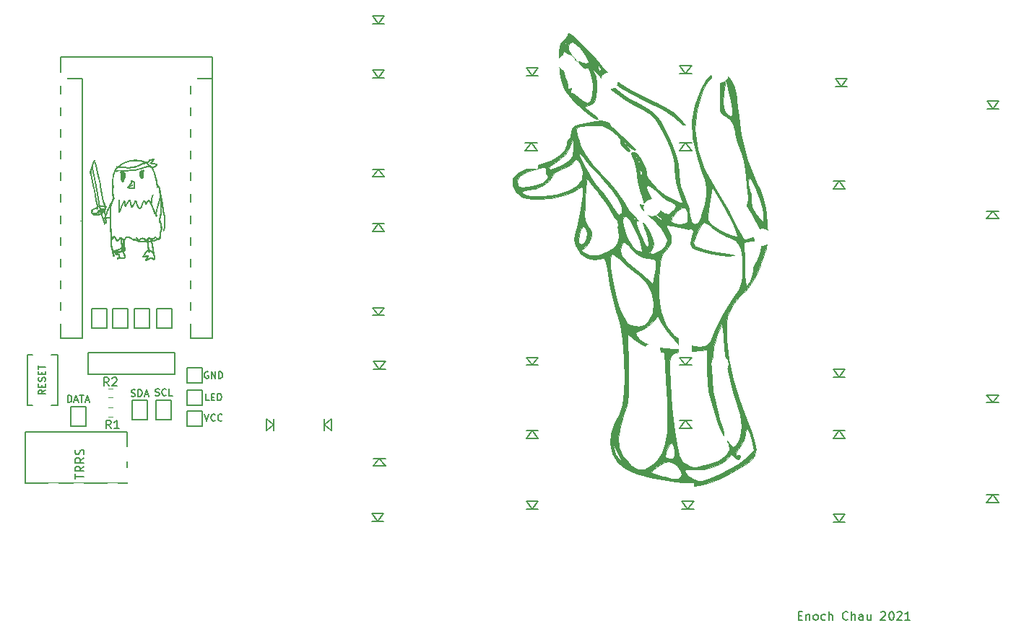
<source format=gto>
G04 #@! TF.GenerationSoftware,KiCad,Pcbnew,5.1.9*
G04 #@! TF.CreationDate,2021-04-10T12:49:15-07:00*
G04 #@! TF.ProjectId,SofleKeyboard,536f666c-654b-4657-9962-6f6172642e6b,rev?*
G04 #@! TF.SameCoordinates,Original*
G04 #@! TF.FileFunction,Legend,Top*
G04 #@! TF.FilePolarity,Positive*
%FSLAX46Y46*%
G04 Gerber Fmt 4.6, Leading zero omitted, Abs format (unit mm)*
G04 Created by KiCad (PCBNEW 5.1.9) date 2021-04-10 12:49:15*
%MOMM*%
%LPD*%
G01*
G04 APERTURE LIST*
%ADD10C,0.200000*%
%ADD11C,0.010000*%
%ADD12C,0.150000*%
%ADD13C,0.120000*%
%ADD14C,0.152400*%
%ADD15R,1.143000X0.635000*%
%ADD16C,4.000000*%
%ADD17C,1.524000*%
%ADD18C,2.000000*%
%ADD19C,1.397000*%
%ADD20R,1.524000X1.524000*%
%ADD21O,2.500000X1.700000*%
%ADD22C,1.200000*%
%ADD23C,0.700000*%
%ADD24C,4.400000*%
%ADD25R,1.500000X1.800000*%
%ADD26R,1.800000X1.500000*%
G04 APERTURE END LIST*
D10*
X180928190Y-117403571D02*
X181261523Y-117403571D01*
X181404380Y-117927380D02*
X180928190Y-117927380D01*
X180928190Y-116927380D01*
X181404380Y-116927380D01*
X181832952Y-117260714D02*
X181832952Y-117927380D01*
X181832952Y-117355952D02*
X181880571Y-117308333D01*
X181975809Y-117260714D01*
X182118666Y-117260714D01*
X182213904Y-117308333D01*
X182261523Y-117403571D01*
X182261523Y-117927380D01*
X182880571Y-117927380D02*
X182785333Y-117879761D01*
X182737714Y-117832142D01*
X182690095Y-117736904D01*
X182690095Y-117451190D01*
X182737714Y-117355952D01*
X182785333Y-117308333D01*
X182880571Y-117260714D01*
X183023428Y-117260714D01*
X183118666Y-117308333D01*
X183166285Y-117355952D01*
X183213904Y-117451190D01*
X183213904Y-117736904D01*
X183166285Y-117832142D01*
X183118666Y-117879761D01*
X183023428Y-117927380D01*
X182880571Y-117927380D01*
X184071047Y-117879761D02*
X183975809Y-117927380D01*
X183785333Y-117927380D01*
X183690095Y-117879761D01*
X183642476Y-117832142D01*
X183594857Y-117736904D01*
X183594857Y-117451190D01*
X183642476Y-117355952D01*
X183690095Y-117308333D01*
X183785333Y-117260714D01*
X183975809Y-117260714D01*
X184071047Y-117308333D01*
X184499619Y-117927380D02*
X184499619Y-116927380D01*
X184928190Y-117927380D02*
X184928190Y-117403571D01*
X184880571Y-117308333D01*
X184785333Y-117260714D01*
X184642476Y-117260714D01*
X184547238Y-117308333D01*
X184499619Y-117355952D01*
X186737714Y-117832142D02*
X186690095Y-117879761D01*
X186547238Y-117927380D01*
X186452000Y-117927380D01*
X186309142Y-117879761D01*
X186213904Y-117784523D01*
X186166285Y-117689285D01*
X186118666Y-117498809D01*
X186118666Y-117355952D01*
X186166285Y-117165476D01*
X186213904Y-117070238D01*
X186309142Y-116975000D01*
X186452000Y-116927380D01*
X186547238Y-116927380D01*
X186690095Y-116975000D01*
X186737714Y-117022619D01*
X187166285Y-117927380D02*
X187166285Y-116927380D01*
X187594857Y-117927380D02*
X187594857Y-117403571D01*
X187547238Y-117308333D01*
X187452000Y-117260714D01*
X187309142Y-117260714D01*
X187213904Y-117308333D01*
X187166285Y-117355952D01*
X188499619Y-117927380D02*
X188499619Y-117403571D01*
X188452000Y-117308333D01*
X188356761Y-117260714D01*
X188166285Y-117260714D01*
X188071047Y-117308333D01*
X188499619Y-117879761D02*
X188404380Y-117927380D01*
X188166285Y-117927380D01*
X188071047Y-117879761D01*
X188023428Y-117784523D01*
X188023428Y-117689285D01*
X188071047Y-117594047D01*
X188166285Y-117546428D01*
X188404380Y-117546428D01*
X188499619Y-117498809D01*
X189404380Y-117260714D02*
X189404380Y-117927380D01*
X188975809Y-117260714D02*
X188975809Y-117784523D01*
X189023428Y-117879761D01*
X189118666Y-117927380D01*
X189261523Y-117927380D01*
X189356761Y-117879761D01*
X189404380Y-117832142D01*
X190594857Y-117022619D02*
X190642476Y-116975000D01*
X190737714Y-116927380D01*
X190975809Y-116927380D01*
X191071047Y-116975000D01*
X191118666Y-117022619D01*
X191166285Y-117117857D01*
X191166285Y-117213095D01*
X191118666Y-117355952D01*
X190547238Y-117927380D01*
X191166285Y-117927380D01*
X191785333Y-116927380D02*
X191880571Y-116927380D01*
X191975809Y-116975000D01*
X192023428Y-117022619D01*
X192071047Y-117117857D01*
X192118666Y-117308333D01*
X192118666Y-117546428D01*
X192071047Y-117736904D01*
X192023428Y-117832142D01*
X191975809Y-117879761D01*
X191880571Y-117927380D01*
X191785333Y-117927380D01*
X191690095Y-117879761D01*
X191642476Y-117832142D01*
X191594857Y-117736904D01*
X191547238Y-117546428D01*
X191547238Y-117308333D01*
X191594857Y-117117857D01*
X191642476Y-117022619D01*
X191690095Y-116975000D01*
X191785333Y-116927380D01*
X192499619Y-117022619D02*
X192547238Y-116975000D01*
X192642476Y-116927380D01*
X192880571Y-116927380D01*
X192975809Y-116975000D01*
X193023428Y-117022619D01*
X193071047Y-117117857D01*
X193071047Y-117213095D01*
X193023428Y-117355952D01*
X192451999Y-117927380D01*
X193071047Y-117927380D01*
X194023428Y-117927380D02*
X193451999Y-117927380D01*
X193737714Y-117927380D02*
X193737714Y-116927380D01*
X193642476Y-117070238D01*
X193547238Y-117165476D01*
X193451999Y-117213095D01*
D11*
G36*
X153838235Y-49177755D02*
G01*
X153848369Y-49236760D01*
X153710435Y-49567103D01*
X153380474Y-49885258D01*
X153107883Y-50160664D01*
X152949788Y-50567296D01*
X152880031Y-51235540D01*
X152872450Y-52295782D01*
X152873862Y-52410258D01*
X152926542Y-53650677D01*
X153071896Y-54552099D01*
X153349433Y-55307616D01*
X153542283Y-55677065D01*
X153956575Y-56252188D01*
X154587203Y-56946571D01*
X155332191Y-57669568D01*
X156089562Y-58330532D01*
X156757338Y-58838818D01*
X157233542Y-59103779D01*
X157393945Y-59100757D01*
X157278336Y-58884275D01*
X156833855Y-58486331D01*
X156526316Y-58255948D01*
X155956027Y-57826171D01*
X155796400Y-57612989D01*
X156006816Y-57546136D01*
X156114770Y-57544052D01*
X156708320Y-57328147D01*
X156980541Y-57026893D01*
X157149416Y-56454581D01*
X157236775Y-55645639D01*
X157239278Y-55241727D01*
X156798970Y-55241727D01*
X156737492Y-56410674D01*
X156538138Y-57076833D01*
X156178532Y-57259530D01*
X155636297Y-56978093D01*
X155222637Y-56603153D01*
X154715937Y-56196639D01*
X154340858Y-56067979D01*
X154302063Y-56082302D01*
X154174216Y-56017141D01*
X154231078Y-55776184D01*
X154283123Y-55465016D01*
X154053021Y-55536239D01*
X153824380Y-55609578D01*
X153884827Y-55454268D01*
X153899805Y-55031339D01*
X153685191Y-54409250D01*
X153658769Y-54356761D01*
X153454466Y-53759913D01*
X153312363Y-52975092D01*
X153244186Y-52167897D01*
X153261661Y-51503929D01*
X153376514Y-51148790D01*
X153430084Y-51127210D01*
X153736551Y-51287178D01*
X154239860Y-51677458D01*
X154299031Y-51728789D01*
X154984685Y-52330368D01*
X154375547Y-51636669D01*
X153996214Y-50998871D01*
X153955009Y-50438131D01*
X154164415Y-50191421D01*
X153781527Y-50191421D01*
X153647843Y-50325105D01*
X153514158Y-50191421D01*
X153647843Y-50057737D01*
X153781527Y-50191421D01*
X154164415Y-50191421D01*
X154242641Y-50099260D01*
X154476876Y-50057737D01*
X154831229Y-50255895D01*
X155308706Y-50746755D01*
X155793171Y-51374892D01*
X156168486Y-51984884D01*
X156318514Y-52421305D01*
X156300437Y-52498177D01*
X155983891Y-52576607D01*
X155636880Y-52455368D01*
X155232513Y-52299916D01*
X155118369Y-52340059D01*
X155280152Y-52650545D01*
X155621973Y-52978790D01*
X155928538Y-53132535D01*
X155984229Y-53113280D01*
X156246239Y-53109127D01*
X156500276Y-53515226D01*
X156699236Y-54208523D01*
X156796018Y-55065968D01*
X156798970Y-55241727D01*
X157239278Y-55241727D01*
X157242092Y-54787927D01*
X157164842Y-54069311D01*
X157004498Y-53677652D01*
X156989948Y-53667210D01*
X156732240Y-53293815D01*
X156722579Y-53210263D01*
X156859903Y-53230627D01*
X157211273Y-53601461D01*
X157491490Y-53961305D01*
X158961322Y-55650602D01*
X160535288Y-56854608D01*
X161401527Y-57299453D01*
X162627060Y-57886208D01*
X163518050Y-58477809D01*
X164207156Y-59207449D01*
X164827038Y-60208320D01*
X165346626Y-61260397D01*
X165900005Y-62514748D01*
X166228358Y-63478123D01*
X166379106Y-64319670D01*
X166403550Y-65030368D01*
X166550417Y-66535252D01*
X166903920Y-67678529D01*
X167191883Y-68377750D01*
X167342784Y-68839024D01*
X167347252Y-68932713D01*
X167081588Y-68880298D01*
X166499286Y-68659134D01*
X166180657Y-68521236D01*
X165329799Y-68033705D01*
X164477578Y-67373765D01*
X163747301Y-66658698D01*
X163262277Y-66005787D01*
X163133550Y-65623035D01*
X163096000Y-65431421D01*
X162552562Y-65431421D01*
X162523662Y-65888039D01*
X162439963Y-65928241D01*
X162429308Y-65904404D01*
X162376417Y-65373628D01*
X162419401Y-65102299D01*
X162504509Y-64993266D01*
X162550798Y-65348392D01*
X162552562Y-65431421D01*
X163096000Y-65431421D01*
X163004561Y-64964831D01*
X162693538Y-64204705D01*
X162629727Y-64094579D01*
X162337316Y-64094579D01*
X162203632Y-64228263D01*
X162069948Y-64094579D01*
X162203632Y-63960894D01*
X162337316Y-64094579D01*
X162629727Y-64094579D01*
X162319876Y-63559842D01*
X162069948Y-63559842D01*
X161936264Y-63693526D01*
X161802579Y-63559842D01*
X161936264Y-63426158D01*
X162069948Y-63559842D01*
X162319876Y-63559842D01*
X162293283Y-63513949D01*
X161896597Y-63063854D01*
X161701918Y-62980544D01*
X161369700Y-63008805D01*
X161306430Y-63186636D01*
X161500567Y-63653610D01*
X161625280Y-63907330D01*
X161867209Y-64643352D01*
X162022404Y-65571012D01*
X162039535Y-65805816D01*
X162170893Y-66798453D01*
X162422898Y-67751072D01*
X162484203Y-67910573D01*
X162800689Y-68774725D01*
X162839291Y-69192102D01*
X162604685Y-69174579D01*
X162325325Y-69078603D01*
X162345858Y-69275265D01*
X162608459Y-69659738D01*
X163055303Y-70127190D01*
X163200190Y-70254157D01*
X164031316Y-71049941D01*
X164763996Y-71921947D01*
X165298408Y-72735458D01*
X165534729Y-73355753D01*
X165538299Y-73409616D01*
X165321027Y-73976362D01*
X164782312Y-74518314D01*
X164115519Y-74866050D01*
X163821211Y-74914105D01*
X163476934Y-74856704D01*
X163608229Y-74614712D01*
X163620685Y-74602158D01*
X163641679Y-74562164D01*
X162591503Y-74562164D01*
X162521853Y-74655631D01*
X162179884Y-74571300D01*
X161945728Y-74488582D01*
X161500654Y-74102605D01*
X161030215Y-73377200D01*
X160841059Y-72971228D01*
X159880697Y-72971228D01*
X159751237Y-73656967D01*
X159408920Y-74128544D01*
X158727843Y-74577728D01*
X157480247Y-75092419D01*
X156434033Y-75113067D01*
X155771050Y-74797819D01*
X155489750Y-74501576D01*
X155590589Y-74396766D01*
X155913193Y-74170973D01*
X156289147Y-73621671D01*
X156375671Y-73451848D01*
X156646141Y-72812275D01*
X156651979Y-72515567D01*
X156146877Y-72515567D01*
X156077899Y-73185703D01*
X155816869Y-73669117D01*
X155461282Y-73845972D01*
X155181956Y-73680541D01*
X155122020Y-73385631D01*
X155206321Y-72645694D01*
X155404412Y-72027698D01*
X155651338Y-71721850D01*
X155692681Y-71714579D01*
X156008960Y-71944240D01*
X156146877Y-72515567D01*
X156651979Y-72515567D01*
X156654521Y-72386428D01*
X156387836Y-71914869D01*
X156292095Y-71780795D01*
X156049850Y-71388223D01*
X155908045Y-70948566D01*
X155853162Y-70334285D01*
X155871684Y-69417846D01*
X155930834Y-68372473D01*
X156004916Y-67288521D01*
X156071591Y-66473221D01*
X156122177Y-66024054D01*
X156143769Y-65982138D01*
X156329365Y-66313445D01*
X156776030Y-66917885D01*
X157389744Y-67668771D01*
X157433523Y-67720033D01*
X158546743Y-69205243D01*
X159353507Y-70672499D01*
X159806610Y-72020505D01*
X159880697Y-72971228D01*
X160841059Y-72971228D01*
X160619682Y-72496105D01*
X160354327Y-71643060D01*
X160319421Y-71001803D01*
X160322193Y-70990254D01*
X160496634Y-70546088D01*
X160752683Y-70560414D01*
X160880919Y-70656831D01*
X161206691Y-71068647D01*
X161588281Y-71751765D01*
X161971624Y-72574431D01*
X162302653Y-73404889D01*
X162527302Y-74111385D01*
X162591503Y-74562164D01*
X163641679Y-74562164D01*
X163901180Y-74067829D01*
X163941527Y-73789401D01*
X163841431Y-73315304D01*
X163593048Y-72665963D01*
X163274234Y-71999824D01*
X162962847Y-71475335D01*
X162736742Y-71250941D01*
X162700002Y-71262770D01*
X162720558Y-71563667D01*
X162945477Y-72129317D01*
X163002069Y-72242221D01*
X163281412Y-73033421D01*
X163354561Y-73781623D01*
X163352062Y-73804436D01*
X163283390Y-74181108D01*
X163167308Y-74198538D01*
X162942708Y-73807700D01*
X162693188Y-73275819D01*
X162184249Y-72119492D01*
X161919860Y-71387581D01*
X161888309Y-71035168D01*
X162077885Y-71017335D01*
X162108146Y-71032015D01*
X162167514Y-71005740D01*
X161942039Y-70778789D01*
X161802579Y-70778789D01*
X161668895Y-70912473D01*
X161535211Y-70778789D01*
X161668895Y-70645105D01*
X161802579Y-70778789D01*
X161942039Y-70778789D01*
X161878857Y-70715194D01*
X161708650Y-70565960D01*
X161088171Y-69875902D01*
X160800344Y-69421720D01*
X160234076Y-69421720D01*
X160230859Y-70066811D01*
X160127362Y-70227801D01*
X159876029Y-70357086D01*
X159590735Y-70133353D01*
X159186809Y-69494955D01*
X158607701Y-68605127D01*
X157894899Y-67675200D01*
X157655278Y-67398056D01*
X157177278Y-66781843D01*
X156614900Y-65931480D01*
X156232979Y-65294188D01*
X155626572Y-65294188D01*
X155524245Y-66231451D01*
X155004547Y-66959401D01*
X154945794Y-67004269D01*
X153868291Y-67562378D01*
X152480857Y-67969499D01*
X150996307Y-68187246D01*
X149627455Y-68177233D01*
X149035737Y-68070271D01*
X148521023Y-67823775D01*
X148509401Y-67574931D01*
X148987036Y-67439951D01*
X149111167Y-67436684D01*
X150076867Y-67283158D01*
X150996471Y-66887479D01*
X151680642Y-66346998D01*
X151895067Y-66005297D01*
X152032714Y-65834068D01*
X151622543Y-65834068D01*
X151408429Y-66191115D01*
X150866751Y-66598576D01*
X150086964Y-66913063D01*
X149242854Y-67098116D01*
X148508207Y-67117276D01*
X148056809Y-66934082D01*
X148031627Y-66899554D01*
X147921225Y-66305778D01*
X148294280Y-65747717D01*
X149099560Y-65268099D01*
X150285829Y-64909651D01*
X150458735Y-64875420D01*
X151099775Y-64785644D01*
X151337008Y-64867385D01*
X151299675Y-65108932D01*
X151315197Y-65520823D01*
X151457073Y-65638035D01*
X151622543Y-65834068D01*
X152032714Y-65834068D01*
X152380803Y-65401057D01*
X153064194Y-65046510D01*
X153837409Y-64685966D01*
X154448605Y-64229159D01*
X154469109Y-64207090D01*
X154836462Y-63844702D01*
X155059945Y-63899445D01*
X155294069Y-64283998D01*
X155626572Y-65294188D01*
X156232979Y-65294188D01*
X156048141Y-64985759D01*
X155556999Y-64083468D01*
X155221470Y-63363399D01*
X155118369Y-62996672D01*
X155256495Y-63065027D01*
X155598761Y-63457305D01*
X155701694Y-63590627D01*
X156155281Y-64140284D01*
X156854064Y-64930832D01*
X157670842Y-65819416D01*
X157948850Y-66114299D01*
X159069720Y-67401371D01*
X159839246Y-68518543D01*
X160234076Y-69421720D01*
X160800344Y-69421720D01*
X160546547Y-69021237D01*
X160476338Y-68875568D01*
X160086553Y-68234813D01*
X159422585Y-67360025D01*
X158593781Y-66389792D01*
X158075376Y-65832473D01*
X156854362Y-64495536D01*
X155994298Y-63370551D01*
X155427478Y-62349789D01*
X155117973Y-61420894D01*
X154565970Y-61420894D01*
X154507959Y-62617278D01*
X154424027Y-63391352D01*
X154175082Y-63870428D01*
X153620452Y-64279128D01*
X153380474Y-64417616D01*
X152449808Y-64876303D01*
X151857726Y-65018531D01*
X151642798Y-64835287D01*
X151642579Y-64823800D01*
X151855956Y-64580187D01*
X152389731Y-64220527D01*
X152615767Y-64093136D01*
X153592978Y-63276428D01*
X154077462Y-62494967D01*
X154565970Y-61420894D01*
X155117973Y-61420894D01*
X155086194Y-61325518D01*
X155008718Y-60953000D01*
X154921789Y-60298799D01*
X155026719Y-60010913D01*
X155388430Y-59936209D01*
X155440464Y-59934587D01*
X156125480Y-59903327D01*
X156980472Y-59848036D01*
X157072242Y-59841156D01*
X157926223Y-59894795D01*
X158743288Y-60256681D01*
X159154531Y-60534412D01*
X159735771Y-61028526D01*
X160040878Y-61435988D01*
X160048676Y-61580480D01*
X160086226Y-61949321D01*
X160397162Y-62423388D01*
X160819112Y-62797974D01*
X161088519Y-62891421D01*
X161112402Y-62720796D01*
X160832701Y-62296920D01*
X160713841Y-62156158D01*
X160341858Y-61727739D01*
X160297951Y-61644370D01*
X160608511Y-61912031D01*
X160934604Y-62206180D01*
X161450324Y-62614810D01*
X161761270Y-62749355D01*
X161802579Y-62697215D01*
X161610073Y-62397965D01*
X161099517Y-61867934D01*
X160371361Y-61209212D01*
X160174989Y-61042982D01*
X159447460Y-60411556D01*
X158947143Y-59930969D01*
X158756064Y-59681791D01*
X158771304Y-59664208D01*
X158748210Y-59569419D01*
X158460474Y-59426433D01*
X157881904Y-59308125D01*
X157051801Y-59359108D01*
X155865703Y-59589172D01*
X155318895Y-59720847D01*
X154640288Y-59958015D01*
X154355922Y-60292281D01*
X154316264Y-60613315D01*
X154216164Y-61175360D01*
X154048895Y-61420894D01*
X153826137Y-61797126D01*
X153781527Y-62117861D01*
X153537470Y-62778158D01*
X152882331Y-63433051D01*
X151931660Y-63984378D01*
X151319449Y-64209460D01*
X150276768Y-64534188D01*
X149195249Y-64891533D01*
X149032686Y-64947611D01*
X148005937Y-65473551D01*
X147463545Y-66141011D01*
X147421447Y-66904273D01*
X147895580Y-67717621D01*
X148020953Y-67849890D01*
X148475100Y-68222103D01*
X149006899Y-68421614D01*
X149795935Y-68498282D01*
X150384775Y-68506158D01*
X151924906Y-68400185D01*
X153358360Y-68108764D01*
X154533094Y-67671636D01*
X155172394Y-67254715D01*
X155456778Y-67017449D01*
X155606441Y-67015087D01*
X155647972Y-67333969D01*
X155607956Y-68060437D01*
X155570178Y-68546503D01*
X155415370Y-69771969D01*
X155164857Y-71050765D01*
X154964955Y-71799297D01*
X154709210Y-72714144D01*
X154645899Y-73343775D01*
X154764823Y-73897830D01*
X154851910Y-74123091D01*
X155397510Y-74914362D01*
X156184414Y-75450715D01*
X157043775Y-75646065D01*
X157609110Y-75528829D01*
X157895982Y-75416807D01*
X158098990Y-75448471D01*
X158256582Y-75708460D01*
X158407206Y-76281412D01*
X158589311Y-77251965D01*
X158711623Y-77955844D01*
X158971662Y-79300662D01*
X159275689Y-80631001D01*
X159574705Y-81740371D01*
X159704980Y-82141947D01*
X160018911Y-83347286D01*
X160266274Y-85026286D01*
X160451186Y-87207248D01*
X160458272Y-87320363D01*
X160543851Y-89465125D01*
X160495936Y-91188040D01*
X160300392Y-92588509D01*
X159943081Y-93765930D01*
X159409867Y-94819704D01*
X159386252Y-94858147D01*
X158930243Y-96005337D01*
X158849053Y-97238255D01*
X159111232Y-98418024D01*
X159685327Y-99405771D01*
X160539890Y-100062619D01*
X160567691Y-100074960D01*
X161209445Y-100383495D01*
X161535211Y-100562927D01*
X162034588Y-100754648D01*
X162897311Y-100990341D01*
X163957925Y-101234528D01*
X165050975Y-101451725D01*
X166011007Y-101606451D01*
X166666274Y-101663269D01*
X167258323Y-101750446D01*
X167551000Y-101927210D01*
X167958424Y-102128627D01*
X168729230Y-102158244D01*
X169722282Y-102021474D01*
X170527888Y-101813003D01*
X171517605Y-101424840D01*
X172699553Y-100848745D01*
X173885850Y-100187383D01*
X174888614Y-99543420D01*
X175371527Y-99166288D01*
X175776057Y-98651548D01*
X175922209Y-98050368D01*
X175750470Y-98050368D01*
X174648428Y-99031538D01*
X173830088Y-99636793D01*
X172742743Y-100281503D01*
X171621369Y-100826383D01*
X171618167Y-100827738D01*
X170597051Y-101257428D01*
X169938068Y-101510067D01*
X169508601Y-101611495D01*
X169176032Y-101587551D01*
X168807743Y-101464076D01*
X168654136Y-101405272D01*
X168045823Y-101035115D01*
X167851689Y-100812595D01*
X167234854Y-100812595D01*
X167073517Y-101177921D01*
X167070317Y-101179978D01*
X166811938Y-101323004D01*
X166529863Y-101368487D01*
X166070404Y-101308827D01*
X165279873Y-101136428D01*
X165031398Y-101079185D01*
X164268434Y-100873265D01*
X163776073Y-100683156D01*
X163674158Y-100594729D01*
X163868766Y-100341717D01*
X164352473Y-99925333D01*
X164516235Y-99800988D01*
X165190918Y-99396113D01*
X165750560Y-99340228D01*
X166047921Y-99420936D01*
X166630095Y-99775884D01*
X167056393Y-100292510D01*
X167234854Y-100812595D01*
X167851689Y-100812595D01*
X167727290Y-100670008D01*
X167622901Y-100379774D01*
X167797724Y-100258368D01*
X168358715Y-100261946D01*
X168667198Y-100284700D01*
X169831485Y-100228183D01*
X171011730Y-99927745D01*
X172021135Y-99448556D01*
X172644680Y-98897031D01*
X172970197Y-98507673D01*
X173204671Y-98540565D01*
X173405932Y-98781475D01*
X173746539Y-99079523D01*
X173927437Y-99071125D01*
X174097848Y-98742991D01*
X174005774Y-98543226D01*
X173834158Y-98585105D01*
X173589806Y-98617715D01*
X173594513Y-98338643D01*
X173812364Y-97888683D01*
X174109024Y-97507651D01*
X174531764Y-96806619D01*
X174710603Y-96112785D01*
X174805496Y-95525387D01*
X174964564Y-95465861D01*
X175184944Y-95931561D01*
X175427850Y-96775823D01*
X175750470Y-98050368D01*
X175922209Y-98050368D01*
X175935184Y-97997001D01*
X175840541Y-97123021D01*
X175483758Y-95949984D01*
X175196368Y-95237667D01*
X174240017Y-95237667D01*
X174119298Y-96427176D01*
X173945331Y-96890742D01*
X173590047Y-97477652D01*
X173296697Y-97599772D01*
X172935259Y-97291408D01*
X172843623Y-97181421D01*
X172579181Y-96874215D01*
X172609658Y-97005282D01*
X172724635Y-97241359D01*
X172819033Y-97946832D01*
X172416855Y-98609093D01*
X171556185Y-99194143D01*
X170275103Y-99667985D01*
X169899163Y-99763778D01*
X169249898Y-99921374D01*
X168886500Y-100018664D01*
X168860898Y-100028774D01*
X168620261Y-99969414D01*
X168068853Y-99788778D01*
X167995551Y-99763363D01*
X167339332Y-99388485D01*
X166964814Y-98728530D01*
X166949899Y-98678579D01*
X166429814Y-98678579D01*
X166265994Y-98938703D01*
X165893102Y-98986158D01*
X165416826Y-98893783D01*
X165278369Y-98736195D01*
X165383098Y-98211694D01*
X165627105Y-97625338D01*
X165905121Y-97199910D01*
X166044605Y-97114579D01*
X166233833Y-97349681D01*
X166382167Y-97927761D01*
X166398587Y-98050368D01*
X166429814Y-98678579D01*
X166949899Y-98678579D01*
X166894593Y-98493363D01*
X166637364Y-97282873D01*
X166393284Y-95664267D01*
X166237627Y-94296929D01*
X165596213Y-94296929D01*
X165513289Y-95939731D01*
X165304903Y-97240546D01*
X164961646Y-98260652D01*
X164474109Y-99061326D01*
X163902147Y-99646686D01*
X162971499Y-100205441D01*
X162108739Y-100238609D01*
X161279438Y-99745462D01*
X161118518Y-99587737D01*
X160722059Y-99096524D01*
X160100509Y-99096524D01*
X160087378Y-99200411D01*
X159843975Y-98986158D01*
X159491836Y-98432955D01*
X159278574Y-97783000D01*
X159220724Y-97350224D01*
X159279633Y-97342605D01*
X159297664Y-97381947D01*
X159533844Y-97899014D01*
X159861282Y-98581470D01*
X159863065Y-98585105D01*
X160100509Y-99096524D01*
X160722059Y-99096524D01*
X160333439Y-98615024D01*
X159894551Y-97628916D01*
X159790686Y-96520882D01*
X160010675Y-95182390D01*
X160503817Y-93614203D01*
X160720786Y-92938992D01*
X160865889Y-92259356D01*
X160949092Y-91456123D01*
X160980359Y-90410123D01*
X160969656Y-89002186D01*
X160954050Y-88229839D01*
X160866790Y-84340587D01*
X161828548Y-85102940D01*
X162731269Y-85669237D01*
X163763432Y-86117333D01*
X163995789Y-86187711D01*
X165201273Y-86510129D01*
X165423316Y-89740248D01*
X165563086Y-92250861D01*
X165596213Y-94296929D01*
X166237627Y-94296929D01*
X166176976Y-93764163D01*
X166003065Y-91709181D01*
X165895274Y-89840862D01*
X165829890Y-88465880D01*
X165824844Y-87533420D01*
X165951911Y-86951388D01*
X166282866Y-86627691D01*
X166889486Y-86470237D01*
X167843547Y-86386932D01*
X168629245Y-86333003D01*
X170242227Y-86213713D01*
X170251129Y-88656251D01*
X170289936Y-89992994D01*
X170421913Y-91127565D01*
X170686955Y-92289850D01*
X171124958Y-93709738D01*
X171131625Y-93729874D01*
X171502270Y-94801107D01*
X171821387Y-95635657D01*
X172049095Y-96134339D01*
X172136120Y-96228056D01*
X172118759Y-95931624D01*
X171959226Y-95252500D01*
X171688295Y-94313987D01*
X171546167Y-93864340D01*
X170859431Y-91042539D01*
X170680206Y-88375100D01*
X170994761Y-85950941D01*
X167149948Y-85950941D01*
X166914827Y-86094474D01*
X166304895Y-86122825D01*
X165463301Y-86053715D01*
X164533192Y-85904864D01*
X163657715Y-85693992D01*
X162980019Y-85438821D01*
X162969575Y-85433444D01*
X162298405Y-84987541D01*
X161902396Y-84536512D01*
X161834514Y-84179468D01*
X162147724Y-84015520D01*
X162210764Y-84013526D01*
X162655176Y-83834744D01*
X163268329Y-83381910D01*
X163567308Y-83104376D01*
X164476458Y-82195226D01*
X164887738Y-83061934D01*
X165344894Y-83795849D01*
X165993684Y-84588603D01*
X166224483Y-84825638D01*
X166767147Y-85395269D01*
X167100141Y-85828942D01*
X167149948Y-85950941D01*
X170994761Y-85950941D01*
X171007893Y-85849743D01*
X171132481Y-85366801D01*
X171425582Y-84389001D01*
X171693849Y-83614278D01*
X171886621Y-83186655D01*
X171909609Y-83157444D01*
X172024765Y-83281618D01*
X172110612Y-83821532D01*
X172147317Y-84611537D01*
X172253395Y-86120376D01*
X172517120Y-87907898D01*
X172896646Y-89756655D01*
X173350129Y-91449196D01*
X173612528Y-92225676D01*
X174068146Y-93795842D01*
X174240017Y-95237667D01*
X175196368Y-95237667D01*
X174874902Y-94440894D01*
X174004700Y-92136702D01*
X173297078Y-89683982D01*
X172791793Y-87254938D01*
X172528600Y-85021772D01*
X172499738Y-84152732D01*
X172516987Y-83038971D01*
X172603578Y-82271875D01*
X172807180Y-81663809D01*
X173175462Y-81027140D01*
X173366264Y-80741971D01*
X173913016Y-80019082D01*
X174410001Y-79496973D01*
X174661882Y-79327832D01*
X174981162Y-79036095D01*
X175417407Y-78417877D01*
X175876460Y-77637990D01*
X176264167Y-76861250D01*
X176486373Y-76252471D01*
X176507843Y-76096556D01*
X176619340Y-75679460D01*
X176892432Y-75038030D01*
X176939134Y-74942716D01*
X177151010Y-74374960D01*
X177187849Y-74135394D01*
X176588692Y-74135394D01*
X176417409Y-74924704D01*
X176045950Y-75754945D01*
X175880684Y-76014699D01*
X175623914Y-76573893D01*
X175615516Y-76945114D01*
X175581104Y-77396562D01*
X175317970Y-78038353D01*
X175261136Y-78139374D01*
X175026275Y-78525806D01*
X174864485Y-78697155D01*
X174757630Y-78591070D01*
X174687574Y-78145196D01*
X174636181Y-77297182D01*
X174620053Y-76881023D01*
X174368895Y-76881023D01*
X174339672Y-77762702D01*
X174207249Y-78448047D01*
X173904498Y-79129958D01*
X173364291Y-80001335D01*
X173194224Y-80256550D01*
X172094430Y-82043460D01*
X171179978Y-83892203D01*
X170658302Y-85149842D01*
X170182730Y-85722070D01*
X169381854Y-85892343D01*
X168285074Y-85658870D01*
X167530784Y-85340582D01*
X166287357Y-84493350D01*
X165381441Y-83304244D01*
X164802006Y-81745927D01*
X164655503Y-80661021D01*
X163956694Y-80661021D01*
X163843072Y-81847226D01*
X163376127Y-82788623D01*
X162845203Y-83294955D01*
X162207187Y-83442105D01*
X161856179Y-83426259D01*
X161249863Y-83315530D01*
X160831381Y-83021192D01*
X160439506Y-82407711D01*
X160285422Y-82105848D01*
X159900314Y-81172152D01*
X159550441Y-80037924D01*
X159253282Y-78808853D01*
X159026318Y-77590626D01*
X158887028Y-76488934D01*
X158852893Y-75609464D01*
X158941392Y-75057905D01*
X159097440Y-74923000D01*
X159408513Y-75093564D01*
X159956584Y-75532104D01*
X160390579Y-75925631D01*
X161147873Y-76606005D01*
X161882744Y-77206790D01*
X162181213Y-77424694D01*
X163094355Y-78308756D01*
X163696651Y-79434532D01*
X163956694Y-80661021D01*
X164655503Y-80661021D01*
X164538025Y-79791065D01*
X164545623Y-77941424D01*
X164620260Y-76675886D01*
X164684862Y-76059315D01*
X164205953Y-76059315D01*
X164165755Y-76734492D01*
X164070109Y-77460286D01*
X163947628Y-78087470D01*
X163826923Y-78466818D01*
X163743262Y-78472415D01*
X163493654Y-78164749D01*
X162927233Y-77636117D01*
X162154098Y-76987561D01*
X161939195Y-76816777D01*
X160887527Y-75924941D01*
X160262786Y-75211370D01*
X160020710Y-74601499D01*
X160117036Y-74020766D01*
X160189723Y-73869680D01*
X160380474Y-73586382D01*
X160598649Y-73572435D01*
X160958523Y-73875836D01*
X161438805Y-74394318D01*
X162133680Y-75069416D01*
X162735716Y-75388773D01*
X163304217Y-75457737D01*
X163927449Y-75515624D01*
X164174677Y-75757081D01*
X164205953Y-76059315D01*
X164684862Y-76059315D01*
X164709493Y-75824235D01*
X164842916Y-75265832D01*
X165050122Y-74880038D01*
X165360706Y-74546213D01*
X165383760Y-74524752D01*
X165963035Y-73696621D01*
X166016987Y-72799395D01*
X165667235Y-72045685D01*
X165420044Y-71651846D01*
X165514594Y-71527465D01*
X166037609Y-71591468D01*
X166135130Y-71608278D01*
X166871449Y-71759678D01*
X167413689Y-71911126D01*
X167417316Y-71912490D01*
X168045128Y-72018620D01*
X168265306Y-72009782D01*
X168538769Y-72038307D01*
X168578133Y-72308784D01*
X168418950Y-72911072D01*
X168263786Y-73725696D01*
X168400145Y-74141197D01*
X168906438Y-74422713D01*
X169773118Y-74703763D01*
X170827286Y-74944495D01*
X171896045Y-75105062D01*
X172764685Y-75147134D01*
X173377946Y-75112824D01*
X173458826Y-75063390D01*
X173165737Y-75015289D01*
X172062959Y-74856179D01*
X170929210Y-74646280D01*
X169911381Y-74417961D01*
X169156362Y-74203595D01*
X168836893Y-74061324D01*
X168633590Y-73627208D01*
X168662209Y-73366083D01*
X168929010Y-72689991D01*
X169278805Y-71987209D01*
X169618232Y-71427592D01*
X169853926Y-71180993D01*
X169863919Y-71179842D01*
X170170438Y-71336879D01*
X170696128Y-71726001D01*
X170838033Y-71842951D01*
X171590581Y-72367961D01*
X172522304Y-72881148D01*
X172825176Y-73020047D01*
X173491676Y-73364532D01*
X173935738Y-73791371D01*
X174200879Y-74409398D01*
X174330612Y-75327448D01*
X174368453Y-76654356D01*
X174368895Y-76881023D01*
X174620053Y-76881023D01*
X174585315Y-75984674D01*
X174578346Y-75791895D01*
X174498610Y-73586053D01*
X175398820Y-73417173D01*
X176184982Y-73386860D01*
X176508188Y-73586716D01*
X176588692Y-74135394D01*
X177187849Y-74135394D01*
X177262509Y-73649878D01*
X177285408Y-72635184D01*
X177282134Y-72539626D01*
X176442273Y-72539626D01*
X176205573Y-72820096D01*
X175664309Y-73013077D01*
X175017764Y-73192906D01*
X174622737Y-73291211D01*
X174602754Y-73294676D01*
X174422142Y-73080904D01*
X174253231Y-72790804D01*
X173767438Y-72790804D01*
X173656359Y-72905780D01*
X173232520Y-72805939D01*
X172712269Y-72628572D01*
X171821645Y-72234507D01*
X171030497Y-71749635D01*
X170869915Y-71620783D01*
X170519667Y-71288560D01*
X170334453Y-70967323D01*
X170291542Y-70509731D01*
X170368204Y-69768441D01*
X170473460Y-69050898D01*
X170768618Y-67088579D01*
X171467657Y-68144899D01*
X172075332Y-69137828D01*
X172700557Y-70279478D01*
X173248533Y-71385888D01*
X173624460Y-72273102D01*
X173680275Y-72438529D01*
X173767438Y-72790804D01*
X174253231Y-72790804D01*
X174076658Y-72487546D01*
X173625702Y-71620452D01*
X173369348Y-71096744D01*
X172733679Y-69852382D01*
X172012847Y-68563112D01*
X171343023Y-67470359D01*
X171220425Y-67286744D01*
X169910204Y-64972359D01*
X169101426Y-62625824D01*
X168801392Y-60284709D01*
X169017401Y-57986587D01*
X169243081Y-57110130D01*
X169735562Y-55684677D01*
X170206363Y-54742687D01*
X170688093Y-54235645D01*
X171213364Y-54115041D01*
X171253132Y-54119892D01*
X171541458Y-54197155D01*
X171704924Y-54403049D01*
X171769199Y-54852353D01*
X171759955Y-55659844D01*
X171734109Y-56270450D01*
X171694149Y-57314000D01*
X171717773Y-57959219D01*
X171843172Y-58341908D01*
X172108539Y-58597870D01*
X172446066Y-58801960D01*
X172947100Y-59176924D01*
X173267480Y-59701731D01*
X173503901Y-60549930D01*
X173552356Y-60787532D01*
X173802978Y-61815658D01*
X174115593Y-62776208D01*
X174296242Y-63200796D01*
X174556770Y-63997285D01*
X174737727Y-65079961D01*
X174790951Y-65830932D01*
X174845823Y-66832620D01*
X174937814Y-67686726D01*
X175029453Y-68141772D01*
X175065237Y-68679192D01*
X174923267Y-68895075D01*
X174873699Y-69223448D01*
X175214286Y-69890395D01*
X175420752Y-70195250D01*
X175924654Y-71000550D01*
X176294554Y-71760151D01*
X176385613Y-72034559D01*
X176442273Y-72539626D01*
X177282134Y-72539626D01*
X177246256Y-71492691D01*
X177160073Y-70183457D01*
X176775211Y-70183457D01*
X176775211Y-71253371D01*
X176008658Y-70288789D01*
X175454965Y-69388763D01*
X175365679Y-68677775D01*
X175339508Y-67922671D01*
X175181630Y-67456546D01*
X175009053Y-66767597D01*
X175056731Y-66306041D01*
X175183243Y-66072678D01*
X175359249Y-66162000D01*
X175636134Y-66634326D01*
X176007332Y-67421939D01*
X176430582Y-68522519D01*
X176705688Y-69571971D01*
X176775211Y-70183457D01*
X177160073Y-70183457D01*
X177158689Y-70162435D01*
X177013151Y-69155293D01*
X176760291Y-68259712D01*
X176350758Y-67264139D01*
X176166487Y-66864056D01*
X174969266Y-63896197D01*
X174197191Y-60964066D01*
X173815336Y-58118802D01*
X173795938Y-57936891D01*
X173166438Y-57936891D01*
X173152996Y-58592305D01*
X172978372Y-58834579D01*
X172647314Y-58625678D01*
X172354064Y-58235394D01*
X172117097Y-57733453D01*
X172052932Y-57107376D01*
X172145890Y-56172292D01*
X172167000Y-56029605D01*
X172402884Y-54469315D01*
X172690776Y-55538789D01*
X173013948Y-56906374D01*
X173166438Y-57936891D01*
X173795938Y-57936891D01*
X173645800Y-56528991D01*
X173410603Y-55381546D01*
X173076279Y-54585067D01*
X172609361Y-54048152D01*
X172235434Y-53803831D01*
X171427475Y-53585340D01*
X170694113Y-53855466D01*
X170008536Y-54631152D01*
X169528283Y-55514710D01*
X168793243Y-57452804D01*
X168457871Y-59344016D01*
X168522558Y-61296241D01*
X168987696Y-63417373D01*
X169563106Y-65089879D01*
X169961161Y-66219302D01*
X170162383Y-67148092D01*
X170165640Y-68046279D01*
X169969802Y-69083897D01*
X169573739Y-70430979D01*
X169526609Y-70578263D01*
X169165417Y-71266181D01*
X168749445Y-71500127D01*
X168396067Y-71286903D01*
X168243524Y-70711947D01*
X167947959Y-70711947D01*
X167888650Y-71212432D01*
X167595468Y-71413550D01*
X167044869Y-71447210D01*
X166377897Y-71349939D01*
X166008768Y-71108098D01*
X166000141Y-71088776D01*
X166058900Y-70836817D01*
X164988720Y-70836817D01*
X164900842Y-70908845D01*
X164820931Y-70912473D01*
X164448387Y-70723054D01*
X164174791Y-70444579D01*
X163946964Y-70131872D01*
X164073285Y-70175789D01*
X164342579Y-70368922D01*
X164793314Y-70697355D01*
X164988720Y-70836817D01*
X166058900Y-70836817D01*
X166091554Y-70696803D01*
X166487153Y-70153342D01*
X166663360Y-69974549D01*
X167282947Y-69522504D01*
X167691138Y-69552687D01*
X167904945Y-70074862D01*
X167947959Y-70711947D01*
X168243524Y-70711947D01*
X168222659Y-70633307D01*
X168219421Y-70502532D01*
X168095408Y-69711351D01*
X167975819Y-69346289D01*
X166576738Y-69346289D01*
X166365057Y-69674491D01*
X166206683Y-69851259D01*
X165694183Y-70249976D01*
X165191405Y-70232721D01*
X164629174Y-69770860D01*
X164008369Y-68941246D01*
X163531463Y-68140591D01*
X163215843Y-67441135D01*
X163139421Y-67107987D01*
X163187534Y-66841389D01*
X163391493Y-66864113D01*
X163840731Y-67211151D01*
X164185240Y-67517190D01*
X164916752Y-68132471D01*
X165596092Y-68630334D01*
X165856293Y-68787675D01*
X166425641Y-69106813D01*
X166576738Y-69346289D01*
X167975819Y-69346289D01*
X167779336Y-68746498D01*
X167551000Y-68238789D01*
X167056596Y-66956581D01*
X166885199Y-65577455D01*
X166882579Y-65344279D01*
X166822448Y-64346408D01*
X166606817Y-63387069D01*
X166182830Y-62265554D01*
X165912088Y-61659075D01*
X165249996Y-60272567D01*
X164687212Y-59273884D01*
X164127452Y-58553166D01*
X163474435Y-58000554D01*
X162631878Y-57506190D01*
X161998054Y-57193137D01*
X161083309Y-56692972D01*
X160136147Y-56071288D01*
X159249999Y-55404554D01*
X158518294Y-54769236D01*
X158034466Y-54241804D01*
X157891943Y-53898723D01*
X157917633Y-53853560D01*
X158180242Y-53929127D01*
X158671124Y-54293208D01*
X158932374Y-54529635D01*
X159458623Y-54974023D01*
X160155113Y-55444724D01*
X161099557Y-55985850D01*
X162369671Y-56641517D01*
X164043166Y-57455838D01*
X164319163Y-57587439D01*
X165249519Y-58119609D01*
X166291168Y-58846496D01*
X166991632Y-59415631D01*
X167661525Y-60000051D01*
X167968578Y-60237605D01*
X167943773Y-60143156D01*
X167618093Y-59731570D01*
X167597095Y-59706116D01*
X166942642Y-58969654D01*
X166277580Y-58377913D01*
X165472518Y-57842061D01*
X164398064Y-57273268D01*
X163292385Y-56750812D01*
X161437112Y-55836939D01*
X160011858Y-54984725D01*
X158926664Y-54131070D01*
X158154388Y-53281937D01*
X157792053Y-53281937D01*
X157706132Y-53524867D01*
X157508970Y-53312939D01*
X157422668Y-53118587D01*
X157403982Y-52842589D01*
X157527747Y-52866998D01*
X157782551Y-53209317D01*
X157792053Y-53281937D01*
X158154388Y-53281937D01*
X158091572Y-53212870D01*
X157925737Y-52986373D01*
X157411813Y-52331405D01*
X156716688Y-51542644D01*
X155938262Y-50719196D01*
X155174439Y-49960169D01*
X154523118Y-49364671D01*
X154082201Y-49031809D01*
X153982053Y-48994116D01*
X153838235Y-49177755D01*
G37*
X153838235Y-49177755D02*
X153848369Y-49236760D01*
X153710435Y-49567103D01*
X153380474Y-49885258D01*
X153107883Y-50160664D01*
X152949788Y-50567296D01*
X152880031Y-51235540D01*
X152872450Y-52295782D01*
X152873862Y-52410258D01*
X152926542Y-53650677D01*
X153071896Y-54552099D01*
X153349433Y-55307616D01*
X153542283Y-55677065D01*
X153956575Y-56252188D01*
X154587203Y-56946571D01*
X155332191Y-57669568D01*
X156089562Y-58330532D01*
X156757338Y-58838818D01*
X157233542Y-59103779D01*
X157393945Y-59100757D01*
X157278336Y-58884275D01*
X156833855Y-58486331D01*
X156526316Y-58255948D01*
X155956027Y-57826171D01*
X155796400Y-57612989D01*
X156006816Y-57546136D01*
X156114770Y-57544052D01*
X156708320Y-57328147D01*
X156980541Y-57026893D01*
X157149416Y-56454581D01*
X157236775Y-55645639D01*
X157239278Y-55241727D01*
X156798970Y-55241727D01*
X156737492Y-56410674D01*
X156538138Y-57076833D01*
X156178532Y-57259530D01*
X155636297Y-56978093D01*
X155222637Y-56603153D01*
X154715937Y-56196639D01*
X154340858Y-56067979D01*
X154302063Y-56082302D01*
X154174216Y-56017141D01*
X154231078Y-55776184D01*
X154283123Y-55465016D01*
X154053021Y-55536239D01*
X153824380Y-55609578D01*
X153884827Y-55454268D01*
X153899805Y-55031339D01*
X153685191Y-54409250D01*
X153658769Y-54356761D01*
X153454466Y-53759913D01*
X153312363Y-52975092D01*
X153244186Y-52167897D01*
X153261661Y-51503929D01*
X153376514Y-51148790D01*
X153430084Y-51127210D01*
X153736551Y-51287178D01*
X154239860Y-51677458D01*
X154299031Y-51728789D01*
X154984685Y-52330368D01*
X154375547Y-51636669D01*
X153996214Y-50998871D01*
X153955009Y-50438131D01*
X154164415Y-50191421D01*
X153781527Y-50191421D01*
X153647843Y-50325105D01*
X153514158Y-50191421D01*
X153647843Y-50057737D01*
X153781527Y-50191421D01*
X154164415Y-50191421D01*
X154242641Y-50099260D01*
X154476876Y-50057737D01*
X154831229Y-50255895D01*
X155308706Y-50746755D01*
X155793171Y-51374892D01*
X156168486Y-51984884D01*
X156318514Y-52421305D01*
X156300437Y-52498177D01*
X155983891Y-52576607D01*
X155636880Y-52455368D01*
X155232513Y-52299916D01*
X155118369Y-52340059D01*
X155280152Y-52650545D01*
X155621973Y-52978790D01*
X155928538Y-53132535D01*
X155984229Y-53113280D01*
X156246239Y-53109127D01*
X156500276Y-53515226D01*
X156699236Y-54208523D01*
X156796018Y-55065968D01*
X156798970Y-55241727D01*
X157239278Y-55241727D01*
X157242092Y-54787927D01*
X157164842Y-54069311D01*
X157004498Y-53677652D01*
X156989948Y-53667210D01*
X156732240Y-53293815D01*
X156722579Y-53210263D01*
X156859903Y-53230627D01*
X157211273Y-53601461D01*
X157491490Y-53961305D01*
X158961322Y-55650602D01*
X160535288Y-56854608D01*
X161401527Y-57299453D01*
X162627060Y-57886208D01*
X163518050Y-58477809D01*
X164207156Y-59207449D01*
X164827038Y-60208320D01*
X165346626Y-61260397D01*
X165900005Y-62514748D01*
X166228358Y-63478123D01*
X166379106Y-64319670D01*
X166403550Y-65030368D01*
X166550417Y-66535252D01*
X166903920Y-67678529D01*
X167191883Y-68377750D01*
X167342784Y-68839024D01*
X167347252Y-68932713D01*
X167081588Y-68880298D01*
X166499286Y-68659134D01*
X166180657Y-68521236D01*
X165329799Y-68033705D01*
X164477578Y-67373765D01*
X163747301Y-66658698D01*
X163262277Y-66005787D01*
X163133550Y-65623035D01*
X163096000Y-65431421D01*
X162552562Y-65431421D01*
X162523662Y-65888039D01*
X162439963Y-65928241D01*
X162429308Y-65904404D01*
X162376417Y-65373628D01*
X162419401Y-65102299D01*
X162504509Y-64993266D01*
X162550798Y-65348392D01*
X162552562Y-65431421D01*
X163096000Y-65431421D01*
X163004561Y-64964831D01*
X162693538Y-64204705D01*
X162629727Y-64094579D01*
X162337316Y-64094579D01*
X162203632Y-64228263D01*
X162069948Y-64094579D01*
X162203632Y-63960894D01*
X162337316Y-64094579D01*
X162629727Y-64094579D01*
X162319876Y-63559842D01*
X162069948Y-63559842D01*
X161936264Y-63693526D01*
X161802579Y-63559842D01*
X161936264Y-63426158D01*
X162069948Y-63559842D01*
X162319876Y-63559842D01*
X162293283Y-63513949D01*
X161896597Y-63063854D01*
X161701918Y-62980544D01*
X161369700Y-63008805D01*
X161306430Y-63186636D01*
X161500567Y-63653610D01*
X161625280Y-63907330D01*
X161867209Y-64643352D01*
X162022404Y-65571012D01*
X162039535Y-65805816D01*
X162170893Y-66798453D01*
X162422898Y-67751072D01*
X162484203Y-67910573D01*
X162800689Y-68774725D01*
X162839291Y-69192102D01*
X162604685Y-69174579D01*
X162325325Y-69078603D01*
X162345858Y-69275265D01*
X162608459Y-69659738D01*
X163055303Y-70127190D01*
X163200190Y-70254157D01*
X164031316Y-71049941D01*
X164763996Y-71921947D01*
X165298408Y-72735458D01*
X165534729Y-73355753D01*
X165538299Y-73409616D01*
X165321027Y-73976362D01*
X164782312Y-74518314D01*
X164115519Y-74866050D01*
X163821211Y-74914105D01*
X163476934Y-74856704D01*
X163608229Y-74614712D01*
X163620685Y-74602158D01*
X163641679Y-74562164D01*
X162591503Y-74562164D01*
X162521853Y-74655631D01*
X162179884Y-74571300D01*
X161945728Y-74488582D01*
X161500654Y-74102605D01*
X161030215Y-73377200D01*
X160841059Y-72971228D01*
X159880697Y-72971228D01*
X159751237Y-73656967D01*
X159408920Y-74128544D01*
X158727843Y-74577728D01*
X157480247Y-75092419D01*
X156434033Y-75113067D01*
X155771050Y-74797819D01*
X155489750Y-74501576D01*
X155590589Y-74396766D01*
X155913193Y-74170973D01*
X156289147Y-73621671D01*
X156375671Y-73451848D01*
X156646141Y-72812275D01*
X156651979Y-72515567D01*
X156146877Y-72515567D01*
X156077899Y-73185703D01*
X155816869Y-73669117D01*
X155461282Y-73845972D01*
X155181956Y-73680541D01*
X155122020Y-73385631D01*
X155206321Y-72645694D01*
X155404412Y-72027698D01*
X155651338Y-71721850D01*
X155692681Y-71714579D01*
X156008960Y-71944240D01*
X156146877Y-72515567D01*
X156651979Y-72515567D01*
X156654521Y-72386428D01*
X156387836Y-71914869D01*
X156292095Y-71780795D01*
X156049850Y-71388223D01*
X155908045Y-70948566D01*
X155853162Y-70334285D01*
X155871684Y-69417846D01*
X155930834Y-68372473D01*
X156004916Y-67288521D01*
X156071591Y-66473221D01*
X156122177Y-66024054D01*
X156143769Y-65982138D01*
X156329365Y-66313445D01*
X156776030Y-66917885D01*
X157389744Y-67668771D01*
X157433523Y-67720033D01*
X158546743Y-69205243D01*
X159353507Y-70672499D01*
X159806610Y-72020505D01*
X159880697Y-72971228D01*
X160841059Y-72971228D01*
X160619682Y-72496105D01*
X160354327Y-71643060D01*
X160319421Y-71001803D01*
X160322193Y-70990254D01*
X160496634Y-70546088D01*
X160752683Y-70560414D01*
X160880919Y-70656831D01*
X161206691Y-71068647D01*
X161588281Y-71751765D01*
X161971624Y-72574431D01*
X162302653Y-73404889D01*
X162527302Y-74111385D01*
X162591503Y-74562164D01*
X163641679Y-74562164D01*
X163901180Y-74067829D01*
X163941527Y-73789401D01*
X163841431Y-73315304D01*
X163593048Y-72665963D01*
X163274234Y-71999824D01*
X162962847Y-71475335D01*
X162736742Y-71250941D01*
X162700002Y-71262770D01*
X162720558Y-71563667D01*
X162945477Y-72129317D01*
X163002069Y-72242221D01*
X163281412Y-73033421D01*
X163354561Y-73781623D01*
X163352062Y-73804436D01*
X163283390Y-74181108D01*
X163167308Y-74198538D01*
X162942708Y-73807700D01*
X162693188Y-73275819D01*
X162184249Y-72119492D01*
X161919860Y-71387581D01*
X161888309Y-71035168D01*
X162077885Y-71017335D01*
X162108146Y-71032015D01*
X162167514Y-71005740D01*
X161942039Y-70778789D01*
X161802579Y-70778789D01*
X161668895Y-70912473D01*
X161535211Y-70778789D01*
X161668895Y-70645105D01*
X161802579Y-70778789D01*
X161942039Y-70778789D01*
X161878857Y-70715194D01*
X161708650Y-70565960D01*
X161088171Y-69875902D01*
X160800344Y-69421720D01*
X160234076Y-69421720D01*
X160230859Y-70066811D01*
X160127362Y-70227801D01*
X159876029Y-70357086D01*
X159590735Y-70133353D01*
X159186809Y-69494955D01*
X158607701Y-68605127D01*
X157894899Y-67675200D01*
X157655278Y-67398056D01*
X157177278Y-66781843D01*
X156614900Y-65931480D01*
X156232979Y-65294188D01*
X155626572Y-65294188D01*
X155524245Y-66231451D01*
X155004547Y-66959401D01*
X154945794Y-67004269D01*
X153868291Y-67562378D01*
X152480857Y-67969499D01*
X150996307Y-68187246D01*
X149627455Y-68177233D01*
X149035737Y-68070271D01*
X148521023Y-67823775D01*
X148509401Y-67574931D01*
X148987036Y-67439951D01*
X149111167Y-67436684D01*
X150076867Y-67283158D01*
X150996471Y-66887479D01*
X151680642Y-66346998D01*
X151895067Y-66005297D01*
X152032714Y-65834068D01*
X151622543Y-65834068D01*
X151408429Y-66191115D01*
X150866751Y-66598576D01*
X150086964Y-66913063D01*
X149242854Y-67098116D01*
X148508207Y-67117276D01*
X148056809Y-66934082D01*
X148031627Y-66899554D01*
X147921225Y-66305778D01*
X148294280Y-65747717D01*
X149099560Y-65268099D01*
X150285829Y-64909651D01*
X150458735Y-64875420D01*
X151099775Y-64785644D01*
X151337008Y-64867385D01*
X151299675Y-65108932D01*
X151315197Y-65520823D01*
X151457073Y-65638035D01*
X151622543Y-65834068D01*
X152032714Y-65834068D01*
X152380803Y-65401057D01*
X153064194Y-65046510D01*
X153837409Y-64685966D01*
X154448605Y-64229159D01*
X154469109Y-64207090D01*
X154836462Y-63844702D01*
X155059945Y-63899445D01*
X155294069Y-64283998D01*
X155626572Y-65294188D01*
X156232979Y-65294188D01*
X156048141Y-64985759D01*
X155556999Y-64083468D01*
X155221470Y-63363399D01*
X155118369Y-62996672D01*
X155256495Y-63065027D01*
X155598761Y-63457305D01*
X155701694Y-63590627D01*
X156155281Y-64140284D01*
X156854064Y-64930832D01*
X157670842Y-65819416D01*
X157948850Y-66114299D01*
X159069720Y-67401371D01*
X159839246Y-68518543D01*
X160234076Y-69421720D01*
X160800344Y-69421720D01*
X160546547Y-69021237D01*
X160476338Y-68875568D01*
X160086553Y-68234813D01*
X159422585Y-67360025D01*
X158593781Y-66389792D01*
X158075376Y-65832473D01*
X156854362Y-64495536D01*
X155994298Y-63370551D01*
X155427478Y-62349789D01*
X155117973Y-61420894D01*
X154565970Y-61420894D01*
X154507959Y-62617278D01*
X154424027Y-63391352D01*
X154175082Y-63870428D01*
X153620452Y-64279128D01*
X153380474Y-64417616D01*
X152449808Y-64876303D01*
X151857726Y-65018531D01*
X151642798Y-64835287D01*
X151642579Y-64823800D01*
X151855956Y-64580187D01*
X152389731Y-64220527D01*
X152615767Y-64093136D01*
X153592978Y-63276428D01*
X154077462Y-62494967D01*
X154565970Y-61420894D01*
X155117973Y-61420894D01*
X155086194Y-61325518D01*
X155008718Y-60953000D01*
X154921789Y-60298799D01*
X155026719Y-60010913D01*
X155388430Y-59936209D01*
X155440464Y-59934587D01*
X156125480Y-59903327D01*
X156980472Y-59848036D01*
X157072242Y-59841156D01*
X157926223Y-59894795D01*
X158743288Y-60256681D01*
X159154531Y-60534412D01*
X159735771Y-61028526D01*
X160040878Y-61435988D01*
X160048676Y-61580480D01*
X160086226Y-61949321D01*
X160397162Y-62423388D01*
X160819112Y-62797974D01*
X161088519Y-62891421D01*
X161112402Y-62720796D01*
X160832701Y-62296920D01*
X160713841Y-62156158D01*
X160341858Y-61727739D01*
X160297951Y-61644370D01*
X160608511Y-61912031D01*
X160934604Y-62206180D01*
X161450324Y-62614810D01*
X161761270Y-62749355D01*
X161802579Y-62697215D01*
X161610073Y-62397965D01*
X161099517Y-61867934D01*
X160371361Y-61209212D01*
X160174989Y-61042982D01*
X159447460Y-60411556D01*
X158947143Y-59930969D01*
X158756064Y-59681791D01*
X158771304Y-59664208D01*
X158748210Y-59569419D01*
X158460474Y-59426433D01*
X157881904Y-59308125D01*
X157051801Y-59359108D01*
X155865703Y-59589172D01*
X155318895Y-59720847D01*
X154640288Y-59958015D01*
X154355922Y-60292281D01*
X154316264Y-60613315D01*
X154216164Y-61175360D01*
X154048895Y-61420894D01*
X153826137Y-61797126D01*
X153781527Y-62117861D01*
X153537470Y-62778158D01*
X152882331Y-63433051D01*
X151931660Y-63984378D01*
X151319449Y-64209460D01*
X150276768Y-64534188D01*
X149195249Y-64891533D01*
X149032686Y-64947611D01*
X148005937Y-65473551D01*
X147463545Y-66141011D01*
X147421447Y-66904273D01*
X147895580Y-67717621D01*
X148020953Y-67849890D01*
X148475100Y-68222103D01*
X149006899Y-68421614D01*
X149795935Y-68498282D01*
X150384775Y-68506158D01*
X151924906Y-68400185D01*
X153358360Y-68108764D01*
X154533094Y-67671636D01*
X155172394Y-67254715D01*
X155456778Y-67017449D01*
X155606441Y-67015087D01*
X155647972Y-67333969D01*
X155607956Y-68060437D01*
X155570178Y-68546503D01*
X155415370Y-69771969D01*
X155164857Y-71050765D01*
X154964955Y-71799297D01*
X154709210Y-72714144D01*
X154645899Y-73343775D01*
X154764823Y-73897830D01*
X154851910Y-74123091D01*
X155397510Y-74914362D01*
X156184414Y-75450715D01*
X157043775Y-75646065D01*
X157609110Y-75528829D01*
X157895982Y-75416807D01*
X158098990Y-75448471D01*
X158256582Y-75708460D01*
X158407206Y-76281412D01*
X158589311Y-77251965D01*
X158711623Y-77955844D01*
X158971662Y-79300662D01*
X159275689Y-80631001D01*
X159574705Y-81740371D01*
X159704980Y-82141947D01*
X160018911Y-83347286D01*
X160266274Y-85026286D01*
X160451186Y-87207248D01*
X160458272Y-87320363D01*
X160543851Y-89465125D01*
X160495936Y-91188040D01*
X160300392Y-92588509D01*
X159943081Y-93765930D01*
X159409867Y-94819704D01*
X159386252Y-94858147D01*
X158930243Y-96005337D01*
X158849053Y-97238255D01*
X159111232Y-98418024D01*
X159685327Y-99405771D01*
X160539890Y-100062619D01*
X160567691Y-100074960D01*
X161209445Y-100383495D01*
X161535211Y-100562927D01*
X162034588Y-100754648D01*
X162897311Y-100990341D01*
X163957925Y-101234528D01*
X165050975Y-101451725D01*
X166011007Y-101606451D01*
X166666274Y-101663269D01*
X167258323Y-101750446D01*
X167551000Y-101927210D01*
X167958424Y-102128627D01*
X168729230Y-102158244D01*
X169722282Y-102021474D01*
X170527888Y-101813003D01*
X171517605Y-101424840D01*
X172699553Y-100848745D01*
X173885850Y-100187383D01*
X174888614Y-99543420D01*
X175371527Y-99166288D01*
X175776057Y-98651548D01*
X175922209Y-98050368D01*
X175750470Y-98050368D01*
X174648428Y-99031538D01*
X173830088Y-99636793D01*
X172742743Y-100281503D01*
X171621369Y-100826383D01*
X171618167Y-100827738D01*
X170597051Y-101257428D01*
X169938068Y-101510067D01*
X169508601Y-101611495D01*
X169176032Y-101587551D01*
X168807743Y-101464076D01*
X168654136Y-101405272D01*
X168045823Y-101035115D01*
X167851689Y-100812595D01*
X167234854Y-100812595D01*
X167073517Y-101177921D01*
X167070317Y-101179978D01*
X166811938Y-101323004D01*
X166529863Y-101368487D01*
X166070404Y-101308827D01*
X165279873Y-101136428D01*
X165031398Y-101079185D01*
X164268434Y-100873265D01*
X163776073Y-100683156D01*
X163674158Y-100594729D01*
X163868766Y-100341717D01*
X164352473Y-99925333D01*
X164516235Y-99800988D01*
X165190918Y-99396113D01*
X165750560Y-99340228D01*
X166047921Y-99420936D01*
X166630095Y-99775884D01*
X167056393Y-100292510D01*
X167234854Y-100812595D01*
X167851689Y-100812595D01*
X167727290Y-100670008D01*
X167622901Y-100379774D01*
X167797724Y-100258368D01*
X168358715Y-100261946D01*
X168667198Y-100284700D01*
X169831485Y-100228183D01*
X171011730Y-99927745D01*
X172021135Y-99448556D01*
X172644680Y-98897031D01*
X172970197Y-98507673D01*
X173204671Y-98540565D01*
X173405932Y-98781475D01*
X173746539Y-99079523D01*
X173927437Y-99071125D01*
X174097848Y-98742991D01*
X174005774Y-98543226D01*
X173834158Y-98585105D01*
X173589806Y-98617715D01*
X173594513Y-98338643D01*
X173812364Y-97888683D01*
X174109024Y-97507651D01*
X174531764Y-96806619D01*
X174710603Y-96112785D01*
X174805496Y-95525387D01*
X174964564Y-95465861D01*
X175184944Y-95931561D01*
X175427850Y-96775823D01*
X175750470Y-98050368D01*
X175922209Y-98050368D01*
X175935184Y-97997001D01*
X175840541Y-97123021D01*
X175483758Y-95949984D01*
X175196368Y-95237667D01*
X174240017Y-95237667D01*
X174119298Y-96427176D01*
X173945331Y-96890742D01*
X173590047Y-97477652D01*
X173296697Y-97599772D01*
X172935259Y-97291408D01*
X172843623Y-97181421D01*
X172579181Y-96874215D01*
X172609658Y-97005282D01*
X172724635Y-97241359D01*
X172819033Y-97946832D01*
X172416855Y-98609093D01*
X171556185Y-99194143D01*
X170275103Y-99667985D01*
X169899163Y-99763778D01*
X169249898Y-99921374D01*
X168886500Y-100018664D01*
X168860898Y-100028774D01*
X168620261Y-99969414D01*
X168068853Y-99788778D01*
X167995551Y-99763363D01*
X167339332Y-99388485D01*
X166964814Y-98728530D01*
X166949899Y-98678579D01*
X166429814Y-98678579D01*
X166265994Y-98938703D01*
X165893102Y-98986158D01*
X165416826Y-98893783D01*
X165278369Y-98736195D01*
X165383098Y-98211694D01*
X165627105Y-97625338D01*
X165905121Y-97199910D01*
X166044605Y-97114579D01*
X166233833Y-97349681D01*
X166382167Y-97927761D01*
X166398587Y-98050368D01*
X166429814Y-98678579D01*
X166949899Y-98678579D01*
X166894593Y-98493363D01*
X166637364Y-97282873D01*
X166393284Y-95664267D01*
X166237627Y-94296929D01*
X165596213Y-94296929D01*
X165513289Y-95939731D01*
X165304903Y-97240546D01*
X164961646Y-98260652D01*
X164474109Y-99061326D01*
X163902147Y-99646686D01*
X162971499Y-100205441D01*
X162108739Y-100238609D01*
X161279438Y-99745462D01*
X161118518Y-99587737D01*
X160722059Y-99096524D01*
X160100509Y-99096524D01*
X160087378Y-99200411D01*
X159843975Y-98986158D01*
X159491836Y-98432955D01*
X159278574Y-97783000D01*
X159220724Y-97350224D01*
X159279633Y-97342605D01*
X159297664Y-97381947D01*
X159533844Y-97899014D01*
X159861282Y-98581470D01*
X159863065Y-98585105D01*
X160100509Y-99096524D01*
X160722059Y-99096524D01*
X160333439Y-98615024D01*
X159894551Y-97628916D01*
X159790686Y-96520882D01*
X160010675Y-95182390D01*
X160503817Y-93614203D01*
X160720786Y-92938992D01*
X160865889Y-92259356D01*
X160949092Y-91456123D01*
X160980359Y-90410123D01*
X160969656Y-89002186D01*
X160954050Y-88229839D01*
X160866790Y-84340587D01*
X161828548Y-85102940D01*
X162731269Y-85669237D01*
X163763432Y-86117333D01*
X163995789Y-86187711D01*
X165201273Y-86510129D01*
X165423316Y-89740248D01*
X165563086Y-92250861D01*
X165596213Y-94296929D01*
X166237627Y-94296929D01*
X166176976Y-93764163D01*
X166003065Y-91709181D01*
X165895274Y-89840862D01*
X165829890Y-88465880D01*
X165824844Y-87533420D01*
X165951911Y-86951388D01*
X166282866Y-86627691D01*
X166889486Y-86470237D01*
X167843547Y-86386932D01*
X168629245Y-86333003D01*
X170242227Y-86213713D01*
X170251129Y-88656251D01*
X170289936Y-89992994D01*
X170421913Y-91127565D01*
X170686955Y-92289850D01*
X171124958Y-93709738D01*
X171131625Y-93729874D01*
X171502270Y-94801107D01*
X171821387Y-95635657D01*
X172049095Y-96134339D01*
X172136120Y-96228056D01*
X172118759Y-95931624D01*
X171959226Y-95252500D01*
X171688295Y-94313987D01*
X171546167Y-93864340D01*
X170859431Y-91042539D01*
X170680206Y-88375100D01*
X170994761Y-85950941D01*
X167149948Y-85950941D01*
X166914827Y-86094474D01*
X166304895Y-86122825D01*
X165463301Y-86053715D01*
X164533192Y-85904864D01*
X163657715Y-85693992D01*
X162980019Y-85438821D01*
X162969575Y-85433444D01*
X162298405Y-84987541D01*
X161902396Y-84536512D01*
X161834514Y-84179468D01*
X162147724Y-84015520D01*
X162210764Y-84013526D01*
X162655176Y-83834744D01*
X163268329Y-83381910D01*
X163567308Y-83104376D01*
X164476458Y-82195226D01*
X164887738Y-83061934D01*
X165344894Y-83795849D01*
X165993684Y-84588603D01*
X166224483Y-84825638D01*
X166767147Y-85395269D01*
X167100141Y-85828942D01*
X167149948Y-85950941D01*
X170994761Y-85950941D01*
X171007893Y-85849743D01*
X171132481Y-85366801D01*
X171425582Y-84389001D01*
X171693849Y-83614278D01*
X171886621Y-83186655D01*
X171909609Y-83157444D01*
X172024765Y-83281618D01*
X172110612Y-83821532D01*
X172147317Y-84611537D01*
X172253395Y-86120376D01*
X172517120Y-87907898D01*
X172896646Y-89756655D01*
X173350129Y-91449196D01*
X173612528Y-92225676D01*
X174068146Y-93795842D01*
X174240017Y-95237667D01*
X175196368Y-95237667D01*
X174874902Y-94440894D01*
X174004700Y-92136702D01*
X173297078Y-89683982D01*
X172791793Y-87254938D01*
X172528600Y-85021772D01*
X172499738Y-84152732D01*
X172516987Y-83038971D01*
X172603578Y-82271875D01*
X172807180Y-81663809D01*
X173175462Y-81027140D01*
X173366264Y-80741971D01*
X173913016Y-80019082D01*
X174410001Y-79496973D01*
X174661882Y-79327832D01*
X174981162Y-79036095D01*
X175417407Y-78417877D01*
X175876460Y-77637990D01*
X176264167Y-76861250D01*
X176486373Y-76252471D01*
X176507843Y-76096556D01*
X176619340Y-75679460D01*
X176892432Y-75038030D01*
X176939134Y-74942716D01*
X177151010Y-74374960D01*
X177187849Y-74135394D01*
X176588692Y-74135394D01*
X176417409Y-74924704D01*
X176045950Y-75754945D01*
X175880684Y-76014699D01*
X175623914Y-76573893D01*
X175615516Y-76945114D01*
X175581104Y-77396562D01*
X175317970Y-78038353D01*
X175261136Y-78139374D01*
X175026275Y-78525806D01*
X174864485Y-78697155D01*
X174757630Y-78591070D01*
X174687574Y-78145196D01*
X174636181Y-77297182D01*
X174620053Y-76881023D01*
X174368895Y-76881023D01*
X174339672Y-77762702D01*
X174207249Y-78448047D01*
X173904498Y-79129958D01*
X173364291Y-80001335D01*
X173194224Y-80256550D01*
X172094430Y-82043460D01*
X171179978Y-83892203D01*
X170658302Y-85149842D01*
X170182730Y-85722070D01*
X169381854Y-85892343D01*
X168285074Y-85658870D01*
X167530784Y-85340582D01*
X166287357Y-84493350D01*
X165381441Y-83304244D01*
X164802006Y-81745927D01*
X164655503Y-80661021D01*
X163956694Y-80661021D01*
X163843072Y-81847226D01*
X163376127Y-82788623D01*
X162845203Y-83294955D01*
X162207187Y-83442105D01*
X161856179Y-83426259D01*
X161249863Y-83315530D01*
X160831381Y-83021192D01*
X160439506Y-82407711D01*
X160285422Y-82105848D01*
X159900314Y-81172152D01*
X159550441Y-80037924D01*
X159253282Y-78808853D01*
X159026318Y-77590626D01*
X158887028Y-76488934D01*
X158852893Y-75609464D01*
X158941392Y-75057905D01*
X159097440Y-74923000D01*
X159408513Y-75093564D01*
X159956584Y-75532104D01*
X160390579Y-75925631D01*
X161147873Y-76606005D01*
X161882744Y-77206790D01*
X162181213Y-77424694D01*
X163094355Y-78308756D01*
X163696651Y-79434532D01*
X163956694Y-80661021D01*
X164655503Y-80661021D01*
X164538025Y-79791065D01*
X164545623Y-77941424D01*
X164620260Y-76675886D01*
X164684862Y-76059315D01*
X164205953Y-76059315D01*
X164165755Y-76734492D01*
X164070109Y-77460286D01*
X163947628Y-78087470D01*
X163826923Y-78466818D01*
X163743262Y-78472415D01*
X163493654Y-78164749D01*
X162927233Y-77636117D01*
X162154098Y-76987561D01*
X161939195Y-76816777D01*
X160887527Y-75924941D01*
X160262786Y-75211370D01*
X160020710Y-74601499D01*
X160117036Y-74020766D01*
X160189723Y-73869680D01*
X160380474Y-73586382D01*
X160598649Y-73572435D01*
X160958523Y-73875836D01*
X161438805Y-74394318D01*
X162133680Y-75069416D01*
X162735716Y-75388773D01*
X163304217Y-75457737D01*
X163927449Y-75515624D01*
X164174677Y-75757081D01*
X164205953Y-76059315D01*
X164684862Y-76059315D01*
X164709493Y-75824235D01*
X164842916Y-75265832D01*
X165050122Y-74880038D01*
X165360706Y-74546213D01*
X165383760Y-74524752D01*
X165963035Y-73696621D01*
X166016987Y-72799395D01*
X165667235Y-72045685D01*
X165420044Y-71651846D01*
X165514594Y-71527465D01*
X166037609Y-71591468D01*
X166135130Y-71608278D01*
X166871449Y-71759678D01*
X167413689Y-71911126D01*
X167417316Y-71912490D01*
X168045128Y-72018620D01*
X168265306Y-72009782D01*
X168538769Y-72038307D01*
X168578133Y-72308784D01*
X168418950Y-72911072D01*
X168263786Y-73725696D01*
X168400145Y-74141197D01*
X168906438Y-74422713D01*
X169773118Y-74703763D01*
X170827286Y-74944495D01*
X171896045Y-75105062D01*
X172764685Y-75147134D01*
X173377946Y-75112824D01*
X173458826Y-75063390D01*
X173165737Y-75015289D01*
X172062959Y-74856179D01*
X170929210Y-74646280D01*
X169911381Y-74417961D01*
X169156362Y-74203595D01*
X168836893Y-74061324D01*
X168633590Y-73627208D01*
X168662209Y-73366083D01*
X168929010Y-72689991D01*
X169278805Y-71987209D01*
X169618232Y-71427592D01*
X169853926Y-71180993D01*
X169863919Y-71179842D01*
X170170438Y-71336879D01*
X170696128Y-71726001D01*
X170838033Y-71842951D01*
X171590581Y-72367961D01*
X172522304Y-72881148D01*
X172825176Y-73020047D01*
X173491676Y-73364532D01*
X173935738Y-73791371D01*
X174200879Y-74409398D01*
X174330612Y-75327448D01*
X174368453Y-76654356D01*
X174368895Y-76881023D01*
X174620053Y-76881023D01*
X174585315Y-75984674D01*
X174578346Y-75791895D01*
X174498610Y-73586053D01*
X175398820Y-73417173D01*
X176184982Y-73386860D01*
X176508188Y-73586716D01*
X176588692Y-74135394D01*
X177187849Y-74135394D01*
X177262509Y-73649878D01*
X177285408Y-72635184D01*
X177282134Y-72539626D01*
X176442273Y-72539626D01*
X176205573Y-72820096D01*
X175664309Y-73013077D01*
X175017764Y-73192906D01*
X174622737Y-73291211D01*
X174602754Y-73294676D01*
X174422142Y-73080904D01*
X174253231Y-72790804D01*
X173767438Y-72790804D01*
X173656359Y-72905780D01*
X173232520Y-72805939D01*
X172712269Y-72628572D01*
X171821645Y-72234507D01*
X171030497Y-71749635D01*
X170869915Y-71620783D01*
X170519667Y-71288560D01*
X170334453Y-70967323D01*
X170291542Y-70509731D01*
X170368204Y-69768441D01*
X170473460Y-69050898D01*
X170768618Y-67088579D01*
X171467657Y-68144899D01*
X172075332Y-69137828D01*
X172700557Y-70279478D01*
X173248533Y-71385888D01*
X173624460Y-72273102D01*
X173680275Y-72438529D01*
X173767438Y-72790804D01*
X174253231Y-72790804D01*
X174076658Y-72487546D01*
X173625702Y-71620452D01*
X173369348Y-71096744D01*
X172733679Y-69852382D01*
X172012847Y-68563112D01*
X171343023Y-67470359D01*
X171220425Y-67286744D01*
X169910204Y-64972359D01*
X169101426Y-62625824D01*
X168801392Y-60284709D01*
X169017401Y-57986587D01*
X169243081Y-57110130D01*
X169735562Y-55684677D01*
X170206363Y-54742687D01*
X170688093Y-54235645D01*
X171213364Y-54115041D01*
X171253132Y-54119892D01*
X171541458Y-54197155D01*
X171704924Y-54403049D01*
X171769199Y-54852353D01*
X171759955Y-55659844D01*
X171734109Y-56270450D01*
X171694149Y-57314000D01*
X171717773Y-57959219D01*
X171843172Y-58341908D01*
X172108539Y-58597870D01*
X172446066Y-58801960D01*
X172947100Y-59176924D01*
X173267480Y-59701731D01*
X173503901Y-60549930D01*
X173552356Y-60787532D01*
X173802978Y-61815658D01*
X174115593Y-62776208D01*
X174296242Y-63200796D01*
X174556770Y-63997285D01*
X174737727Y-65079961D01*
X174790951Y-65830932D01*
X174845823Y-66832620D01*
X174937814Y-67686726D01*
X175029453Y-68141772D01*
X175065237Y-68679192D01*
X174923267Y-68895075D01*
X174873699Y-69223448D01*
X175214286Y-69890395D01*
X175420752Y-70195250D01*
X175924654Y-71000550D01*
X176294554Y-71760151D01*
X176385613Y-72034559D01*
X176442273Y-72539626D01*
X177282134Y-72539626D01*
X177246256Y-71492691D01*
X177160073Y-70183457D01*
X176775211Y-70183457D01*
X176775211Y-71253371D01*
X176008658Y-70288789D01*
X175454965Y-69388763D01*
X175365679Y-68677775D01*
X175339508Y-67922671D01*
X175181630Y-67456546D01*
X175009053Y-66767597D01*
X175056731Y-66306041D01*
X175183243Y-66072678D01*
X175359249Y-66162000D01*
X175636134Y-66634326D01*
X176007332Y-67421939D01*
X176430582Y-68522519D01*
X176705688Y-69571971D01*
X176775211Y-70183457D01*
X177160073Y-70183457D01*
X177158689Y-70162435D01*
X177013151Y-69155293D01*
X176760291Y-68259712D01*
X176350758Y-67264139D01*
X176166487Y-66864056D01*
X174969266Y-63896197D01*
X174197191Y-60964066D01*
X173815336Y-58118802D01*
X173795938Y-57936891D01*
X173166438Y-57936891D01*
X173152996Y-58592305D01*
X172978372Y-58834579D01*
X172647314Y-58625678D01*
X172354064Y-58235394D01*
X172117097Y-57733453D01*
X172052932Y-57107376D01*
X172145890Y-56172292D01*
X172167000Y-56029605D01*
X172402884Y-54469315D01*
X172690776Y-55538789D01*
X173013948Y-56906374D01*
X173166438Y-57936891D01*
X173795938Y-57936891D01*
X173645800Y-56528991D01*
X173410603Y-55381546D01*
X173076279Y-54585067D01*
X172609361Y-54048152D01*
X172235434Y-53803831D01*
X171427475Y-53585340D01*
X170694113Y-53855466D01*
X170008536Y-54631152D01*
X169528283Y-55514710D01*
X168793243Y-57452804D01*
X168457871Y-59344016D01*
X168522558Y-61296241D01*
X168987696Y-63417373D01*
X169563106Y-65089879D01*
X169961161Y-66219302D01*
X170162383Y-67148092D01*
X170165640Y-68046279D01*
X169969802Y-69083897D01*
X169573739Y-70430979D01*
X169526609Y-70578263D01*
X169165417Y-71266181D01*
X168749445Y-71500127D01*
X168396067Y-71286903D01*
X168243524Y-70711947D01*
X167947959Y-70711947D01*
X167888650Y-71212432D01*
X167595468Y-71413550D01*
X167044869Y-71447210D01*
X166377897Y-71349939D01*
X166008768Y-71108098D01*
X166000141Y-71088776D01*
X166058900Y-70836817D01*
X164988720Y-70836817D01*
X164900842Y-70908845D01*
X164820931Y-70912473D01*
X164448387Y-70723054D01*
X164174791Y-70444579D01*
X163946964Y-70131872D01*
X164073285Y-70175789D01*
X164342579Y-70368922D01*
X164793314Y-70697355D01*
X164988720Y-70836817D01*
X166058900Y-70836817D01*
X166091554Y-70696803D01*
X166487153Y-70153342D01*
X166663360Y-69974549D01*
X167282947Y-69522504D01*
X167691138Y-69552687D01*
X167904945Y-70074862D01*
X167947959Y-70711947D01*
X168243524Y-70711947D01*
X168222659Y-70633307D01*
X168219421Y-70502532D01*
X168095408Y-69711351D01*
X167975819Y-69346289D01*
X166576738Y-69346289D01*
X166365057Y-69674491D01*
X166206683Y-69851259D01*
X165694183Y-70249976D01*
X165191405Y-70232721D01*
X164629174Y-69770860D01*
X164008369Y-68941246D01*
X163531463Y-68140591D01*
X163215843Y-67441135D01*
X163139421Y-67107987D01*
X163187534Y-66841389D01*
X163391493Y-66864113D01*
X163840731Y-67211151D01*
X164185240Y-67517190D01*
X164916752Y-68132471D01*
X165596092Y-68630334D01*
X165856293Y-68787675D01*
X166425641Y-69106813D01*
X166576738Y-69346289D01*
X167975819Y-69346289D01*
X167779336Y-68746498D01*
X167551000Y-68238789D01*
X167056596Y-66956581D01*
X166885199Y-65577455D01*
X166882579Y-65344279D01*
X166822448Y-64346408D01*
X166606817Y-63387069D01*
X166182830Y-62265554D01*
X165912088Y-61659075D01*
X165249996Y-60272567D01*
X164687212Y-59273884D01*
X164127452Y-58553166D01*
X163474435Y-58000554D01*
X162631878Y-57506190D01*
X161998054Y-57193137D01*
X161083309Y-56692972D01*
X160136147Y-56071288D01*
X159249999Y-55404554D01*
X158518294Y-54769236D01*
X158034466Y-54241804D01*
X157891943Y-53898723D01*
X157917633Y-53853560D01*
X158180242Y-53929127D01*
X158671124Y-54293208D01*
X158932374Y-54529635D01*
X159458623Y-54974023D01*
X160155113Y-55444724D01*
X161099557Y-55985850D01*
X162369671Y-56641517D01*
X164043166Y-57455838D01*
X164319163Y-57587439D01*
X165249519Y-58119609D01*
X166291168Y-58846496D01*
X166991632Y-59415631D01*
X167661525Y-60000051D01*
X167968578Y-60237605D01*
X167943773Y-60143156D01*
X167618093Y-59731570D01*
X167597095Y-59706116D01*
X166942642Y-58969654D01*
X166277580Y-58377913D01*
X165472518Y-57842061D01*
X164398064Y-57273268D01*
X163292385Y-56750812D01*
X161437112Y-55836939D01*
X160011858Y-54984725D01*
X158926664Y-54131070D01*
X158154388Y-53281937D01*
X157792053Y-53281937D01*
X157706132Y-53524867D01*
X157508970Y-53312939D01*
X157422668Y-53118587D01*
X157403982Y-52842589D01*
X157527747Y-52866998D01*
X157782551Y-53209317D01*
X157792053Y-53281937D01*
X158154388Y-53281937D01*
X158091572Y-53212870D01*
X157925737Y-52986373D01*
X157411813Y-52331405D01*
X156716688Y-51542644D01*
X155938262Y-50719196D01*
X155174439Y-49960169D01*
X154523118Y-49364671D01*
X154082201Y-49031809D01*
X153982053Y-48994116D01*
X153838235Y-49177755D01*
G36*
X96773964Y-71001759D02*
G01*
X96772495Y-71008122D01*
X96766828Y-71008895D01*
X96758018Y-71004979D01*
X96759692Y-71001759D01*
X96772395Y-71000478D01*
X96773964Y-71001759D01*
G37*
X96773964Y-71001759D02*
X96772495Y-71008122D01*
X96766828Y-71008895D01*
X96758018Y-71004979D01*
X96759692Y-71001759D01*
X96772395Y-71000478D01*
X96773964Y-71001759D01*
G36*
X105233409Y-67999110D02*
G01*
X105232649Y-68021980D01*
X105223914Y-68054323D01*
X105208222Y-68091416D01*
X105200050Y-68106839D01*
X105177876Y-68148051D01*
X105160325Y-68186427D01*
X105146603Y-68225629D01*
X105135919Y-68269318D01*
X105127482Y-68321158D01*
X105120499Y-68384810D01*
X105114179Y-68463936D01*
X105110261Y-68522147D01*
X105102245Y-68633257D01*
X105093638Y-68724970D01*
X105084112Y-68799295D01*
X105073342Y-68858240D01*
X105061004Y-68903815D01*
X105046770Y-68938029D01*
X105041252Y-68947736D01*
X105026966Y-68974848D01*
X105019665Y-68996523D01*
X105019420Y-68999355D01*
X105023840Y-69015189D01*
X105035543Y-69044896D01*
X105052192Y-69083226D01*
X105071450Y-69124928D01*
X105090980Y-69164752D01*
X105104227Y-69189913D01*
X105111515Y-69204845D01*
X105126117Y-69236060D01*
X105146556Y-69280324D01*
X105171356Y-69334399D01*
X105199040Y-69395051D01*
X105228131Y-69459042D01*
X105257152Y-69523138D01*
X105284628Y-69584102D01*
X105309081Y-69638699D01*
X105311519Y-69644167D01*
X105338227Y-69705649D01*
X105363903Y-69767520D01*
X105386757Y-69825217D01*
X105404998Y-69874178D01*
X105416835Y-69909838D01*
X105419176Y-69918509D01*
X105431073Y-69941400D01*
X105446048Y-69951927D01*
X105461665Y-69966180D01*
X105471998Y-69995810D01*
X105476909Y-70035418D01*
X105476260Y-70079602D01*
X105469915Y-70122959D01*
X105457736Y-70160091D01*
X105451624Y-70171326D01*
X105431390Y-70191867D01*
X105410309Y-70191033D01*
X105388474Y-70168837D01*
X105384530Y-70162670D01*
X105373152Y-70136842D01*
X105360604Y-70097299D01*
X105349159Y-70051455D01*
X105346516Y-70038772D01*
X105333742Y-69988617D01*
X105312511Y-69922212D01*
X105283986Y-69842429D01*
X105249332Y-69752143D01*
X105209714Y-69654225D01*
X105166294Y-69551550D01*
X105120239Y-69446989D01*
X105072711Y-69343417D01*
X105024876Y-69243706D01*
X105021782Y-69237424D01*
X104993271Y-69178957D01*
X104963690Y-69117171D01*
X104936708Y-69059790D01*
X104917544Y-69017997D01*
X104896092Y-68974208D01*
X104869232Y-68925254D01*
X104839234Y-68874625D01*
X104808368Y-68825808D01*
X104778904Y-68782293D01*
X104753111Y-68747567D01*
X104733259Y-68725119D01*
X104722541Y-68718292D01*
X104699182Y-68724140D01*
X104667287Y-68739342D01*
X104632133Y-68760386D01*
X104598999Y-68783759D01*
X104573162Y-68805950D01*
X104559900Y-68823444D01*
X104559158Y-68827029D01*
X104553497Y-68841132D01*
X104538958Y-68866074D01*
X104526301Y-68885285D01*
X104505268Y-68920119D01*
X104481953Y-68965174D01*
X104461805Y-69009766D01*
X104435394Y-69067695D01*
X104412002Y-69105217D01*
X104390830Y-69122990D01*
X104371082Y-69121673D01*
X104351962Y-69101922D01*
X104351324Y-69100951D01*
X104342472Y-69082923D01*
X104328156Y-69048709D01*
X104309970Y-69002334D01*
X104289507Y-68947824D01*
X104276297Y-68911488D01*
X104255364Y-68854774D01*
X104235738Y-68804524D01*
X104218977Y-68764511D01*
X104206639Y-68738509D01*
X104201731Y-68730909D01*
X104191247Y-68724343D01*
X104179749Y-68729227D01*
X104163006Y-68748267D01*
X104152403Y-68762492D01*
X104112216Y-68825680D01*
X104069316Y-68908378D01*
X104024432Y-69008968D01*
X103978294Y-69125831D01*
X103938405Y-69237424D01*
X103880549Y-69390303D01*
X103824682Y-69517092D01*
X103807973Y-69547910D01*
X103789365Y-69567839D01*
X103763910Y-69579168D01*
X103726658Y-69584186D01*
X103677437Y-69585196D01*
X103632934Y-69580822D01*
X103590640Y-69565723D01*
X103565849Y-69552561D01*
X103534503Y-69532317D01*
X103511323Y-69513142D01*
X103502707Y-69501819D01*
X103490839Y-69480263D01*
X103475831Y-69460818D01*
X103440098Y-69412378D01*
X103402492Y-69345567D01*
X103364195Y-69263200D01*
X103326387Y-69168095D01*
X103290251Y-69063069D01*
X103256967Y-68950937D01*
X103248108Y-68917842D01*
X103229094Y-68849797D01*
X103212392Y-68801114D01*
X103197150Y-68769981D01*
X103182512Y-68754588D01*
X103170085Y-68752492D01*
X103149190Y-68766398D01*
X103123240Y-68800974D01*
X103092306Y-68856103D01*
X103056458Y-68931672D01*
X103044403Y-68959127D01*
X102999381Y-69059614D01*
X102954660Y-69152491D01*
X102911449Y-69235614D01*
X102870956Y-69306840D01*
X102834389Y-69364027D01*
X102802955Y-69405032D01*
X102781586Y-69425274D01*
X102747820Y-69440919D01*
X102710896Y-69445817D01*
X102680445Y-69438807D01*
X102678556Y-69437683D01*
X102674166Y-69431489D01*
X102668255Y-69416719D01*
X102660459Y-69391936D01*
X102650412Y-69355704D01*
X102637749Y-69306587D01*
X102622107Y-69243149D01*
X102603121Y-69163953D01*
X102580425Y-69067563D01*
X102553654Y-68952544D01*
X102536179Y-68876995D01*
X102521814Y-68816482D01*
X102508152Y-68762007D01*
X102496247Y-68717550D01*
X102487156Y-68687091D01*
X102482885Y-68675952D01*
X102470801Y-68653374D01*
X102440587Y-68677805D01*
X102414018Y-68703324D01*
X102385099Y-68739498D01*
X102352365Y-68788536D01*
X102314351Y-68852648D01*
X102269593Y-68934043D01*
X102264769Y-68943071D01*
X102216576Y-69032956D01*
X102176853Y-69105779D01*
X102144370Y-69163561D01*
X102117894Y-69208323D01*
X102096195Y-69242087D01*
X102078041Y-69266872D01*
X102062200Y-69284700D01*
X102049914Y-69295671D01*
X102020720Y-69315134D01*
X101994058Y-69326858D01*
X101984878Y-69328406D01*
X101955866Y-69320041D01*
X101924264Y-69298793D01*
X101897990Y-69270429D01*
X101891938Y-69260678D01*
X101887419Y-69242966D01*
X101882349Y-69207504D01*
X101877109Y-69157929D01*
X101872080Y-69097878D01*
X101867642Y-69030986D01*
X101867355Y-69025994D01*
X101863120Y-68960485D01*
X101858379Y-68902096D01*
X101853492Y-68854275D01*
X101848816Y-68820472D01*
X101844712Y-68804135D01*
X101844216Y-68803451D01*
X101834158Y-68806770D01*
X101817060Y-68826659D01*
X101794701Y-68860181D01*
X101768863Y-68904402D01*
X101741324Y-68956384D01*
X101713864Y-69013191D01*
X101704431Y-69034053D01*
X101682219Y-69084973D01*
X101657338Y-69143410D01*
X101631112Y-69206099D01*
X101604865Y-69269772D01*
X101579922Y-69331162D01*
X101557605Y-69387003D01*
X101539240Y-69434029D01*
X101526149Y-69468973D01*
X101519657Y-69488567D01*
X101519189Y-69491125D01*
X101514849Y-69508081D01*
X101503816Y-69536740D01*
X101494165Y-69558537D01*
X101482287Y-69587579D01*
X101466088Y-69632096D01*
X101447321Y-69687033D01*
X101427735Y-69747336D01*
X101418169Y-69777964D01*
X101397821Y-69842670D01*
X101381539Y-69890371D01*
X101367735Y-69924710D01*
X101354817Y-69949327D01*
X101341195Y-69967866D01*
X101330244Y-69979316D01*
X101294850Y-70006438D01*
X101265286Y-70013100D01*
X101240267Y-69999028D01*
X101218506Y-69963946D01*
X101214509Y-69954576D01*
X101208614Y-69938934D01*
X101203913Y-69922611D01*
X101200286Y-69903133D01*
X101197615Y-69878024D01*
X101195779Y-69844808D01*
X101194659Y-69801011D01*
X101194135Y-69744158D01*
X101194087Y-69671773D01*
X101194395Y-69581381D01*
X101194578Y-69542481D01*
X101195644Y-69433501D01*
X101197718Y-69322564D01*
X101200679Y-69211989D01*
X101204408Y-69104098D01*
X101208784Y-69001210D01*
X101213688Y-68905646D01*
X101219001Y-68819725D01*
X101224601Y-68745767D01*
X101230370Y-68686092D01*
X101236187Y-68643022D01*
X101241933Y-68618875D01*
X101242331Y-68617951D01*
X101258956Y-68595719D01*
X101277724Y-68592033D01*
X101283822Y-68592840D01*
X101288856Y-68594558D01*
X101292832Y-68598979D01*
X101295757Y-68607895D01*
X101297636Y-68623097D01*
X101298475Y-68646376D01*
X101298280Y-68679524D01*
X101297058Y-68724332D01*
X101294814Y-68782593D01*
X101291554Y-68856097D01*
X101287284Y-68946636D01*
X101282011Y-69056001D01*
X101279450Y-69108979D01*
X101272776Y-69261907D01*
X101268215Y-69399870D01*
X101265763Y-69521942D01*
X101265414Y-69627195D01*
X101267164Y-69714702D01*
X101271007Y-69783534D01*
X101276939Y-69832765D01*
X101283511Y-69858242D01*
X101288710Y-69869628D01*
X101293711Y-69873883D01*
X101299787Y-69868662D01*
X101308204Y-69851621D01*
X101320235Y-69820416D01*
X101337147Y-69772702D01*
X101350175Y-69735149D01*
X101393389Y-69611418D01*
X101431988Y-69503758D01*
X101467699Y-69407791D01*
X101502249Y-69319142D01*
X101537364Y-69233434D01*
X101574771Y-69146291D01*
X101616196Y-69053335D01*
X101638576Y-69004138D01*
X101689909Y-68897666D01*
X101736960Y-68812111D01*
X101779774Y-68747426D01*
X101818391Y-68703561D01*
X101852854Y-68680469D01*
X101883205Y-68678099D01*
X101907716Y-68694383D01*
X101922017Y-68721720D01*
X101933136Y-68766301D01*
X101940589Y-68824135D01*
X101943895Y-68891229D01*
X101942570Y-68963593D01*
X101941822Y-68976556D01*
X101939081Y-69035230D01*
X101939689Y-69074055D01*
X101943697Y-69094334D01*
X101946358Y-69097605D01*
X101954281Y-69112301D01*
X101958088Y-69138623D01*
X101958147Y-69142426D01*
X101963293Y-69187566D01*
X101977087Y-69213915D01*
X101997063Y-69220865D01*
X102020755Y-69207807D01*
X102045696Y-69174135D01*
X102050465Y-69165174D01*
X102068518Y-69131843D01*
X102094201Y-69087377D01*
X102123510Y-69038613D01*
X102142273Y-69008384D01*
X102172373Y-68959385D01*
X102201903Y-68909253D01*
X102226610Y-68865304D01*
X102237478Y-68844691D01*
X102264447Y-68795630D01*
X102297875Y-68741195D01*
X102333649Y-68687561D01*
X102367659Y-68640903D01*
X102394670Y-68608579D01*
X102416927Y-68589588D01*
X102442302Y-68580964D01*
X102474522Y-68579144D01*
X102526630Y-68579144D01*
X102551665Y-68635338D01*
X102565121Y-68671114D01*
X102580171Y-68719815D01*
X102594400Y-68773336D01*
X102600276Y-68798570D01*
X102614182Y-68859735D01*
X102630374Y-68928017D01*
X102645942Y-68991209D01*
X102650041Y-69007294D01*
X102664183Y-69064654D01*
X102679815Y-69131904D01*
X102694381Y-69197915D01*
X102699847Y-69223969D01*
X102710341Y-69270339D01*
X102720660Y-69307774D01*
X102729504Y-69332006D01*
X102734842Y-69339034D01*
X102752278Y-69330388D01*
X102775533Y-69307401D01*
X102800623Y-69274762D01*
X102823560Y-69237159D01*
X102826896Y-69230734D01*
X102839088Y-69206417D01*
X102858963Y-69166553D01*
X102884711Y-69114784D01*
X102914522Y-69054751D01*
X102946585Y-68990094D01*
X102957288Y-68968492D01*
X102998041Y-68886944D01*
X103031248Y-68822512D01*
X103058370Y-68772893D01*
X103080869Y-68735784D01*
X103100207Y-68708881D01*
X103117845Y-68689881D01*
X103135245Y-68676481D01*
X103146817Y-68669839D01*
X103171653Y-68659633D01*
X103191826Y-68661499D01*
X103208896Y-68669303D01*
X103226489Y-68679946D01*
X103241986Y-68693799D01*
X103256370Y-68713180D01*
X103270623Y-68740405D01*
X103285728Y-68777788D01*
X103302666Y-68827647D01*
X103322421Y-68892297D01*
X103345973Y-68974053D01*
X103361336Y-69028701D01*
X103402652Y-69148331D01*
X103458716Y-69268414D01*
X103516130Y-69365953D01*
X103550412Y-69416758D01*
X103577622Y-69452146D01*
X103601468Y-69475194D01*
X103625655Y-69488982D01*
X103653890Y-69496587D01*
X103677288Y-69499797D01*
X103736208Y-69506282D01*
X103775021Y-69436877D01*
X103797713Y-69392519D01*
X103822432Y-69338316D01*
X103844446Y-69284737D01*
X103847859Y-69275689D01*
X103866672Y-69225533D01*
X103889529Y-69165513D01*
X103914639Y-69100234D01*
X103940213Y-69034302D01*
X103964459Y-68972323D01*
X103985589Y-68918902D01*
X104001812Y-68878645D01*
X104007419Y-68865140D01*
X104029058Y-68821137D01*
X104057324Y-68773553D01*
X104088613Y-68727537D01*
X104119323Y-68688243D01*
X104145849Y-68660822D01*
X104155142Y-68653922D01*
X104186466Y-68639563D01*
X104216552Y-68632782D01*
X104219162Y-68632702D01*
X104245398Y-68641066D01*
X104270741Y-68666869D01*
X104295721Y-68711071D01*
X104320868Y-68774628D01*
X104346712Y-68858499D01*
X104349384Y-68868145D01*
X104360818Y-68904331D01*
X104372846Y-68934117D01*
X104379496Y-68946076D01*
X104386957Y-68953187D01*
X104394898Y-68950913D01*
X104405560Y-68936507D01*
X104421182Y-68907224D01*
X104436163Y-68876626D01*
X104489408Y-68787642D01*
X104555016Y-68715987D01*
X104633378Y-68661240D01*
X104640681Y-68657331D01*
X104677452Y-68634858D01*
X104698225Y-68612965D01*
X104705799Y-68595592D01*
X104721209Y-68568781D01*
X104743938Y-68559593D01*
X104768824Y-68569477D01*
X104775598Y-68575996D01*
X104788302Y-68593909D01*
X104807419Y-68625246D01*
X104829580Y-68664389D01*
X104838465Y-68680829D01*
X104871435Y-68739224D01*
X104903447Y-68789572D01*
X104932489Y-68829166D01*
X104956551Y-68855298D01*
X104973619Y-68865259D01*
X104975436Y-68865194D01*
X104986944Y-68856101D01*
X104997355Y-68831941D01*
X105006875Y-68791528D01*
X105015711Y-68733676D01*
X105024068Y-68657199D01*
X105032153Y-68560908D01*
X105034913Y-68522940D01*
X105040688Y-68443506D01*
X105045979Y-68381141D01*
X105051592Y-68331546D01*
X105058334Y-68290419D01*
X105067008Y-68253462D01*
X105078422Y-68216374D01*
X105093381Y-68174856D01*
X105106611Y-68140290D01*
X105128909Y-68092431D01*
X105155751Y-68049509D01*
X105183888Y-68015634D01*
X105210067Y-67994915D01*
X105225173Y-67990437D01*
X105233409Y-67999110D01*
G37*
X105233409Y-67999110D02*
X105232649Y-68021980D01*
X105223914Y-68054323D01*
X105208222Y-68091416D01*
X105200050Y-68106839D01*
X105177876Y-68148051D01*
X105160325Y-68186427D01*
X105146603Y-68225629D01*
X105135919Y-68269318D01*
X105127482Y-68321158D01*
X105120499Y-68384810D01*
X105114179Y-68463936D01*
X105110261Y-68522147D01*
X105102245Y-68633257D01*
X105093638Y-68724970D01*
X105084112Y-68799295D01*
X105073342Y-68858240D01*
X105061004Y-68903815D01*
X105046770Y-68938029D01*
X105041252Y-68947736D01*
X105026966Y-68974848D01*
X105019665Y-68996523D01*
X105019420Y-68999355D01*
X105023840Y-69015189D01*
X105035543Y-69044896D01*
X105052192Y-69083226D01*
X105071450Y-69124928D01*
X105090980Y-69164752D01*
X105104227Y-69189913D01*
X105111515Y-69204845D01*
X105126117Y-69236060D01*
X105146556Y-69280324D01*
X105171356Y-69334399D01*
X105199040Y-69395051D01*
X105228131Y-69459042D01*
X105257152Y-69523138D01*
X105284628Y-69584102D01*
X105309081Y-69638699D01*
X105311519Y-69644167D01*
X105338227Y-69705649D01*
X105363903Y-69767520D01*
X105386757Y-69825217D01*
X105404998Y-69874178D01*
X105416835Y-69909838D01*
X105419176Y-69918509D01*
X105431073Y-69941400D01*
X105446048Y-69951927D01*
X105461665Y-69966180D01*
X105471998Y-69995810D01*
X105476909Y-70035418D01*
X105476260Y-70079602D01*
X105469915Y-70122959D01*
X105457736Y-70160091D01*
X105451624Y-70171326D01*
X105431390Y-70191867D01*
X105410309Y-70191033D01*
X105388474Y-70168837D01*
X105384530Y-70162670D01*
X105373152Y-70136842D01*
X105360604Y-70097299D01*
X105349159Y-70051455D01*
X105346516Y-70038772D01*
X105333742Y-69988617D01*
X105312511Y-69922212D01*
X105283986Y-69842429D01*
X105249332Y-69752143D01*
X105209714Y-69654225D01*
X105166294Y-69551550D01*
X105120239Y-69446989D01*
X105072711Y-69343417D01*
X105024876Y-69243706D01*
X105021782Y-69237424D01*
X104993271Y-69178957D01*
X104963690Y-69117171D01*
X104936708Y-69059790D01*
X104917544Y-69017997D01*
X104896092Y-68974208D01*
X104869232Y-68925254D01*
X104839234Y-68874625D01*
X104808368Y-68825808D01*
X104778904Y-68782293D01*
X104753111Y-68747567D01*
X104733259Y-68725119D01*
X104722541Y-68718292D01*
X104699182Y-68724140D01*
X104667287Y-68739342D01*
X104632133Y-68760386D01*
X104598999Y-68783759D01*
X104573162Y-68805950D01*
X104559900Y-68823444D01*
X104559158Y-68827029D01*
X104553497Y-68841132D01*
X104538958Y-68866074D01*
X104526301Y-68885285D01*
X104505268Y-68920119D01*
X104481953Y-68965174D01*
X104461805Y-69009766D01*
X104435394Y-69067695D01*
X104412002Y-69105217D01*
X104390830Y-69122990D01*
X104371082Y-69121673D01*
X104351962Y-69101922D01*
X104351324Y-69100951D01*
X104342472Y-69082923D01*
X104328156Y-69048709D01*
X104309970Y-69002334D01*
X104289507Y-68947824D01*
X104276297Y-68911488D01*
X104255364Y-68854774D01*
X104235738Y-68804524D01*
X104218977Y-68764511D01*
X104206639Y-68738509D01*
X104201731Y-68730909D01*
X104191247Y-68724343D01*
X104179749Y-68729227D01*
X104163006Y-68748267D01*
X104152403Y-68762492D01*
X104112216Y-68825680D01*
X104069316Y-68908378D01*
X104024432Y-69008968D01*
X103978294Y-69125831D01*
X103938405Y-69237424D01*
X103880549Y-69390303D01*
X103824682Y-69517092D01*
X103807973Y-69547910D01*
X103789365Y-69567839D01*
X103763910Y-69579168D01*
X103726658Y-69584186D01*
X103677437Y-69585196D01*
X103632934Y-69580822D01*
X103590640Y-69565723D01*
X103565849Y-69552561D01*
X103534503Y-69532317D01*
X103511323Y-69513142D01*
X103502707Y-69501819D01*
X103490839Y-69480263D01*
X103475831Y-69460818D01*
X103440098Y-69412378D01*
X103402492Y-69345567D01*
X103364195Y-69263200D01*
X103326387Y-69168095D01*
X103290251Y-69063069D01*
X103256967Y-68950937D01*
X103248108Y-68917842D01*
X103229094Y-68849797D01*
X103212392Y-68801114D01*
X103197150Y-68769981D01*
X103182512Y-68754588D01*
X103170085Y-68752492D01*
X103149190Y-68766398D01*
X103123240Y-68800974D01*
X103092306Y-68856103D01*
X103056458Y-68931672D01*
X103044403Y-68959127D01*
X102999381Y-69059614D01*
X102954660Y-69152491D01*
X102911449Y-69235614D01*
X102870956Y-69306840D01*
X102834389Y-69364027D01*
X102802955Y-69405032D01*
X102781586Y-69425274D01*
X102747820Y-69440919D01*
X102710896Y-69445817D01*
X102680445Y-69438807D01*
X102678556Y-69437683D01*
X102674166Y-69431489D01*
X102668255Y-69416719D01*
X102660459Y-69391936D01*
X102650412Y-69355704D01*
X102637749Y-69306587D01*
X102622107Y-69243149D01*
X102603121Y-69163953D01*
X102580425Y-69067563D01*
X102553654Y-68952544D01*
X102536179Y-68876995D01*
X102521814Y-68816482D01*
X102508152Y-68762007D01*
X102496247Y-68717550D01*
X102487156Y-68687091D01*
X102482885Y-68675952D01*
X102470801Y-68653374D01*
X102440587Y-68677805D01*
X102414018Y-68703324D01*
X102385099Y-68739498D01*
X102352365Y-68788536D01*
X102314351Y-68852648D01*
X102269593Y-68934043D01*
X102264769Y-68943071D01*
X102216576Y-69032956D01*
X102176853Y-69105779D01*
X102144370Y-69163561D01*
X102117894Y-69208323D01*
X102096195Y-69242087D01*
X102078041Y-69266872D01*
X102062200Y-69284700D01*
X102049914Y-69295671D01*
X102020720Y-69315134D01*
X101994058Y-69326858D01*
X101984878Y-69328406D01*
X101955866Y-69320041D01*
X101924264Y-69298793D01*
X101897990Y-69270429D01*
X101891938Y-69260678D01*
X101887419Y-69242966D01*
X101882349Y-69207504D01*
X101877109Y-69157929D01*
X101872080Y-69097878D01*
X101867642Y-69030986D01*
X101867355Y-69025994D01*
X101863120Y-68960485D01*
X101858379Y-68902096D01*
X101853492Y-68854275D01*
X101848816Y-68820472D01*
X101844712Y-68804135D01*
X101844216Y-68803451D01*
X101834158Y-68806770D01*
X101817060Y-68826659D01*
X101794701Y-68860181D01*
X101768863Y-68904402D01*
X101741324Y-68956384D01*
X101713864Y-69013191D01*
X101704431Y-69034053D01*
X101682219Y-69084973D01*
X101657338Y-69143410D01*
X101631112Y-69206099D01*
X101604865Y-69269772D01*
X101579922Y-69331162D01*
X101557605Y-69387003D01*
X101539240Y-69434029D01*
X101526149Y-69468973D01*
X101519657Y-69488567D01*
X101519189Y-69491125D01*
X101514849Y-69508081D01*
X101503816Y-69536740D01*
X101494165Y-69558537D01*
X101482287Y-69587579D01*
X101466088Y-69632096D01*
X101447321Y-69687033D01*
X101427735Y-69747336D01*
X101418169Y-69777964D01*
X101397821Y-69842670D01*
X101381539Y-69890371D01*
X101367735Y-69924710D01*
X101354817Y-69949327D01*
X101341195Y-69967866D01*
X101330244Y-69979316D01*
X101294850Y-70006438D01*
X101265286Y-70013100D01*
X101240267Y-69999028D01*
X101218506Y-69963946D01*
X101214509Y-69954576D01*
X101208614Y-69938934D01*
X101203913Y-69922611D01*
X101200286Y-69903133D01*
X101197615Y-69878024D01*
X101195779Y-69844808D01*
X101194659Y-69801011D01*
X101194135Y-69744158D01*
X101194087Y-69671773D01*
X101194395Y-69581381D01*
X101194578Y-69542481D01*
X101195644Y-69433501D01*
X101197718Y-69322564D01*
X101200679Y-69211989D01*
X101204408Y-69104098D01*
X101208784Y-69001210D01*
X101213688Y-68905646D01*
X101219001Y-68819725D01*
X101224601Y-68745767D01*
X101230370Y-68686092D01*
X101236187Y-68643022D01*
X101241933Y-68618875D01*
X101242331Y-68617951D01*
X101258956Y-68595719D01*
X101277724Y-68592033D01*
X101283822Y-68592840D01*
X101288856Y-68594558D01*
X101292832Y-68598979D01*
X101295757Y-68607895D01*
X101297636Y-68623097D01*
X101298475Y-68646376D01*
X101298280Y-68679524D01*
X101297058Y-68724332D01*
X101294814Y-68782593D01*
X101291554Y-68856097D01*
X101287284Y-68946636D01*
X101282011Y-69056001D01*
X101279450Y-69108979D01*
X101272776Y-69261907D01*
X101268215Y-69399870D01*
X101265763Y-69521942D01*
X101265414Y-69627195D01*
X101267164Y-69714702D01*
X101271007Y-69783534D01*
X101276939Y-69832765D01*
X101283511Y-69858242D01*
X101288710Y-69869628D01*
X101293711Y-69873883D01*
X101299787Y-69868662D01*
X101308204Y-69851621D01*
X101320235Y-69820416D01*
X101337147Y-69772702D01*
X101350175Y-69735149D01*
X101393389Y-69611418D01*
X101431988Y-69503758D01*
X101467699Y-69407791D01*
X101502249Y-69319142D01*
X101537364Y-69233434D01*
X101574771Y-69146291D01*
X101616196Y-69053335D01*
X101638576Y-69004138D01*
X101689909Y-68897666D01*
X101736960Y-68812111D01*
X101779774Y-68747426D01*
X101818391Y-68703561D01*
X101852854Y-68680469D01*
X101883205Y-68678099D01*
X101907716Y-68694383D01*
X101922017Y-68721720D01*
X101933136Y-68766301D01*
X101940589Y-68824135D01*
X101943895Y-68891229D01*
X101942570Y-68963593D01*
X101941822Y-68976556D01*
X101939081Y-69035230D01*
X101939689Y-69074055D01*
X101943697Y-69094334D01*
X101946358Y-69097605D01*
X101954281Y-69112301D01*
X101958088Y-69138623D01*
X101958147Y-69142426D01*
X101963293Y-69187566D01*
X101977087Y-69213915D01*
X101997063Y-69220865D01*
X102020755Y-69207807D01*
X102045696Y-69174135D01*
X102050465Y-69165174D01*
X102068518Y-69131843D01*
X102094201Y-69087377D01*
X102123510Y-69038613D01*
X102142273Y-69008384D01*
X102172373Y-68959385D01*
X102201903Y-68909253D01*
X102226610Y-68865304D01*
X102237478Y-68844691D01*
X102264447Y-68795630D01*
X102297875Y-68741195D01*
X102333649Y-68687561D01*
X102367659Y-68640903D01*
X102394670Y-68608579D01*
X102416927Y-68589588D01*
X102442302Y-68580964D01*
X102474522Y-68579144D01*
X102526630Y-68579144D01*
X102551665Y-68635338D01*
X102565121Y-68671114D01*
X102580171Y-68719815D01*
X102594400Y-68773336D01*
X102600276Y-68798570D01*
X102614182Y-68859735D01*
X102630374Y-68928017D01*
X102645942Y-68991209D01*
X102650041Y-69007294D01*
X102664183Y-69064654D01*
X102679815Y-69131904D01*
X102694381Y-69197915D01*
X102699847Y-69223969D01*
X102710341Y-69270339D01*
X102720660Y-69307774D01*
X102729504Y-69332006D01*
X102734842Y-69339034D01*
X102752278Y-69330388D01*
X102775533Y-69307401D01*
X102800623Y-69274762D01*
X102823560Y-69237159D01*
X102826896Y-69230734D01*
X102839088Y-69206417D01*
X102858963Y-69166553D01*
X102884711Y-69114784D01*
X102914522Y-69054751D01*
X102946585Y-68990094D01*
X102957288Y-68968492D01*
X102998041Y-68886944D01*
X103031248Y-68822512D01*
X103058370Y-68772893D01*
X103080869Y-68735784D01*
X103100207Y-68708881D01*
X103117845Y-68689881D01*
X103135245Y-68676481D01*
X103146817Y-68669839D01*
X103171653Y-68659633D01*
X103191826Y-68661499D01*
X103208896Y-68669303D01*
X103226489Y-68679946D01*
X103241986Y-68693799D01*
X103256370Y-68713180D01*
X103270623Y-68740405D01*
X103285728Y-68777788D01*
X103302666Y-68827647D01*
X103322421Y-68892297D01*
X103345973Y-68974053D01*
X103361336Y-69028701D01*
X103402652Y-69148331D01*
X103458716Y-69268414D01*
X103516130Y-69365953D01*
X103550412Y-69416758D01*
X103577622Y-69452146D01*
X103601468Y-69475194D01*
X103625655Y-69488982D01*
X103653890Y-69496587D01*
X103677288Y-69499797D01*
X103736208Y-69506282D01*
X103775021Y-69436877D01*
X103797713Y-69392519D01*
X103822432Y-69338316D01*
X103844446Y-69284737D01*
X103847859Y-69275689D01*
X103866672Y-69225533D01*
X103889529Y-69165513D01*
X103914639Y-69100234D01*
X103940213Y-69034302D01*
X103964459Y-68972323D01*
X103985589Y-68918902D01*
X104001812Y-68878645D01*
X104007419Y-68865140D01*
X104029058Y-68821137D01*
X104057324Y-68773553D01*
X104088613Y-68727537D01*
X104119323Y-68688243D01*
X104145849Y-68660822D01*
X104155142Y-68653922D01*
X104186466Y-68639563D01*
X104216552Y-68632782D01*
X104219162Y-68632702D01*
X104245398Y-68641066D01*
X104270741Y-68666869D01*
X104295721Y-68711071D01*
X104320868Y-68774628D01*
X104346712Y-68858499D01*
X104349384Y-68868145D01*
X104360818Y-68904331D01*
X104372846Y-68934117D01*
X104379496Y-68946076D01*
X104386957Y-68953187D01*
X104394898Y-68950913D01*
X104405560Y-68936507D01*
X104421182Y-68907224D01*
X104436163Y-68876626D01*
X104489408Y-68787642D01*
X104555016Y-68715987D01*
X104633378Y-68661240D01*
X104640681Y-68657331D01*
X104677452Y-68634858D01*
X104698225Y-68612965D01*
X104705799Y-68595592D01*
X104721209Y-68568781D01*
X104743938Y-68559593D01*
X104768824Y-68569477D01*
X104775598Y-68575996D01*
X104788302Y-68593909D01*
X104807419Y-68625246D01*
X104829580Y-68664389D01*
X104838465Y-68680829D01*
X104871435Y-68739224D01*
X104903447Y-68789572D01*
X104932489Y-68829166D01*
X104956551Y-68855298D01*
X104973619Y-68865259D01*
X104975436Y-68865194D01*
X104986944Y-68856101D01*
X104997355Y-68831941D01*
X105006875Y-68791528D01*
X105015711Y-68733676D01*
X105024068Y-68657199D01*
X105032153Y-68560908D01*
X105034913Y-68522940D01*
X105040688Y-68443506D01*
X105045979Y-68381141D01*
X105051592Y-68331546D01*
X105058334Y-68290419D01*
X105067008Y-68253462D01*
X105078422Y-68216374D01*
X105093381Y-68174856D01*
X105106611Y-68140290D01*
X105128909Y-68092431D01*
X105155751Y-68049509D01*
X105183888Y-68015634D01*
X105210067Y-67994915D01*
X105225173Y-67990437D01*
X105233409Y-67999110D01*
G36*
X104111761Y-65064414D02*
G01*
X104137865Y-65081572D01*
X104165855Y-65104201D01*
X104189914Y-65127418D01*
X104204225Y-65146342D01*
X104205935Y-65152100D01*
X104196661Y-65168580D01*
X104173933Y-65184288D01*
X104145387Y-65194794D01*
X104128969Y-65196758D01*
X104101025Y-65204681D01*
X104084946Y-65224690D01*
X104077817Y-65242420D01*
X104076695Y-65261838D01*
X104082031Y-65289439D01*
X104091836Y-65323700D01*
X104099221Y-65350690D01*
X104104763Y-65378629D01*
X104108731Y-65411152D01*
X104111394Y-65451894D01*
X104113023Y-65504487D01*
X104113886Y-65572568D01*
X104114157Y-65624908D01*
X104113913Y-65718080D01*
X104112023Y-65792928D01*
X104107819Y-65852516D01*
X104100636Y-65899906D01*
X104089806Y-65938161D01*
X104074662Y-65970341D01*
X104054538Y-65999511D01*
X104028767Y-66028732D01*
X104025496Y-66032146D01*
X103985528Y-66067433D01*
X103948538Y-66084087D01*
X103908961Y-66083103D01*
X103861230Y-66065476D01*
X103855282Y-66062584D01*
X103822072Y-66042486D01*
X103794617Y-66016116D01*
X103769412Y-65979035D01*
X103742954Y-65926801D01*
X103736001Y-65911456D01*
X103715737Y-65861994D01*
X103700842Y-65814473D01*
X103690749Y-65764582D01*
X103684893Y-65708009D01*
X103682708Y-65640440D01*
X103683626Y-65557564D01*
X103684688Y-65520634D01*
X103688059Y-65434836D01*
X103692285Y-65367870D01*
X103697825Y-65317168D01*
X103705140Y-65280160D01*
X103714687Y-65254274D01*
X103726926Y-65236941D01*
X103736804Y-65228870D01*
X103759392Y-65213131D01*
X103790199Y-65190640D01*
X103808506Y-65176908D01*
X103839271Y-65155682D01*
X103862940Y-65146414D01*
X103887883Y-65146261D01*
X103895535Y-65147351D01*
X103926442Y-65148956D01*
X103947078Y-65139662D01*
X103954506Y-65132415D01*
X103972138Y-65116512D01*
X103983383Y-65111128D01*
X103997438Y-65105556D01*
X104021482Y-65091532D01*
X104032375Y-65084369D01*
X104061543Y-65067746D01*
X104087114Y-65058374D01*
X104093359Y-65057610D01*
X104111761Y-65064414D01*
G37*
X104111761Y-65064414D02*
X104137865Y-65081572D01*
X104165855Y-65104201D01*
X104189914Y-65127418D01*
X104204225Y-65146342D01*
X104205935Y-65152100D01*
X104196661Y-65168580D01*
X104173933Y-65184288D01*
X104145387Y-65194794D01*
X104128969Y-65196758D01*
X104101025Y-65204681D01*
X104084946Y-65224690D01*
X104077817Y-65242420D01*
X104076695Y-65261838D01*
X104082031Y-65289439D01*
X104091836Y-65323700D01*
X104099221Y-65350690D01*
X104104763Y-65378629D01*
X104108731Y-65411152D01*
X104111394Y-65451894D01*
X104113023Y-65504487D01*
X104113886Y-65572568D01*
X104114157Y-65624908D01*
X104113913Y-65718080D01*
X104112023Y-65792928D01*
X104107819Y-65852516D01*
X104100636Y-65899906D01*
X104089806Y-65938161D01*
X104074662Y-65970341D01*
X104054538Y-65999511D01*
X104028767Y-66028732D01*
X104025496Y-66032146D01*
X103985528Y-66067433D01*
X103948538Y-66084087D01*
X103908961Y-66083103D01*
X103861230Y-66065476D01*
X103855282Y-66062584D01*
X103822072Y-66042486D01*
X103794617Y-66016116D01*
X103769412Y-65979035D01*
X103742954Y-65926801D01*
X103736001Y-65911456D01*
X103715737Y-65861994D01*
X103700842Y-65814473D01*
X103690749Y-65764582D01*
X103684893Y-65708009D01*
X103682708Y-65640440D01*
X103683626Y-65557564D01*
X103684688Y-65520634D01*
X103688059Y-65434836D01*
X103692285Y-65367870D01*
X103697825Y-65317168D01*
X103705140Y-65280160D01*
X103714687Y-65254274D01*
X103726926Y-65236941D01*
X103736804Y-65228870D01*
X103759392Y-65213131D01*
X103790199Y-65190640D01*
X103808506Y-65176908D01*
X103839271Y-65155682D01*
X103862940Y-65146414D01*
X103887883Y-65146261D01*
X103895535Y-65147351D01*
X103926442Y-65148956D01*
X103947078Y-65139662D01*
X103954506Y-65132415D01*
X103972138Y-65116512D01*
X103983383Y-65111128D01*
X103997438Y-65105556D01*
X104021482Y-65091532D01*
X104032375Y-65084369D01*
X104061543Y-65067746D01*
X104087114Y-65058374D01*
X104093359Y-65057610D01*
X104111761Y-65064414D01*
G36*
X105316350Y-63825563D02*
G01*
X105303055Y-63874025D01*
X105274837Y-63928715D01*
X105230761Y-63991029D01*
X105169892Y-64062365D01*
X105128460Y-64106425D01*
X105090577Y-64146705D01*
X105059715Y-64181633D01*
X105038204Y-64208400D01*
X105028370Y-64224195D01*
X105028498Y-64227064D01*
X105044099Y-64231228D01*
X105073998Y-64235489D01*
X105104325Y-64238325D01*
X105140238Y-64241665D01*
X105167261Y-64245460D01*
X105178080Y-64248305D01*
X105191814Y-64251881D01*
X105221499Y-64257088D01*
X105261829Y-64263036D01*
X105282213Y-64265740D01*
X105332716Y-64274339D01*
X105393386Y-64287939D01*
X105459225Y-64305071D01*
X105525241Y-64324264D01*
X105586436Y-64344048D01*
X105637817Y-64362952D01*
X105674388Y-64379506D01*
X105680376Y-64382947D01*
X105704257Y-64401431D01*
X105713833Y-64423255D01*
X105715163Y-64445243D01*
X105705044Y-64494882D01*
X105676161Y-64545614D01*
X105630732Y-64594265D01*
X105588748Y-64626404D01*
X105552878Y-64647434D01*
X105506831Y-64670338D01*
X105456021Y-64692881D01*
X105405866Y-64712830D01*
X105361781Y-64727949D01*
X105329183Y-64736005D01*
X105321241Y-64736747D01*
X105298752Y-64742782D01*
X105266676Y-64757667D01*
X105232392Y-64777201D01*
X105203282Y-64797182D01*
X105186812Y-64813268D01*
X105181762Y-64822971D01*
X105181060Y-64833288D01*
X105186213Y-64848747D01*
X105198732Y-64873880D01*
X105220065Y-64913109D01*
X105245479Y-64964136D01*
X105275733Y-65032746D01*
X105309784Y-65115937D01*
X105346589Y-65210710D01*
X105385103Y-65314063D01*
X105424282Y-65422996D01*
X105463083Y-65534508D01*
X105500461Y-65645600D01*
X105535374Y-65753270D01*
X105566777Y-65854517D01*
X105593627Y-65946342D01*
X105614879Y-66025744D01*
X105629491Y-66089722D01*
X105629648Y-66090522D01*
X105640136Y-66143153D01*
X105650187Y-66192515D01*
X105658466Y-66232105D01*
X105662620Y-66251078D01*
X105687491Y-66371256D01*
X105710865Y-66506117D01*
X105731703Y-66648940D01*
X105748966Y-66793004D01*
X105753823Y-66840939D01*
X105760368Y-66909880D01*
X105764769Y-66961371D01*
X105766989Y-66999264D01*
X105766991Y-67027413D01*
X105764739Y-67049671D01*
X105760196Y-67069890D01*
X105753326Y-67091923D01*
X105751385Y-67097737D01*
X105736608Y-67135877D01*
X105721914Y-67158210D01*
X105703685Y-67170017D01*
X105701257Y-67170918D01*
X105674935Y-67176219D01*
X105660339Y-67167870D01*
X105656326Y-67143850D01*
X105661752Y-67102137D01*
X105661896Y-67101382D01*
X105667318Y-67060582D01*
X105668642Y-67021738D01*
X105667382Y-67005692D01*
X105664549Y-66981262D01*
X105660786Y-66940668D01*
X105656539Y-66889110D01*
X105652253Y-66831788D01*
X105651312Y-66818377D01*
X105637769Y-66678541D01*
X105615895Y-66523824D01*
X105586605Y-66358648D01*
X105550817Y-66187438D01*
X105509446Y-66014618D01*
X105463409Y-65844613D01*
X105419939Y-65701393D01*
X105367899Y-65542255D01*
X105319713Y-65402189D01*
X105274486Y-65279394D01*
X105231320Y-65172070D01*
X105189317Y-65078414D01*
X105147580Y-64996626D01*
X105105212Y-64924906D01*
X105061316Y-64861451D01*
X105014994Y-64804462D01*
X104965349Y-64752136D01*
X104930858Y-64719759D01*
X104891130Y-64684330D01*
X104862112Y-64661220D01*
X104838459Y-64648589D01*
X104814822Y-64644596D01*
X104785857Y-64647402D01*
X104746217Y-64655168D01*
X104744318Y-64655559D01*
X104681798Y-64669523D01*
X104608017Y-64687804D01*
X104526189Y-64709441D01*
X104439531Y-64733473D01*
X104351257Y-64758937D01*
X104264583Y-64784873D01*
X104182723Y-64810319D01*
X104108893Y-64834314D01*
X104046309Y-64855896D01*
X103998185Y-64874105D01*
X103968641Y-64887483D01*
X103941405Y-64898329D01*
X103906728Y-64907503D01*
X103900878Y-64908624D01*
X103875693Y-64913976D01*
X103834578Y-64923688D01*
X103782282Y-64936597D01*
X103723558Y-64951540D01*
X103692155Y-64959704D01*
X103400000Y-65028952D01*
X103107023Y-65083531D01*
X102809604Y-65123884D01*
X102504121Y-65150454D01*
X102186956Y-65163682D01*
X102008990Y-65165434D01*
X101926143Y-65165597D01*
X101850597Y-65166162D01*
X101784895Y-65167077D01*
X101731579Y-65168291D01*
X101693192Y-65169752D01*
X101672279Y-65171407D01*
X101669146Y-65172376D01*
X101676388Y-65181943D01*
X101696395Y-65203749D01*
X101726594Y-65235102D01*
X101764407Y-65273310D01*
X101791090Y-65299799D01*
X101848368Y-65357993D01*
X101891190Y-65405675D01*
X101921881Y-65445624D01*
X101942765Y-65480624D01*
X101943618Y-65482345D01*
X101956704Y-65510401D01*
X101965364Y-65534783D01*
X101970457Y-65561025D01*
X101972842Y-65594662D01*
X101973377Y-65641229D01*
X101973204Y-65673075D01*
X101971848Y-65729109D01*
X101968177Y-65780808D01*
X101961396Y-65831968D01*
X101950712Y-65886384D01*
X101935331Y-65947852D01*
X101914459Y-66020168D01*
X101887303Y-66107126D01*
X101873415Y-66150215D01*
X101842453Y-66240177D01*
X101813782Y-66310823D01*
X101786180Y-66363953D01*
X101758427Y-66401368D01*
X101729304Y-66424869D01*
X101697589Y-66436258D01*
X101678394Y-66438014D01*
X101646689Y-66428426D01*
X101612713Y-66400919D01*
X101578297Y-66358583D01*
X101545268Y-66304509D01*
X101543309Y-66300386D01*
X101652014Y-66300386D01*
X101652481Y-66307434D01*
X101663794Y-66320652D01*
X101685708Y-66339027D01*
X101703671Y-66338047D01*
X101718468Y-66323328D01*
X101731782Y-66300149D01*
X101731785Y-66286227D01*
X101719086Y-66285257D01*
X101712664Y-66288164D01*
X101684258Y-66297492D01*
X101668191Y-66299245D01*
X101652014Y-66300386D01*
X101543309Y-66300386D01*
X101515456Y-66241790D01*
X101490690Y-66173517D01*
X101472800Y-66102781D01*
X101469631Y-66085170D01*
X101458593Y-65977198D01*
X101458151Y-65858727D01*
X101467942Y-65737646D01*
X101487082Y-65624908D01*
X101904628Y-65624908D01*
X101908545Y-65633719D01*
X101911764Y-65632044D01*
X101913045Y-65619341D01*
X101911764Y-65617773D01*
X101905401Y-65619242D01*
X101904628Y-65624908D01*
X101487082Y-65624908D01*
X101487602Y-65621846D01*
X101491840Y-65603501D01*
X101502935Y-65556505D01*
X101511866Y-65516911D01*
X101517572Y-65489537D01*
X101519101Y-65479781D01*
X101510847Y-65468670D01*
X101489006Y-65450358D01*
X101458276Y-65428776D01*
X101457747Y-65428431D01*
X101422954Y-65402223D01*
X101764315Y-65402223D01*
X101765442Y-65417316D01*
X101768987Y-65425975D01*
X101780546Y-65443257D01*
X101789417Y-65446733D01*
X101791611Y-65434693D01*
X101786539Y-65420888D01*
X101772953Y-65402949D01*
X101764315Y-65402223D01*
X101422954Y-65402223D01*
X101417034Y-65397764D01*
X101381582Y-65363410D01*
X101354883Y-65329567D01*
X101340433Y-65300428D01*
X101339240Y-65286112D01*
X101352794Y-65261532D01*
X101380146Y-65252830D01*
X101420490Y-65260234D01*
X101425324Y-65261910D01*
X101456703Y-65271485D01*
X101478581Y-65271998D01*
X101500752Y-65263663D01*
X101500968Y-65263556D01*
X101520525Y-65255786D01*
X101538026Y-65256450D01*
X101561358Y-65266885D01*
X101578570Y-65276709D01*
X101607872Y-65292246D01*
X101622846Y-65295541D01*
X101626331Y-65289502D01*
X101618760Y-65270334D01*
X101610275Y-65260981D01*
X101596085Y-65237123D01*
X101597515Y-65208538D01*
X101613860Y-65184343D01*
X101616354Y-65182469D01*
X101626286Y-65174207D01*
X101624953Y-65168875D01*
X101609229Y-65165140D01*
X101575989Y-65161666D01*
X101565511Y-65160761D01*
X101528208Y-65158089D01*
X101475588Y-65154988D01*
X101413728Y-65151785D01*
X101348703Y-65148807D01*
X101325700Y-65147853D01*
X101257308Y-65145533D01*
X101205599Y-65145021D01*
X101165908Y-65146553D01*
X101133569Y-65150365D01*
X101103914Y-65156693D01*
X101093076Y-65159610D01*
X101050710Y-65172895D01*
X101024843Y-65185819D01*
X101010913Y-65201866D01*
X101004360Y-65224520D01*
X101003863Y-65227777D01*
X100993721Y-65252650D01*
X100981816Y-65264942D01*
X100959075Y-65268297D01*
X100934372Y-65256116D01*
X100911745Y-65233409D01*
X100895233Y-65205190D01*
X100888876Y-65176471D01*
X100894077Y-65156055D01*
X100908887Y-65142025D01*
X100936846Y-65123338D01*
X100968592Y-65105777D01*
X101032273Y-65073665D01*
X101305218Y-65073665D01*
X101399954Y-65074108D01*
X101506318Y-65075343D01*
X101616479Y-65077231D01*
X101722603Y-65079635D01*
X101816860Y-65082414D01*
X101835054Y-65083056D01*
X102024961Y-65087155D01*
X102200372Y-65084870D01*
X102306019Y-65080142D01*
X102392925Y-65074553D01*
X102489440Y-65067323D01*
X102591920Y-65058811D01*
X102696720Y-65049376D01*
X102800196Y-65039374D01*
X102898702Y-65029166D01*
X102988594Y-65019109D01*
X103066227Y-65009561D01*
X103127957Y-65000881D01*
X103151615Y-64996998D01*
X103213395Y-64985259D01*
X103286768Y-64969936D01*
X103368442Y-64951844D01*
X103455121Y-64931796D01*
X103543510Y-64910609D01*
X103630317Y-64889096D01*
X103712246Y-64868072D01*
X103786002Y-64848352D01*
X103848292Y-64830752D01*
X103895821Y-64816084D01*
X103922709Y-64806298D01*
X103953741Y-64794503D01*
X103996866Y-64779843D01*
X104043553Y-64765198D01*
X104050730Y-64763064D01*
X104104246Y-64746051D01*
X104162157Y-64725730D01*
X104211810Y-64706546D01*
X104245199Y-64694478D01*
X104295002Y-64678787D01*
X104356796Y-64660753D01*
X104426157Y-64641657D01*
X104498664Y-64622780D01*
X104516867Y-64618219D01*
X104583784Y-64601491D01*
X104643445Y-64586380D01*
X104692808Y-64573672D01*
X104728832Y-64564155D01*
X104748475Y-64558614D01*
X104751158Y-64557630D01*
X104748287Y-64547722D01*
X104730942Y-64527626D01*
X104701998Y-64499690D01*
X104664334Y-64466265D01*
X104620826Y-64429700D01*
X104574351Y-64392345D01*
X104527785Y-64356550D01*
X104484006Y-64324664D01*
X104445890Y-64299036D01*
X104416314Y-64282017D01*
X104410363Y-64279286D01*
X104387196Y-64271026D01*
X104368269Y-64270811D01*
X104344907Y-64279745D01*
X104324733Y-64290180D01*
X104266028Y-64315351D01*
X104214351Y-64325155D01*
X104172858Y-64319028D01*
X104170051Y-64317823D01*
X104157198Y-64313723D01*
X104141930Y-64313870D01*
X104120682Y-64319396D01*
X104089893Y-64331430D01*
X104045997Y-64351102D01*
X104005708Y-64369956D01*
X103839656Y-64447320D01*
X103690002Y-64514822D01*
X103554581Y-64573264D01*
X103431227Y-64623447D01*
X103317776Y-64666174D01*
X103212062Y-64702246D01*
X103111922Y-64732465D01*
X103015190Y-64757633D01*
X102919702Y-64778552D01*
X102884021Y-64785419D01*
X102789067Y-64799575D01*
X102677042Y-64810381D01*
X102552042Y-64817700D01*
X102418159Y-64821396D01*
X102279490Y-64821335D01*
X102140128Y-64817380D01*
X102054905Y-64812897D01*
X101993421Y-64809498D01*
X101915143Y-64805873D01*
X101824677Y-64802195D01*
X101726633Y-64798637D01*
X101625619Y-64795373D01*
X101526244Y-64792575D01*
X101492534Y-64791735D01*
X101128606Y-64782997D01*
X101038320Y-64863070D01*
X100969963Y-64925615D01*
X100916249Y-64979961D01*
X100874246Y-65030128D01*
X100841022Y-65080137D01*
X100813643Y-65134008D01*
X100789175Y-65195763D01*
X100783201Y-65212814D01*
X100764559Y-65266950D01*
X100742475Y-65330871D01*
X100720555Y-65394148D01*
X100711279Y-65420862D01*
X100672219Y-65537879D01*
X100641863Y-65639705D01*
X100619143Y-65730196D01*
X100603157Y-65812224D01*
X100586476Y-65914385D01*
X100573043Y-65999277D01*
X100562364Y-66070711D01*
X100553946Y-66132494D01*
X100547296Y-66188437D01*
X100541919Y-66242349D01*
X100537323Y-66298040D01*
X100533809Y-66347412D01*
X100529922Y-66421458D01*
X100527784Y-66499261D01*
X100527309Y-66577161D01*
X100528405Y-66651497D01*
X100530983Y-66718611D01*
X100534955Y-66774842D01*
X100540230Y-66816532D01*
X100545794Y-66838087D01*
X100559763Y-66863111D01*
X100578368Y-66889300D01*
X100600970Y-66917409D01*
X100577943Y-67076239D01*
X100564220Y-67186448D01*
X100554395Y-67298525D01*
X100548668Y-67407565D01*
X100547242Y-67508668D01*
X100550316Y-67596929D01*
X100554694Y-67644057D01*
X100559534Y-67689154D01*
X100564929Y-67749316D01*
X100570368Y-67818230D01*
X100575339Y-67889578D01*
X100577695Y-67927706D01*
X100581982Y-67992021D01*
X100586929Y-68051948D01*
X100592089Y-68102918D01*
X100597011Y-68140359D01*
X100600149Y-68156345D01*
X100607570Y-68195654D01*
X100610417Y-68235146D01*
X100610337Y-68239299D01*
X100611284Y-68266017D01*
X100618618Y-68277423D01*
X100630959Y-68279439D01*
X100652908Y-68287155D01*
X100660108Y-68309768D01*
X100652362Y-68346470D01*
X100649368Y-68354504D01*
X100632979Y-68396225D01*
X100664042Y-68390013D01*
X100688068Y-68390857D01*
X100696062Y-68403041D01*
X100686458Y-68422128D01*
X100678146Y-68430041D01*
X100650649Y-68460566D01*
X100620122Y-68507614D01*
X100589042Y-68567021D01*
X100567096Y-68616607D01*
X100544171Y-68670176D01*
X100517523Y-68729233D01*
X100492813Y-68781240D01*
X100492184Y-68782515D01*
X100465740Y-68841091D01*
X100436553Y-68914472D01*
X100406875Y-68996648D01*
X100378960Y-69081607D01*
X100373826Y-69098275D01*
X100352907Y-69174933D01*
X100331961Y-69266017D01*
X100312410Y-69364599D01*
X100295676Y-69463746D01*
X100288226Y-69515722D01*
X100279626Y-69597657D01*
X100272856Y-69699675D01*
X100267929Y-69820529D01*
X100264856Y-69958972D01*
X100263651Y-70113757D01*
X100264324Y-70283636D01*
X100266890Y-70467362D01*
X100271359Y-70663688D01*
X100275549Y-70805524D01*
X100281231Y-70981843D01*
X100286297Y-71138174D01*
X100290799Y-71275924D01*
X100294791Y-71396502D01*
X100298327Y-71501316D01*
X100301460Y-71591775D01*
X100304243Y-71669286D01*
X100306731Y-71735258D01*
X100308976Y-71791099D01*
X100311032Y-71838218D01*
X100312952Y-71878022D01*
X100314791Y-71911920D01*
X100316600Y-71941320D01*
X100318435Y-71967631D01*
X100320349Y-71992261D01*
X100320864Y-71998547D01*
X100324253Y-72046681D01*
X100327925Y-72111247D01*
X100331648Y-72187277D01*
X100335185Y-72269802D01*
X100338302Y-72353852D01*
X100339679Y-72396505D01*
X100342340Y-72480169D01*
X100344784Y-72545100D01*
X100347278Y-72593966D01*
X100350087Y-72629435D01*
X100353479Y-72654176D01*
X100357719Y-72670857D01*
X100363074Y-72682146D01*
X100368972Y-72689796D01*
X100380369Y-72706773D01*
X100386919Y-72730084D01*
X100389790Y-72765501D01*
X100390232Y-72794915D01*
X100392402Y-72847706D01*
X100399398Y-72885944D01*
X100411239Y-72914163D01*
X100424506Y-72947249D01*
X100434783Y-72989173D01*
X100437814Y-73010496D01*
X100442712Y-73042537D01*
X100449324Y-73063554D01*
X100454270Y-73068499D01*
X100464432Y-73059522D01*
X100481932Y-73036443D01*
X100503464Y-73003735D01*
X100509696Y-72993573D01*
X100538053Y-72951465D01*
X100570218Y-72910947D01*
X100599449Y-72880482D01*
X100600678Y-72879404D01*
X100641841Y-72850093D01*
X100679022Y-72839709D01*
X100717034Y-72848152D01*
X100760691Y-72875322D01*
X100761660Y-72876060D01*
X100781117Y-72892527D01*
X100799000Y-72912139D01*
X100817471Y-72938237D01*
X100838693Y-72974162D01*
X100864825Y-73023254D01*
X100893496Y-73079790D01*
X100936161Y-73162506D01*
X100972016Y-73226361D01*
X101001894Y-73272490D01*
X101026628Y-73302025D01*
X101047054Y-73316102D01*
X101064005Y-73315855D01*
X101066213Y-73314704D01*
X101081024Y-73300823D01*
X101103373Y-73273947D01*
X101129200Y-73239072D01*
X101137907Y-73226492D01*
X101170048Y-73182896D01*
X101210562Y-73133117D01*
X101252342Y-73085762D01*
X101266352Y-73070936D01*
X101303701Y-73033475D01*
X101332107Y-73008693D01*
X101356635Y-72993083D01*
X101382348Y-72983133D01*
X101399491Y-72978645D01*
X101440605Y-72971055D01*
X101476261Y-72970625D01*
X101510187Y-72978972D01*
X101546115Y-72997715D01*
X101587773Y-73028472D01*
X101638892Y-73072860D01*
X101658920Y-73091188D01*
X101711920Y-73136286D01*
X101758141Y-73167994D01*
X101795536Y-73185124D01*
X101822056Y-73186488D01*
X101822894Y-73186186D01*
X101836615Y-73173974D01*
X101855623Y-73148618D01*
X101872613Y-73121068D01*
X101928996Y-73039939D01*
X101997196Y-72975939D01*
X102077837Y-72928741D01*
X102171542Y-72898020D01*
X102278931Y-72883447D01*
X102328037Y-72882064D01*
X102358998Y-72882611D01*
X102385095Y-72885261D01*
X102410987Y-72891512D01*
X102441338Y-72902864D01*
X102480809Y-72920812D01*
X102534061Y-72946856D01*
X102542112Y-72950851D01*
X102601576Y-72981970D01*
X102663017Y-73016813D01*
X102719453Y-73051266D01*
X102763902Y-73081214D01*
X102766422Y-73083063D01*
X102817471Y-73120296D01*
X102857409Y-73146823D01*
X102891980Y-73164678D01*
X102926929Y-73175895D01*
X102968002Y-73182510D01*
X103020945Y-73186557D01*
X103064998Y-73188801D01*
X103125747Y-73192110D01*
X103170683Y-73195965D01*
X103205393Y-73201412D01*
X103235465Y-73209492D01*
X103266488Y-73221250D01*
X103287514Y-73230340D01*
X103324444Y-73246010D01*
X103353149Y-73256904D01*
X103368691Y-73261191D01*
X103370000Y-73260970D01*
X103366967Y-73250692D01*
X103354668Y-73228221D01*
X103340680Y-73205990D01*
X103309229Y-73154987D01*
X103282820Y-73105842D01*
X103263696Y-73063215D01*
X103254099Y-73031765D01*
X103253405Y-73024641D01*
X103260984Y-72998172D01*
X103279311Y-72976397D01*
X103300789Y-72967681D01*
X103327399Y-72977988D01*
X103358629Y-73008549D01*
X103394007Y-73058824D01*
X103420368Y-73104320D01*
X103462628Y-73180115D01*
X103496981Y-73237465D01*
X103524200Y-73277497D01*
X103545059Y-73301336D01*
X103560329Y-73310108D01*
X103561777Y-73310201D01*
X103578261Y-73300873D01*
X103600279Y-73274977D01*
X103617474Y-73248655D01*
X103676680Y-73164086D01*
X103741227Y-73099940D01*
X103812234Y-73055653D01*
X103890820Y-73030660D01*
X103978104Y-73024396D01*
X104048267Y-73031377D01*
X104116842Y-73047118D01*
X104179304Y-73072477D01*
X104240864Y-73110226D01*
X104306733Y-73163137D01*
X104322541Y-73177288D01*
X104369684Y-73218681D01*
X104405305Y-73244625D01*
X104432717Y-73255102D01*
X104455233Y-73250099D01*
X104476166Y-73229598D01*
X104493235Y-73202473D01*
X104601973Y-73202473D01*
X104610809Y-73213311D01*
X104623439Y-73219238D01*
X104661555Y-73238155D01*
X104689269Y-73264944D01*
X104704590Y-73295271D01*
X104705527Y-73324804D01*
X104690090Y-73349211D01*
X104684927Y-73353053D01*
X104671466Y-73362913D01*
X104671883Y-73368557D01*
X104688997Y-73372603D01*
X104709011Y-73375428D01*
X104769523Y-73381908D01*
X104820103Y-73382675D01*
X104871480Y-73377610D01*
X104898126Y-73373325D01*
X104965901Y-73361522D01*
X104965901Y-73301918D01*
X104970009Y-73253387D01*
X104982272Y-73224251D01*
X104983005Y-73223413D01*
X104991665Y-73206201D01*
X105059927Y-73206201D01*
X105065493Y-73239470D01*
X105073566Y-73274531D01*
X105082438Y-73302173D01*
X105089499Y-73316540D01*
X105099840Y-73325848D01*
X105116895Y-73330373D01*
X105144098Y-73330387D01*
X105184883Y-73326167D01*
X105242684Y-73317987D01*
X105255739Y-73316028D01*
X105341920Y-73299828D01*
X105414811Y-73278071D01*
X105482367Y-73247842D01*
X105548932Y-73208566D01*
X105584933Y-73186262D01*
X105614947Y-73169428D01*
X105633856Y-73160878D01*
X105636606Y-73160349D01*
X105653810Y-73154431D01*
X105653748Y-73137446D01*
X105636732Y-73110550D01*
X105617403Y-73088991D01*
X105574262Y-73051241D01*
X105530512Y-73024283D01*
X105491531Y-73011234D01*
X105481907Y-73010496D01*
X105467142Y-73017455D01*
X105441587Y-73036080D01*
X105409682Y-73062994D01*
X105393919Y-73077395D01*
X105347235Y-73121038D01*
X105312294Y-73152404D01*
X105285023Y-73173643D01*
X105261351Y-73186908D01*
X105237206Y-73194349D01*
X105208517Y-73198118D01*
X105171211Y-73200366D01*
X105160090Y-73200941D01*
X105059927Y-73206201D01*
X104991665Y-73206201D01*
X104993646Y-73202266D01*
X104987293Y-73186461D01*
X104971130Y-73181756D01*
X104955597Y-73178065D01*
X104924836Y-73168050D01*
X104883511Y-73153306D01*
X104842740Y-73137926D01*
X104783810Y-73116703D01*
X104738758Y-73103749D01*
X104709837Y-73099675D01*
X104704455Y-73100322D01*
X104685254Y-73110824D01*
X104659959Y-73131492D01*
X104634057Y-73156858D01*
X104613036Y-73181452D01*
X104602381Y-73199804D01*
X104601973Y-73202473D01*
X104493235Y-73202473D01*
X104498828Y-73193585D01*
X104508272Y-73176404D01*
X104535133Y-73132437D01*
X104566690Y-73089182D01*
X104596113Y-73055999D01*
X104596126Y-73055987D01*
X104621805Y-73032267D01*
X104641978Y-73018673D01*
X104664288Y-73012386D01*
X104696377Y-73010591D01*
X104719529Y-73010496D01*
X104764500Y-73013529D01*
X104816083Y-73021604D01*
X104867696Y-73033190D01*
X104912759Y-73046752D01*
X104944690Y-73060759D01*
X104949845Y-73064147D01*
X104969037Y-73072571D01*
X105002733Y-73082437D01*
X105044233Y-73092251D01*
X105086836Y-73100522D01*
X105123842Y-73105760D01*
X105141579Y-73106830D01*
X105183309Y-73101615D01*
X105225510Y-73084641D01*
X105271800Y-73053911D01*
X105325795Y-73007430D01*
X105331639Y-73001951D01*
X105390596Y-72952532D01*
X105443064Y-72922210D01*
X105490708Y-72910287D01*
X105535189Y-72916065D01*
X105535807Y-72916271D01*
X105560698Y-72928597D01*
X105595153Y-72950637D01*
X105632552Y-72978087D01*
X105640237Y-72984197D01*
X105702737Y-73031241D01*
X105756495Y-73063569D01*
X105805818Y-73083441D01*
X105845721Y-73091990D01*
X105876408Y-73095139D01*
X105893752Y-73091572D01*
X105905506Y-73078193D01*
X105912499Y-73065338D01*
X105926248Y-73043061D01*
X105937368Y-73032131D01*
X105938499Y-73031904D01*
X105950422Y-73022755D01*
X105962966Y-72994958D01*
X105976254Y-72947990D01*
X105990410Y-72881327D01*
X106005555Y-72794447D01*
X106021813Y-72686825D01*
X106025229Y-72662624D01*
X106039629Y-72561138D01*
X106052188Y-72476950D01*
X106063647Y-72406108D01*
X106074749Y-72344658D01*
X106086237Y-72288648D01*
X106098853Y-72234126D01*
X106113341Y-72177139D01*
X106123777Y-72138141D01*
X106167343Y-71977584D01*
X106160603Y-71800972D01*
X106156591Y-71709124D01*
X106151903Y-71635138D01*
X106145892Y-71575469D01*
X106137908Y-71526572D01*
X106127302Y-71484903D01*
X106113426Y-71446917D01*
X106095631Y-71409068D01*
X106085293Y-71389514D01*
X106028613Y-71266437D01*
X105985018Y-71132060D01*
X105957887Y-71000568D01*
X105950439Y-70935951D01*
X105948530Y-70874451D01*
X105952740Y-70811983D01*
X105963644Y-70744461D01*
X105981822Y-70667797D01*
X106007850Y-70577907D01*
X106025552Y-70521874D01*
X106050322Y-70434290D01*
X106074366Y-70328211D01*
X106097187Y-70206547D01*
X106118288Y-70072210D01*
X106137173Y-69928111D01*
X106153346Y-69777159D01*
X106154284Y-69767260D01*
X106156585Y-69729142D01*
X106158202Y-69673086D01*
X106159178Y-69601691D01*
X106159555Y-69517553D01*
X106159377Y-69423269D01*
X106158686Y-69321438D01*
X106157526Y-69214657D01*
X106155939Y-69105523D01*
X106153969Y-68996633D01*
X106151659Y-68890584D01*
X106149052Y-68789975D01*
X106146191Y-68697402D01*
X106143119Y-68615463D01*
X106139878Y-68546756D01*
X106136513Y-68493877D01*
X106133066Y-68459424D01*
X106132551Y-68456050D01*
X106126957Y-68420728D01*
X106123117Y-68394240D01*
X106121968Y-68383800D01*
X106113035Y-68377011D01*
X106102932Y-68375772D01*
X106087342Y-68384192D01*
X106074766Y-68411025D01*
X106071803Y-68421263D01*
X106062007Y-68456444D01*
X106049050Y-68501090D01*
X106038518Y-68536329D01*
X106029631Y-68566452D01*
X106016125Y-68613337D01*
X105999100Y-68673114D01*
X105979655Y-68741914D01*
X105958889Y-68815869D01*
X105945987Y-68862057D01*
X105926206Y-68932726D01*
X105908218Y-68996431D01*
X105892843Y-69050308D01*
X105880903Y-69091495D01*
X105873218Y-69117129D01*
X105870714Y-69124475D01*
X105867081Y-69135989D01*
X105858622Y-69165641D01*
X105846037Y-69210888D01*
X105830028Y-69269186D01*
X105811293Y-69337993D01*
X105790535Y-69414765D01*
X105780161Y-69453311D01*
X105732249Y-69635355D01*
X105691693Y-69797553D01*
X105658444Y-69940144D01*
X105632450Y-70063367D01*
X105613663Y-70167462D01*
X105602032Y-70252668D01*
X105597506Y-70319223D01*
X105597437Y-70326994D01*
X105597422Y-70399708D01*
X105637561Y-70396568D01*
X105664555Y-70396350D01*
X105677046Y-70403384D01*
X105681006Y-70416639D01*
X105675591Y-70441428D01*
X105655915Y-70471527D01*
X105652723Y-70475203D01*
X105621134Y-70510557D01*
X105566174Y-70484815D01*
X105527438Y-70462663D01*
X105507552Y-70440712D01*
X105504655Y-70432943D01*
X105500646Y-70396888D01*
X105502606Y-70343826D01*
X105510624Y-70273191D01*
X105524791Y-70184412D01*
X105545198Y-70076922D01*
X105571934Y-69950151D01*
X105603572Y-69810075D01*
X105612659Y-69772523D01*
X105626144Y-69718973D01*
X105643072Y-69653038D01*
X105662487Y-69578329D01*
X105683433Y-69498457D01*
X105704957Y-69417034D01*
X105726102Y-69337671D01*
X105745912Y-69263980D01*
X105763434Y-69199573D01*
X105777711Y-69148061D01*
X105787788Y-69113055D01*
X105789022Y-69108979D01*
X105801854Y-69067119D01*
X105817851Y-69014916D01*
X105833908Y-68962496D01*
X105836579Y-68953775D01*
X105851068Y-68904586D01*
X105864495Y-68855766D01*
X105874417Y-68816268D01*
X105875984Y-68809274D01*
X105884371Y-68774545D01*
X105897864Y-68723514D01*
X105915258Y-68660338D01*
X105935349Y-68589170D01*
X105956932Y-68514167D01*
X105978803Y-68439483D01*
X105999758Y-68369273D01*
X106018593Y-68307694D01*
X106034102Y-68258899D01*
X106043519Y-68231272D01*
X106065228Y-68162140D01*
X106075247Y-68101839D01*
X106073852Y-68042322D01*
X106061316Y-67975541D01*
X106053300Y-67945191D01*
X106013327Y-67786616D01*
X105977630Y-67613353D01*
X105947539Y-67431922D01*
X105945490Y-67417787D01*
X105928511Y-67316476D01*
X105909016Y-67230706D01*
X105887483Y-67162105D01*
X105864388Y-67112299D01*
X105850035Y-67092175D01*
X105832358Y-67064770D01*
X105815657Y-67027252D01*
X105803927Y-66989729D01*
X105800793Y-66967529D01*
X105809860Y-66942860D01*
X105831617Y-66921023D01*
X105857906Y-66909691D01*
X105862649Y-66909358D01*
X105885673Y-66919026D01*
X105912174Y-66945447D01*
X105939890Y-66984754D01*
X105966560Y-67033075D01*
X105989924Y-67086540D01*
X106007721Y-67141280D01*
X106013887Y-67168241D01*
X106045064Y-67321053D01*
X106076203Y-67453695D01*
X106079344Y-67465954D01*
X106091366Y-67516247D01*
X106102478Y-67569090D01*
X106109847Y-67610454D01*
X106116064Y-67648716D01*
X106124953Y-67700112D01*
X106135134Y-67756754D01*
X106141745Y-67792418D01*
X106150152Y-67838144D01*
X106161253Y-67900013D01*
X106174172Y-67973059D01*
X106188032Y-68052318D01*
X106201959Y-68132824D01*
X106207305Y-68163991D01*
X106219664Y-68235631D01*
X106231067Y-68300588D01*
X106240953Y-68355769D01*
X106248766Y-68398080D01*
X106253945Y-68424428D01*
X106255654Y-68431585D01*
X106259688Y-68447820D01*
X106266956Y-68482048D01*
X106276879Y-68531200D01*
X106288876Y-68592203D01*
X106302367Y-68661988D01*
X106316772Y-68737484D01*
X106331511Y-68815619D01*
X106346005Y-68893323D01*
X106359672Y-68967524D01*
X106371933Y-69035153D01*
X106382208Y-69093137D01*
X106389917Y-69138406D01*
X106393715Y-69162498D01*
X106400472Y-69214361D01*
X106407734Y-69279771D01*
X106414693Y-69350904D01*
X106420543Y-69419941D01*
X106421309Y-69430092D01*
X106427579Y-69503829D01*
X106435908Y-69586399D01*
X106445216Y-69667783D01*
X106454424Y-69737962D01*
X106454556Y-69738880D01*
X106463888Y-69798333D01*
X106475863Y-69866717D01*
X106489659Y-69940065D01*
X106504453Y-70014409D01*
X106519423Y-70085784D01*
X106533746Y-70150222D01*
X106546599Y-70203755D01*
X106557160Y-70242417D01*
X106561850Y-70256308D01*
X106567972Y-70278367D01*
X106576005Y-70316346D01*
X106584917Y-70364958D01*
X106593676Y-70418919D01*
X106593868Y-70420189D01*
X106600005Y-70464653D01*
X106604841Y-70509965D01*
X106608523Y-70559417D01*
X106611196Y-70616306D01*
X106613005Y-70683925D01*
X106614096Y-70765570D01*
X106614615Y-70864536D01*
X106614670Y-70891154D01*
X106615113Y-71004689D01*
X106616184Y-71101089D01*
X106618087Y-71184623D01*
X106621031Y-71259559D01*
X106625220Y-71330166D01*
X106630861Y-71400712D01*
X106638160Y-71475466D01*
X106646617Y-71552508D01*
X106651709Y-71618158D01*
X106651018Y-71681542D01*
X106643826Y-71746412D01*
X106629419Y-71816521D01*
X106607078Y-71895624D01*
X106576089Y-71987474D01*
X106550188Y-72057862D01*
X106533579Y-72102598D01*
X106518942Y-72143228D01*
X106508677Y-72173050D01*
X106506469Y-72179994D01*
X106492311Y-72210252D01*
X106471324Y-72237989D01*
X106449076Y-72256802D01*
X106435801Y-72261234D01*
X106424481Y-72252833D01*
X106419578Y-72226689D01*
X106420828Y-72181387D01*
X106420861Y-72180956D01*
X106425048Y-72159658D01*
X106434906Y-72122599D01*
X106449144Y-72074261D01*
X106466472Y-72019126D01*
X106474818Y-71993640D01*
X106500574Y-71915202D01*
X106521108Y-71849124D01*
X106536737Y-71791724D01*
X106547782Y-71739318D01*
X106554561Y-71688222D01*
X106557392Y-71634755D01*
X106556596Y-71575232D01*
X106552490Y-71505971D01*
X106545394Y-71423288D01*
X106535626Y-71323500D01*
X106534128Y-71308600D01*
X106527066Y-71220527D01*
X106522138Y-71117041D01*
X106519286Y-70996295D01*
X106518448Y-70856438D01*
X106518514Y-70826931D01*
X106518429Y-70741737D01*
X106517633Y-70661919D01*
X106516210Y-70590619D01*
X106514244Y-70530981D01*
X106511817Y-70486144D01*
X106509014Y-70459253D01*
X106508712Y-70457652D01*
X106500616Y-70418948D01*
X106488903Y-70364409D01*
X106474685Y-70299076D01*
X106459070Y-70227992D01*
X106443168Y-70156202D01*
X106428088Y-70088747D01*
X106414940Y-70030671D01*
X106410989Y-70013446D01*
X106397585Y-69948077D01*
X106383621Y-69865576D01*
X106368883Y-69764567D01*
X106353156Y-69643670D01*
X106351894Y-69633463D01*
X106349262Y-69608659D01*
X106345308Y-69567044D01*
X106340443Y-69513146D01*
X106335079Y-69451491D01*
X106331005Y-69403244D01*
X106322136Y-69303431D01*
X106313301Y-69219899D01*
X106303749Y-69147535D01*
X106292731Y-69081226D01*
X106279499Y-69015859D01*
X106265117Y-68953775D01*
X106240465Y-68852089D01*
X106246285Y-69226720D01*
X106247722Y-69445281D01*
X106244901Y-69643274D01*
X106237795Y-69821117D01*
X106226377Y-69979228D01*
X106210621Y-70118023D01*
X106190498Y-70237922D01*
X106177281Y-70297096D01*
X106169830Y-70328660D01*
X106159944Y-70372395D01*
X106149604Y-70419522D01*
X106148309Y-70425541D01*
X106137772Y-70469847D01*
X106126598Y-70509290D01*
X106116913Y-70536494D01*
X106115410Y-70539684D01*
X106106100Y-70566340D01*
X106097738Y-70604247D01*
X106093883Y-70630666D01*
X106088466Y-70668010D01*
X106081884Y-70698561D01*
X106077403Y-70711578D01*
X106068605Y-70735847D01*
X106060620Y-70769409D01*
X106054700Y-70804791D01*
X106052093Y-70834519D01*
X106054052Y-70851122D01*
X106054053Y-70851125D01*
X106057306Y-70867000D01*
X106058985Y-70897438D01*
X106058786Y-70932953D01*
X106063471Y-70995513D01*
X106080812Y-71074668D01*
X106110648Y-71169868D01*
X106152820Y-71280561D01*
X106174158Y-71331507D01*
X106198432Y-71394346D01*
X106217702Y-71459510D01*
X106232598Y-71530742D01*
X106243750Y-71611781D01*
X106251786Y-71706369D01*
X106257336Y-71818247D01*
X106257693Y-71828109D01*
X106259945Y-71894750D01*
X106260994Y-71944748D01*
X106260402Y-71982854D01*
X106257733Y-72013820D01*
X106252549Y-72042396D01*
X106244415Y-72073334D01*
X106232892Y-72111384D01*
X106231119Y-72117110D01*
X106199909Y-72225067D01*
X106177053Y-72321852D01*
X106160848Y-72415189D01*
X106154522Y-72464605D01*
X106146723Y-72528936D01*
X106136877Y-72604234D01*
X106125985Y-72683318D01*
X106115046Y-72759008D01*
X106105062Y-72824122D01*
X106100830Y-72849940D01*
X106095994Y-72885709D01*
X106090870Y-72935345D01*
X106086180Y-72991328D01*
X106083577Y-73029680D01*
X106076278Y-73150550D01*
X106042897Y-73167444D01*
X106013854Y-73184201D01*
X105990618Y-73200917D01*
X105990480Y-73201037D01*
X105968398Y-73211337D01*
X105928387Y-73218404D01*
X105878091Y-73222159D01*
X105803447Y-73230437D01*
X105729533Y-73247094D01*
X105663003Y-73270210D01*
X105610509Y-73297867D01*
X105606836Y-73300416D01*
X105553020Y-73332689D01*
X105486555Y-73363453D01*
X105413852Y-73390515D01*
X105341318Y-73411682D01*
X105275363Y-73424761D01*
X105234168Y-73427943D01*
X105195956Y-73429914D01*
X105159676Y-73434683D01*
X105158446Y-73434925D01*
X105123536Y-73441907D01*
X105129869Y-73523230D01*
X105140295Y-73611919D01*
X105157422Y-73707686D01*
X105178955Y-73798185D01*
X105184785Y-73818629D01*
X105193516Y-73853269D01*
X105203568Y-73901117D01*
X105213315Y-73954178D01*
X105217414Y-73979186D01*
X105224283Y-74022954D01*
X105233694Y-74082725D01*
X105244837Y-74153359D01*
X105256901Y-74229716D01*
X105269074Y-74306656D01*
X105271290Y-74320645D01*
X105282203Y-74391076D01*
X105291848Y-74456250D01*
X105299724Y-74512548D01*
X105305332Y-74556348D01*
X105308172Y-74584030D01*
X105308421Y-74589604D01*
X105312635Y-74617400D01*
X105322779Y-74636057D01*
X105322897Y-74636155D01*
X105331402Y-74654100D01*
X105338559Y-74691756D01*
X105344059Y-74747452D01*
X105344411Y-74752531D01*
X105353256Y-74857622D01*
X105364337Y-74944800D01*
X105377481Y-75013010D01*
X105392515Y-75061200D01*
X105396608Y-75070114D01*
X105407935Y-75103238D01*
X105418005Y-75152261D01*
X105426242Y-75211684D01*
X105432069Y-75276009D01*
X105434908Y-75339740D01*
X105434182Y-75397376D01*
X105432911Y-75415862D01*
X105420714Y-75485196D01*
X105398243Y-75537763D01*
X105366144Y-75572653D01*
X105325064Y-75588954D01*
X105309118Y-75590100D01*
X105266615Y-75586674D01*
X105231490Y-75574198D01*
X105197179Y-75549373D01*
X105165425Y-75517890D01*
X105133711Y-75484781D01*
X105108106Y-75462599D01*
X105083718Y-75450322D01*
X105055658Y-75446930D01*
X105019036Y-75451403D01*
X104968963Y-75462721D01*
X104938078Y-75470445D01*
X104856279Y-75493912D01*
X104786754Y-75519643D01*
X104742770Y-75540965D01*
X104709336Y-75559639D01*
X104684056Y-75573305D01*
X104671837Y-75579315D01*
X104671474Y-75579396D01*
X104660918Y-75583614D01*
X104635772Y-75594841D01*
X104600796Y-75610937D01*
X104588107Y-75616860D01*
X104550545Y-75634126D01*
X104520816Y-75647186D01*
X104503885Y-75653878D01*
X104501998Y-75654323D01*
X104490199Y-75659819D01*
X104467613Y-75673673D01*
X104456454Y-75681082D01*
X104413028Y-75703116D01*
X104376902Y-75705540D01*
X104351200Y-75691021D01*
X104338353Y-75667777D01*
X104334380Y-75645021D01*
X104340148Y-75617532D01*
X104355775Y-75577593D01*
X104378739Y-75530222D01*
X104406521Y-75480437D01*
X104436602Y-75433253D01*
X104450482Y-75413851D01*
X104476944Y-75375605D01*
X104506321Y-75328906D01*
X104530097Y-75287719D01*
X104569457Y-75215469D01*
X104530865Y-75215469D01*
X104504132Y-75217436D01*
X104462842Y-75222739D01*
X104413422Y-75230486D01*
X104378539Y-75236675D01*
X104316780Y-75247783D01*
X104248692Y-75259388D01*
X104185560Y-75269588D01*
X104163120Y-75273013D01*
X104115846Y-75279797D01*
X104084805Y-75282996D01*
X104065080Y-75282334D01*
X104051753Y-75277536D01*
X104039908Y-75268330D01*
X104037351Y-75265996D01*
X104020096Y-75244923D01*
X104013418Y-75226983D01*
X104019683Y-75204484D01*
X104037136Y-75167390D01*
X104053525Y-75137567D01*
X104184527Y-75137567D01*
X104188409Y-75143836D01*
X104201518Y-75147147D01*
X104226046Y-75147370D01*
X104264186Y-75144373D01*
X104318129Y-75138023D01*
X104390070Y-75128190D01*
X104425362Y-75123109D01*
X104512049Y-75110766D01*
X104579825Y-75101810D01*
X104630886Y-75096070D01*
X104667432Y-75093370D01*
X104691658Y-75093540D01*
X104705764Y-75096406D01*
X104711305Y-75100624D01*
X104716057Y-75124004D01*
X104711661Y-75159789D01*
X104700101Y-75202099D01*
X104683360Y-75245052D01*
X104663424Y-75282769D01*
X104642278Y-75309369D01*
X104640272Y-75311110D01*
X104626099Y-75331577D01*
X104623381Y-75344149D01*
X104617656Y-75362612D01*
X104602756Y-75391640D01*
X104584945Y-75420285D01*
X104555683Y-75464366D01*
X104538175Y-75493933D01*
X104533674Y-75509769D01*
X104543431Y-75512653D01*
X104568698Y-75503366D01*
X104610726Y-75482690D01*
X104651224Y-75461632D01*
X104703862Y-75436831D01*
X104766510Y-75411589D01*
X104834245Y-75387460D01*
X104902147Y-75366001D01*
X104965292Y-75348769D01*
X105018759Y-75337320D01*
X105057362Y-75333210D01*
X105089967Y-75336605D01*
X105122394Y-75348343D01*
X105159060Y-75370752D01*
X105204379Y-75406162D01*
X105218733Y-75418305D01*
X105250340Y-75444014D01*
X105276772Y-75463077D01*
X105293112Y-75472002D01*
X105294665Y-75472264D01*
X105311510Y-75462416D01*
X105323108Y-75434146D01*
X105329445Y-75389788D01*
X105330503Y-75331679D01*
X105326267Y-75262155D01*
X105316721Y-75183552D01*
X105301849Y-75098205D01*
X105297369Y-75076426D01*
X105285366Y-75021254D01*
X105274342Y-74973241D01*
X105265272Y-74936446D01*
X105259133Y-74914930D01*
X105257712Y-74911502D01*
X105236792Y-74881972D01*
X105204571Y-74842058D01*
X105165082Y-74796317D01*
X105122355Y-74749305D01*
X105080422Y-74705577D01*
X105045577Y-74671765D01*
X104976167Y-74612736D01*
X104915434Y-74571428D01*
X104863959Y-74548177D01*
X104824060Y-74543132D01*
X104799310Y-74548538D01*
X104788535Y-74562689D01*
X104785678Y-74578596D01*
X104782067Y-74610707D01*
X104809217Y-74585269D01*
X104836156Y-74566606D01*
X104855450Y-74565967D01*
X104865959Y-74580985D01*
X104866545Y-74609291D01*
X104856069Y-74648514D01*
X104848453Y-74666890D01*
X104822750Y-74707458D01*
X104791932Y-74727360D01*
X104756161Y-74726502D01*
X104749573Y-74724275D01*
X104733899Y-74715264D01*
X104721278Y-74698885D01*
X104709073Y-74670498D01*
X104696004Y-74629980D01*
X104678549Y-74580717D01*
X104660827Y-74551351D01*
X104640836Y-74540444D01*
X104616574Y-74546555D01*
X104597400Y-74559097D01*
X104572491Y-74582135D01*
X104539412Y-74618743D01*
X104500098Y-74666213D01*
X104456481Y-74721835D01*
X104410496Y-74782901D01*
X104364077Y-74846701D01*
X104319156Y-74910525D01*
X104277667Y-74971666D01*
X104241545Y-75027413D01*
X104212722Y-75075057D01*
X104193132Y-75111890D01*
X104184710Y-75135201D01*
X104184527Y-75137567D01*
X104053525Y-75137567D01*
X104064140Y-75118252D01*
X104099064Y-75059620D01*
X104140274Y-74994043D01*
X104186136Y-74924071D01*
X104235016Y-74852255D01*
X104285282Y-74781145D01*
X104335299Y-74713289D01*
X104377352Y-74658874D01*
X104443464Y-74579470D01*
X104501027Y-74518846D01*
X104550657Y-74476433D01*
X104592967Y-74451663D01*
X104607325Y-74446740D01*
X104628944Y-74437947D01*
X104639129Y-74421967D01*
X104642875Y-74396739D01*
X104642981Y-74366047D01*
X104640033Y-74315866D01*
X104634205Y-74247873D01*
X104625670Y-74163741D01*
X104614602Y-74065147D01*
X104601174Y-73953765D01*
X104585559Y-73831269D01*
X104579668Y-73786518D01*
X104568241Y-73700305D01*
X104559148Y-73632914D01*
X104551795Y-73581960D01*
X104545588Y-73545059D01*
X104542911Y-73533119D01*
X104648834Y-73533119D01*
X104651209Y-73566837D01*
X104656499Y-73609505D01*
X104659337Y-73627839D01*
X104665684Y-73667722D01*
X104671750Y-73708687D01*
X104677901Y-73753717D01*
X104684508Y-73805789D01*
X104691939Y-73867885D01*
X104700563Y-73942983D01*
X104710747Y-74034064D01*
X104720036Y-74118334D01*
X104727405Y-74185301D01*
X104734327Y-74247901D01*
X104740327Y-74301860D01*
X104744930Y-74342899D01*
X104747583Y-74366098D01*
X104752605Y-74394709D01*
X104762743Y-74409063D01*
X104784070Y-74416288D01*
X104791575Y-74417762D01*
X104866084Y-74439204D01*
X104947446Y-74475619D01*
X105030601Y-74524192D01*
X105110486Y-74582110D01*
X105153217Y-74618775D01*
X105181056Y-74642290D01*
X105203044Y-74657206D01*
X105214515Y-74660368D01*
X105214619Y-74660276D01*
X105215339Y-74648013D01*
X105213158Y-74617579D01*
X105208409Y-74571964D01*
X105201422Y-74514161D01*
X105192529Y-74447159D01*
X105185327Y-74396241D01*
X105174258Y-74320796D01*
X105163476Y-74249024D01*
X105153578Y-74184759D01*
X105145159Y-74131838D01*
X105138815Y-74094097D01*
X105136361Y-74080871D01*
X105131056Y-74054160D01*
X105122348Y-74010051D01*
X105110947Y-73952154D01*
X105097563Y-73884080D01*
X105082908Y-73809438D01*
X105071066Y-73749055D01*
X105056291Y-73675118D01*
X105042345Y-73608020D01*
X105029875Y-73550662D01*
X105019526Y-73505942D01*
X105011944Y-73476759D01*
X105008033Y-73466187D01*
X104991509Y-73462337D01*
X104959386Y-73465711D01*
X104942210Y-73469258D01*
X104906976Y-73475457D01*
X104858081Y-73481544D01*
X104803256Y-73486634D01*
X104770910Y-73488832D01*
X104718811Y-73492303D01*
X104684344Y-73496131D01*
X104663739Y-73501114D01*
X104653225Y-73508047D01*
X104649878Y-73514398D01*
X104648834Y-73533119D01*
X104542911Y-73533119D01*
X104539930Y-73519826D01*
X104534229Y-73503877D01*
X104527887Y-73494829D01*
X104520312Y-73490295D01*
X104510908Y-73487893D01*
X104504859Y-73486642D01*
X104487287Y-73485162D01*
X104450870Y-73483943D01*
X104398169Y-73483007D01*
X104331743Y-73482378D01*
X104254154Y-73482079D01*
X104167964Y-73482134D01*
X104075731Y-73482565D01*
X104064027Y-73482645D01*
X103950938Y-73483388D01*
X103856543Y-73483611D01*
X103778130Y-73482945D01*
X103712986Y-73481022D01*
X103658398Y-73477475D01*
X103611655Y-73471936D01*
X103570043Y-73464036D01*
X103530850Y-73453407D01*
X103491362Y-73439682D01*
X103448869Y-73422492D01*
X103400656Y-73401470D01*
X103372141Y-73388775D01*
X103339749Y-73374141D01*
X103661312Y-73374141D01*
X103695465Y-73384740D01*
X103722189Y-73389099D01*
X103762577Y-73391195D01*
X103808971Y-73390698D01*
X103820600Y-73390130D01*
X103859414Y-73388214D01*
X103914750Y-73385898D01*
X103981729Y-73383365D01*
X104055473Y-73380800D01*
X104131105Y-73378383D01*
X104145251Y-73377957D01*
X104378921Y-73370993D01*
X104284400Y-73281218D01*
X104239044Y-73240506D01*
X104193953Y-73204151D01*
X104154512Y-73176324D01*
X104133578Y-73164359D01*
X104074647Y-73143900D01*
X104005857Y-73132130D01*
X103936436Y-73129959D01*
X103875614Y-73138302D01*
X103874118Y-73138698D01*
X103827771Y-73160565D01*
X103779780Y-73200211D01*
X103733302Y-73254550D01*
X103695465Y-73313307D01*
X103661312Y-73374141D01*
X103339749Y-73374141D01*
X103321927Y-73366090D01*
X103278295Y-73345830D01*
X103245233Y-73329886D01*
X103226727Y-73320150D01*
X103224763Y-73318846D01*
X103207849Y-73312974D01*
X103174455Y-73306747D01*
X103129488Y-73300711D01*
X103077856Y-73295413D01*
X103024467Y-73291400D01*
X102974229Y-73289219D01*
X102956743Y-73288984D01*
X102904987Y-73283549D01*
X102853829Y-73266289D01*
X102799263Y-73235314D01*
X102737280Y-73188733D01*
X102728102Y-73181126D01*
X102701459Y-73160968D01*
X102664845Y-73136055D01*
X102622627Y-73109028D01*
X102579171Y-73082529D01*
X102538843Y-73059196D01*
X102506010Y-73041672D01*
X102485038Y-73032596D01*
X102481353Y-73031904D01*
X102466290Y-73026112D01*
X102443700Y-73012051D01*
X102442058Y-73010872D01*
X102397330Y-72987925D01*
X102342021Y-72977503D01*
X102273012Y-72979174D01*
X102240970Y-72983118D01*
X102154574Y-73002859D01*
X102082759Y-73035899D01*
X102022998Y-73084200D01*
X101972767Y-73149725D01*
X101935776Y-73220207D01*
X101916535Y-73259789D01*
X101897278Y-73294211D01*
X101881984Y-73316396D01*
X101881221Y-73317246D01*
X101874363Y-73325476D01*
X101869344Y-73335130D01*
X101866061Y-73349077D01*
X101864413Y-73370189D01*
X101864300Y-73401334D01*
X101865617Y-73445384D01*
X101868265Y-73505207D01*
X101871932Y-73579488D01*
X101877106Y-73664343D01*
X101884608Y-73762942D01*
X101893778Y-73867830D01*
X101903955Y-73971553D01*
X101914479Y-74066658D01*
X101916841Y-74086223D01*
X101930719Y-74208673D01*
X101939682Y-74311227D01*
X101943685Y-74394839D01*
X101942681Y-74460459D01*
X101936626Y-74509038D01*
X101925474Y-74541529D01*
X101909178Y-74558883D01*
X101894008Y-74562540D01*
X101880995Y-74554540D01*
X101858757Y-74532958D01*
X101830804Y-74501421D01*
X101809998Y-74475724D01*
X101778243Y-74437110D01*
X101753133Y-74410640D01*
X101736837Y-74398471D01*
X101732462Y-74398609D01*
X101727174Y-74412583D01*
X101721999Y-74440188D01*
X101717494Y-74475429D01*
X101714213Y-74512308D01*
X101712713Y-74544829D01*
X101713550Y-74566996D01*
X101716274Y-74573244D01*
X101730028Y-74568754D01*
X101753537Y-74557818D01*
X101756018Y-74556546D01*
X101789190Y-74545197D01*
X101820011Y-74544127D01*
X101842107Y-74552813D01*
X101848927Y-74564178D01*
X101844317Y-74582373D01*
X101828783Y-74607732D01*
X101819583Y-74619109D01*
X101799677Y-74646490D01*
X101788089Y-74671539D01*
X101786887Y-74678976D01*
X101791754Y-74709618D01*
X101805479Y-74755521D01*
X101826751Y-74813111D01*
X101854259Y-74878810D01*
X101883553Y-74942523D01*
X101929041Y-75045568D01*
X101960432Y-75136179D01*
X101978574Y-75217254D01*
X101984300Y-75287007D01*
X101983849Y-75328412D01*
X101980434Y-75355286D01*
X101972167Y-75374479D01*
X101957162Y-75392838D01*
X101954305Y-75395847D01*
X101913252Y-75425053D01*
X101856360Y-75446027D01*
X101827906Y-75453008D01*
X101800969Y-75457362D01*
X101770861Y-75459204D01*
X101732893Y-75458643D01*
X101682378Y-75455792D01*
X101624719Y-75451546D01*
X101563833Y-75446326D01*
X101507103Y-75440534D01*
X101459555Y-75434749D01*
X101426215Y-75429551D01*
X101417608Y-75427669D01*
X101363707Y-75421086D01*
X101300728Y-75424751D01*
X101237715Y-75437515D01*
X101185936Y-75457084D01*
X101147972Y-75473044D01*
X101110319Y-75483779D01*
X101094204Y-75486100D01*
X101065397Y-75484714D01*
X101047682Y-75473023D01*
X101038367Y-75459072D01*
X101028732Y-75433759D01*
X101033324Y-75411890D01*
X101054133Y-75390277D01*
X101093150Y-75365731D01*
X101098461Y-75362811D01*
X101132867Y-75340801D01*
X101158532Y-75314566D01*
X101182483Y-75276623D01*
X101186706Y-75268815D01*
X101210796Y-75214774D01*
X101225015Y-75163658D01*
X101228798Y-75119663D01*
X101221580Y-75086983D01*
X101212751Y-75075383D01*
X101190033Y-75063418D01*
X101152523Y-75051055D01*
X101106743Y-75039940D01*
X101059210Y-75031716D01*
X101026921Y-75028472D01*
X100963172Y-75020728D01*
X100904569Y-75006346D01*
X100856996Y-74987075D01*
X100832056Y-74970437D01*
X100811129Y-74948706D01*
X100804319Y-74929417D01*
X100807160Y-74906581D01*
X100822575Y-74873068D01*
X100853912Y-74833349D01*
X100898057Y-74791008D01*
X100929299Y-74765911D01*
X100964829Y-74739152D01*
X100851790Y-74736806D01*
X100795004Y-74734102D01*
X100737129Y-74728812D01*
X100687152Y-74721854D01*
X100667836Y-74718014D01*
X100630538Y-74710610D01*
X100601202Y-74707071D01*
X100586297Y-74708135D01*
X100582275Y-74721498D01*
X100582617Y-74750253D01*
X100586466Y-74789430D01*
X100592968Y-74834061D01*
X100601265Y-74879176D01*
X100610502Y-74919806D01*
X100619822Y-74950981D01*
X100628369Y-74967732D01*
X100631289Y-74969283D01*
X100641539Y-74977767D01*
X100657703Y-74999532D01*
X100669266Y-75018055D01*
X100686852Y-75052535D01*
X100693315Y-75081444D01*
X100691270Y-75114820D01*
X100681165Y-75163076D01*
X100665147Y-75194503D01*
X100640768Y-75213398D01*
X100633325Y-75216575D01*
X100595008Y-75224232D01*
X100568097Y-75213825D01*
X100552749Y-75185433D01*
X100550693Y-75175244D01*
X100539900Y-75111096D01*
X100526387Y-75041740D01*
X100508917Y-74961021D01*
X100498280Y-74914342D01*
X100486497Y-74861256D01*
X100475911Y-74809925D01*
X100467972Y-74767561D01*
X100464942Y-74748434D01*
X100441438Y-74614734D01*
X100440586Y-74611457D01*
X100724178Y-74611457D01*
X100737297Y-74616885D01*
X100743271Y-74618859D01*
X100780576Y-74625546D01*
X100835085Y-74627904D01*
X100903134Y-74626375D01*
X100981058Y-74621400D01*
X101065192Y-74613422D01*
X101151873Y-74602883D01*
X101237435Y-74590225D01*
X101318213Y-74575889D01*
X101390544Y-74560319D01*
X101450763Y-74543955D01*
X101492540Y-74528478D01*
X101521294Y-74523658D01*
X101541481Y-74537440D01*
X101550959Y-74568004D01*
X101551405Y-74578463D01*
X101543856Y-74615608D01*
X101520303Y-74648238D01*
X101479389Y-74677328D01*
X101419754Y-74703850D01*
X101342681Y-74728060D01*
X101279005Y-74746931D01*
X101213924Y-74768807D01*
X101150651Y-74792322D01*
X101092397Y-74816111D01*
X101042372Y-74838810D01*
X101003789Y-74859053D01*
X100979859Y-74875474D01*
X100973421Y-74885030D01*
X100983229Y-74894608D01*
X101009461Y-74904943D01*
X101047252Y-74914516D01*
X101091143Y-74921738D01*
X101148589Y-74932744D01*
X101206325Y-74950442D01*
X101256676Y-74972117D01*
X101287179Y-74991043D01*
X101306819Y-75018536D01*
X101319271Y-75061450D01*
X101324041Y-75114872D01*
X101320632Y-75173886D01*
X101310835Y-75225150D01*
X101302721Y-75260583D01*
X101298621Y-75287174D01*
X101299300Y-75298748D01*
X101312797Y-75302949D01*
X101343844Y-75308378D01*
X101388646Y-75314642D01*
X101443406Y-75321349D01*
X101504328Y-75328105D01*
X101567618Y-75334518D01*
X101629478Y-75340196D01*
X101686113Y-75344746D01*
X101733728Y-75347776D01*
X101768525Y-75348892D01*
X101780797Y-75348550D01*
X101820205Y-75343104D01*
X101854432Y-75334073D01*
X101870170Y-75326874D01*
X101889271Y-75307346D01*
X101890378Y-75286773D01*
X101876362Y-75231224D01*
X101864923Y-75190448D01*
X101854106Y-75158297D01*
X101841959Y-75128622D01*
X101835788Y-75114980D01*
X101813842Y-75065943D01*
X101788537Y-75007085D01*
X101762418Y-74944561D01*
X101738030Y-74884524D01*
X101717916Y-74833131D01*
X101706962Y-74803374D01*
X101689723Y-74754522D01*
X101677494Y-74722383D01*
X101668235Y-74703459D01*
X101659907Y-74694250D01*
X101650471Y-74691257D01*
X101641464Y-74690985D01*
X101617434Y-74683237D01*
X101605806Y-74671227D01*
X101598946Y-74648957D01*
X101591405Y-74607713D01*
X101583507Y-74549906D01*
X101575577Y-74477945D01*
X101567938Y-74394241D01*
X101566970Y-74382462D01*
X101561104Y-74330540D01*
X101553512Y-74299136D01*
X101545003Y-74287710D01*
X101520154Y-74287353D01*
X101481881Y-74300641D01*
X101429366Y-74327920D01*
X101381202Y-74357098D01*
X101298668Y-74404966D01*
X101212990Y-74446948D01*
X101130217Y-74480374D01*
X101056399Y-74502577D01*
X101046266Y-74504818D01*
X100995357Y-74517359D01*
X100940773Y-74533717D01*
X100905994Y-74545971D01*
X100857965Y-74563469D01*
X100805614Y-74580871D01*
X100775383Y-74590031D01*
X100740859Y-74600151D01*
X100724578Y-74606586D01*
X100724178Y-74611457D01*
X100440586Y-74611457D01*
X100408961Y-74489880D01*
X100394077Y-74444799D01*
X100357391Y-74324600D01*
X100333299Y-74208953D01*
X100327092Y-74160971D01*
X100323161Y-74127663D01*
X100316898Y-74080435D01*
X100309282Y-74026515D01*
X100303859Y-73989889D01*
X100297252Y-73936915D01*
X100292082Y-73873668D01*
X100288219Y-73797495D01*
X100285536Y-73705744D01*
X100283904Y-73595765D01*
X100283702Y-73572443D01*
X100280564Y-73376823D01*
X100280089Y-73361137D01*
X100382129Y-73361137D01*
X100382497Y-73434335D01*
X100383113Y-73502869D01*
X100384970Y-73616900D01*
X100388071Y-73717510D01*
X100392314Y-73802532D01*
X100397600Y-73869801D01*
X100401733Y-73904259D01*
X100410059Y-73961627D01*
X100418724Y-74022149D01*
X100426264Y-74075570D01*
X100428487Y-74091575D01*
X100447955Y-74201781D01*
X100474484Y-74297585D01*
X100502709Y-74369873D01*
X100520644Y-74413129D01*
X100536424Y-74456290D01*
X100545515Y-74486003D01*
X100554127Y-74514496D01*
X100563219Y-74526454D01*
X100576879Y-74526440D01*
X100580739Y-74525335D01*
X100606599Y-74518356D01*
X100640389Y-74510407D01*
X100646938Y-74508987D01*
X100680834Y-74500896D01*
X100730433Y-74487948D01*
X100790954Y-74471499D01*
X100857612Y-74452906D01*
X100925627Y-74433526D01*
X100990214Y-74414715D01*
X101046592Y-74397831D01*
X101089979Y-74384230D01*
X101107199Y-74378418D01*
X101187261Y-74346584D01*
X101266624Y-74307409D01*
X101353189Y-74256992D01*
X101353385Y-74256870D01*
X101390516Y-74236076D01*
X101724110Y-74236076D01*
X101784599Y-74297622D01*
X101812828Y-74326147D01*
X101834480Y-74347652D01*
X101845903Y-74358522D01*
X101846784Y-74359169D01*
X101846917Y-74349603D01*
X101845353Y-74325259D01*
X101843938Y-74308326D01*
X101840884Y-74277483D01*
X101835981Y-74231702D01*
X101829921Y-74177299D01*
X101823756Y-74123686D01*
X101816355Y-74056805D01*
X101808905Y-73983196D01*
X101801840Y-73907793D01*
X101795592Y-73835534D01*
X101790594Y-73771351D01*
X101787279Y-73720182D01*
X101786211Y-73695536D01*
X101785094Y-73672305D01*
X101782563Y-73668801D01*
X101777115Y-73683344D01*
X101776638Y-73684833D01*
X101760473Y-73736555D01*
X101750659Y-73771746D01*
X101746478Y-73794080D01*
X101747210Y-73807233D01*
X101751349Y-73814133D01*
X101757014Y-73832931D01*
X101754405Y-73866478D01*
X101753764Y-73870006D01*
X101750012Y-73896833D01*
X101745510Y-73939830D01*
X101740740Y-73993795D01*
X101736186Y-74053524D01*
X101734687Y-74075519D01*
X101724110Y-74236076D01*
X101390516Y-74236076D01*
X101396849Y-74232530D01*
X101441629Y-74211498D01*
X101478722Y-74197961D01*
X101481830Y-74197139D01*
X101514018Y-74188208D01*
X101537267Y-74180189D01*
X101543725Y-74176900D01*
X101545026Y-74164658D01*
X101543722Y-74134553D01*
X101540089Y-74089935D01*
X101534407Y-74034153D01*
X101526953Y-73970556D01*
X101525914Y-73962247D01*
X101517023Y-73888850D01*
X101508618Y-73814272D01*
X101501311Y-73744346D01*
X101495717Y-73684908D01*
X101492791Y-73647369D01*
X101489341Y-73598382D01*
X101484464Y-73534845D01*
X101478700Y-73463526D01*
X101472590Y-73391194D01*
X101469717Y-73358368D01*
X101463787Y-73287456D01*
X101462991Y-73275207D01*
X101573263Y-73275207D01*
X101575099Y-73344647D01*
X101576507Y-73387803D01*
X101580073Y-73469831D01*
X101585451Y-73559552D01*
X101592077Y-73649166D01*
X101599391Y-73730879D01*
X101604854Y-73781166D01*
X101612614Y-73847204D01*
X101619923Y-73912218D01*
X101626154Y-73970446D01*
X101630684Y-74016125D01*
X101632136Y-74032704D01*
X101638180Y-74098572D01*
X101644122Y-74143119D01*
X101650154Y-74166431D01*
X101656465Y-74168593D01*
X101663247Y-74149691D01*
X101670690Y-74109809D01*
X101678445Y-74053387D01*
X101684197Y-73998300D01*
X101688468Y-73940269D01*
X101690488Y-73890230D01*
X101690553Y-73881958D01*
X101691857Y-73848189D01*
X101695491Y-73797825D01*
X101701038Y-73735498D01*
X101708083Y-73665844D01*
X101716208Y-73593496D01*
X101717313Y-73584211D01*
X101725355Y-73515859D01*
X101732431Y-73453403D01*
X101738152Y-73400447D01*
X101742133Y-73360598D01*
X101743986Y-73337460D01*
X101744072Y-73334644D01*
X101736776Y-73312721D01*
X101714117Y-73281917D01*
X101674939Y-73240668D01*
X101674006Y-73239752D01*
X101640472Y-73207122D01*
X101614978Y-73184537D01*
X101596529Y-73173508D01*
X101584129Y-73175548D01*
X101576782Y-73192170D01*
X101573492Y-73224886D01*
X101573263Y-73275207D01*
X101462991Y-73275207D01*
X101460327Y-73234220D01*
X101459293Y-73195077D01*
X101460643Y-73166445D01*
X101464331Y-73144739D01*
X101467012Y-73135447D01*
X101473278Y-73101813D01*
X101464245Y-73082826D01*
X101438855Y-73077291D01*
X101417608Y-73079534D01*
X101391736Y-73091534D01*
X101357974Y-73118159D01*
X101319702Y-73155833D01*
X101280298Y-73200979D01*
X101243142Y-73250020D01*
X101214284Y-73294755D01*
X101176807Y-73350482D01*
X101136147Y-73396681D01*
X101095946Y-73429736D01*
X101062620Y-73445397D01*
X101023847Y-73444525D01*
X100984104Y-73424286D01*
X100946010Y-73386418D01*
X100923283Y-73353016D01*
X100904524Y-73319402D01*
X100879958Y-73272897D01*
X100852941Y-73219958D01*
X100829732Y-73173032D01*
X100802427Y-73120142D01*
X100773064Y-73068641D01*
X100745390Y-73024829D01*
X100725383Y-72997603D01*
X100679907Y-72943288D01*
X100645682Y-72982880D01*
X100622985Y-73013076D01*
X100596847Y-73053620D01*
X100573786Y-73094161D01*
X100540518Y-73151121D01*
X100509723Y-73189314D01*
X100479208Y-73210866D01*
X100446782Y-73217905D01*
X100446234Y-73217911D01*
X100416909Y-73216682D01*
X100395811Y-73213362D01*
X100391157Y-73214287D01*
X100387582Y-73221763D01*
X100384987Y-73237989D01*
X100383278Y-73265161D01*
X100382358Y-73305478D01*
X100382129Y-73361137D01*
X100280089Y-73361137D01*
X100274334Y-73171438D01*
X100265364Y-72964781D01*
X100254002Y-72765351D01*
X100245359Y-72641753D01*
X100241735Y-72581996D01*
X100238651Y-72508278D01*
X100236342Y-72428044D01*
X100235042Y-72348739D01*
X100234843Y-72308404D01*
X100233372Y-72212869D01*
X100229255Y-72114745D01*
X100222940Y-72022626D01*
X100216720Y-71959996D01*
X100208353Y-71873720D01*
X100203168Y-71781408D01*
X100200949Y-71677727D01*
X100201240Y-71576194D01*
X100201418Y-71514611D01*
X100200817Y-71435369D01*
X100199510Y-71342199D01*
X100197571Y-71238832D01*
X100195071Y-71129000D01*
X100192084Y-71016435D01*
X100188683Y-70904866D01*
X100187327Y-70864394D01*
X100180416Y-70643382D01*
X100175630Y-70442303D01*
X100173028Y-70259783D01*
X100172667Y-70094447D01*
X100174604Y-69944921D01*
X100178898Y-69809831D01*
X100185606Y-69687803D01*
X100194785Y-69577461D01*
X100206494Y-69477433D01*
X100220789Y-69386342D01*
X100237728Y-69302817D01*
X100255785Y-69231157D01*
X100268551Y-69183224D01*
X100276251Y-69149202D01*
X100278449Y-69129714D01*
X100274709Y-69125384D01*
X100264593Y-69136833D01*
X100247666Y-69164685D01*
X100223490Y-69209561D01*
X100191629Y-69272086D01*
X100151647Y-69352881D01*
X100108813Y-69440795D01*
X100044540Y-69575344D01*
X99985917Y-69702627D01*
X99930569Y-69828165D01*
X99876116Y-69957480D01*
X99820183Y-70096091D01*
X99760391Y-70249521D01*
X99758983Y-70253186D01*
X99733597Y-70321043D01*
X99715386Y-70374808D01*
X99702858Y-70419963D01*
X99694524Y-70461992D01*
X99688895Y-70506377D01*
X99688172Y-70513787D01*
X99684155Y-70575869D01*
X99685982Y-70618731D01*
X99693982Y-70643841D01*
X99708484Y-70652665D01*
X99719039Y-70651204D01*
X99771290Y-70636327D01*
X99829696Y-70621334D01*
X99890042Y-70607119D01*
X99948112Y-70594578D01*
X99999691Y-70584605D01*
X100040562Y-70578095D01*
X100066510Y-70575942D01*
X100071413Y-70576413D01*
X100111424Y-70590782D01*
X100138799Y-70610908D01*
X100149208Y-70633582D01*
X100149213Y-70634098D01*
X100142751Y-70648709D01*
X100121928Y-70660683D01*
X100084588Y-70670762D01*
X100028577Y-70679687D01*
X100010064Y-70681984D01*
X99960499Y-70689735D01*
X99905732Y-70701304D01*
X99850674Y-70715301D01*
X99800234Y-70730337D01*
X99759320Y-70745021D01*
X99732842Y-70757964D01*
X99727818Y-70761900D01*
X99719627Y-70771030D01*
X99714569Y-70781457D01*
X99712598Y-70797061D01*
X99713668Y-70821721D01*
X99717733Y-70859313D01*
X99724747Y-70913717D01*
X99725911Y-70922513D01*
X99734236Y-70980956D01*
X99743282Y-71037240D01*
X99751973Y-71085057D01*
X99759233Y-71118097D01*
X99759400Y-71118730D01*
X99771118Y-71179425D01*
X99772571Y-71231589D01*
X99764333Y-71272393D01*
X99746978Y-71299007D01*
X99721080Y-71308599D01*
X99720871Y-71308600D01*
X99708406Y-71303660D01*
X99697043Y-71287624D01*
X99686309Y-71258670D01*
X99675733Y-71214974D01*
X99664841Y-71154713D01*
X99653162Y-71076065D01*
X99645250Y-71016736D01*
X99621026Y-70829298D01*
X99573608Y-70823953D01*
X99529745Y-70814509D01*
X99505321Y-70797603D01*
X99499336Y-70772140D01*
X99505323Y-70749291D01*
X99525560Y-70693687D01*
X99544679Y-70633501D01*
X99561226Y-70574157D01*
X99573744Y-70521075D01*
X99580780Y-70479677D01*
X99581788Y-70464363D01*
X99580358Y-70436509D01*
X99576498Y-70392479D01*
X99570719Y-70337306D01*
X99563530Y-70276018D01*
X99559426Y-70243577D01*
X99551004Y-70177393D01*
X99542877Y-70111178D01*
X99535791Y-70051164D01*
X99530491Y-70003585D01*
X99529010Y-69989147D01*
X99523152Y-69939510D01*
X99516920Y-69909299D01*
X99509617Y-69896539D01*
X99500544Y-69899250D01*
X99498205Y-69901770D01*
X99488107Y-69914141D01*
X99468138Y-69938884D01*
X99441799Y-69971656D01*
X99427912Y-69988974D01*
X99389529Y-70034218D01*
X99345097Y-70082645D01*
X99303372Y-70124760D01*
X99298008Y-70129834D01*
X99229970Y-70193481D01*
X99283085Y-70373733D01*
X99303315Y-70441901D01*
X99324268Y-70511675D01*
X99344057Y-70576821D01*
X99360793Y-70631108D01*
X99368076Y-70654277D01*
X99381740Y-70698359D01*
X99392536Y-70735251D01*
X99399014Y-70759886D01*
X99400225Y-70766666D01*
X99405784Y-70781487D01*
X99419985Y-70807997D01*
X99437000Y-70836048D01*
X99471350Y-70896069D01*
X99505438Y-70966570D01*
X99537598Y-71042934D01*
X99566163Y-71120538D01*
X99589465Y-71194764D01*
X99605839Y-71260992D01*
X99613616Y-71314600D01*
X99614026Y-71326659D01*
X99608667Y-71364767D01*
X99594861Y-71394935D01*
X99576017Y-71414942D01*
X99555542Y-71422568D01*
X99536844Y-71415590D01*
X99523331Y-71391789D01*
X99521969Y-71386660D01*
X99514772Y-71363817D01*
X99501356Y-71327457D01*
X99484029Y-71283702D01*
X99474396Y-71260433D01*
X99457625Y-71217604D01*
X99436798Y-71159914D01*
X99413873Y-71093047D01*
X99390812Y-71022687D01*
X99374725Y-70971432D01*
X99351184Y-70894640D01*
X99324871Y-70808584D01*
X99297045Y-70717408D01*
X99268968Y-70625253D01*
X99241900Y-70536260D01*
X99217102Y-70454572D01*
X99195835Y-70384331D01*
X99179359Y-70329679D01*
X99177028Y-70321910D01*
X99166028Y-70288006D01*
X99156323Y-70262843D01*
X99151253Y-70253553D01*
X99138010Y-70253184D01*
X99112187Y-70260381D01*
X99092077Y-70268225D01*
X99059045Y-70280015D01*
X99012385Y-70293582D01*
X98959529Y-70306859D01*
X98928519Y-70313705D01*
X98892151Y-70320944D01*
X98859414Y-70326390D01*
X98826679Y-70330203D01*
X98790316Y-70332546D01*
X98746692Y-70333578D01*
X98692178Y-70333461D01*
X98623144Y-70332355D01*
X98546186Y-70330663D01*
X98462807Y-70328642D01*
X98397785Y-70326736D01*
X98348075Y-70324631D01*
X98310630Y-70322012D01*
X98282405Y-70318565D01*
X98260354Y-70313975D01*
X98241431Y-70307927D01*
X98222590Y-70300108D01*
X98214370Y-70296402D01*
X98150935Y-70262133D01*
X98092869Y-70221269D01*
X98377891Y-70221269D01*
X98378237Y-70228322D01*
X98390120Y-70232238D01*
X98420615Y-70234959D01*
X98470377Y-70236502D01*
X98540058Y-70236884D01*
X98630311Y-70236124D01*
X98654491Y-70235782D01*
X98739429Y-70234356D01*
X98806167Y-70232760D01*
X98857911Y-70230736D01*
X98897867Y-70228020D01*
X98929242Y-70224354D01*
X98955242Y-70219477D01*
X98979074Y-70213128D01*
X98994826Y-70208119D01*
X99050580Y-70186793D01*
X99088070Y-70166121D01*
X99106304Y-70146813D01*
X99104418Y-70129738D01*
X99094499Y-70111646D01*
X99081492Y-70081528D01*
X99073922Y-70061613D01*
X99061761Y-70029957D01*
X99051571Y-70006969D01*
X99047551Y-70000158D01*
X99035821Y-70001580D01*
X99008996Y-70011253D01*
X98970997Y-70027597D01*
X98925744Y-70049032D01*
X98923190Y-70050294D01*
X98867105Y-70076769D01*
X98807667Y-70102705D01*
X98753000Y-70124658D01*
X98720263Y-70136354D01*
X98673356Y-70150752D01*
X98618547Y-70166122D01*
X98560582Y-70181301D01*
X98504210Y-70195125D01*
X98454178Y-70206428D01*
X98415232Y-70214047D01*
X98392217Y-70216817D01*
X98377891Y-70221269D01*
X98092869Y-70221269D01*
X98091092Y-70220019D01*
X98041103Y-70174878D01*
X98014233Y-70142494D01*
X97996857Y-70111746D01*
X97985675Y-70075707D01*
X97978453Y-70026835D01*
X97978215Y-70024440D01*
X98094093Y-70024440D01*
X98104087Y-70054166D01*
X98131231Y-70082077D01*
X98171268Y-70106172D01*
X98219942Y-70124448D01*
X98272995Y-70134903D01*
X98326172Y-70135536D01*
X98329576Y-70135185D01*
X98359763Y-70130669D01*
X98404329Y-70122574D01*
X98456791Y-70112126D01*
X98500836Y-70102737D01*
X98564581Y-70087101D01*
X98630316Y-70068196D01*
X98693783Y-70047526D01*
X98750723Y-70026597D01*
X98796880Y-70006911D01*
X98827995Y-69989973D01*
X98834798Y-69984745D01*
X98844342Y-69972420D01*
X99143215Y-69972420D01*
X99147556Y-69996534D01*
X99158711Y-70026886D01*
X99173397Y-70056777D01*
X99188325Y-70079505D01*
X99200076Y-70088372D01*
X99213082Y-70081028D01*
X99237051Y-70061091D01*
X99268430Y-70031706D01*
X99299798Y-70000066D01*
X99341332Y-69955164D01*
X99379880Y-69910517D01*
X99412823Y-69869464D01*
X99437540Y-69835347D01*
X99451411Y-69811506D01*
X99453469Y-69804132D01*
X99444930Y-69798937D01*
X99421675Y-69803644D01*
X99387248Y-69816984D01*
X99345193Y-69837685D01*
X99319157Y-69852296D01*
X99275329Y-69877938D01*
X99230875Y-69903862D01*
X99195153Y-69924612D01*
X99194058Y-69925246D01*
X99165441Y-69944857D01*
X99147076Y-69963375D01*
X99143215Y-69972420D01*
X98844342Y-69972420D01*
X98847409Y-69968461D01*
X98843229Y-69954649D01*
X98820559Y-69940373D01*
X98805161Y-69933552D01*
X98777629Y-69914436D01*
X98898872Y-69914436D01*
X98901440Y-69940441D01*
X98915984Y-69949306D01*
X98942767Y-69941025D01*
X98982054Y-69915590D01*
X98987129Y-69911761D01*
X99027963Y-69885985D01*
X99062644Y-69874623D01*
X99068227Y-69874297D01*
X99093230Y-69869124D01*
X99099477Y-69853759D01*
X99086910Y-69828434D01*
X99081478Y-69821380D01*
X99062710Y-69798203D01*
X98982468Y-69838926D01*
X98942752Y-69859816D01*
X98918463Y-69875408D01*
X98905575Y-69889337D01*
X98900061Y-69905242D01*
X98898872Y-69914436D01*
X98777629Y-69914436D01*
X98776587Y-69913713D01*
X98766770Y-69887906D01*
X98774868Y-69858769D01*
X98800037Y-69828940D01*
X98841434Y-69801058D01*
X98848708Y-69797345D01*
X98876114Y-69783926D01*
X98896179Y-69774153D01*
X99198432Y-69774153D01*
X99199856Y-69781768D01*
X99209986Y-69796658D01*
X99225751Y-69795955D01*
X99251223Y-69779368D01*
X99253019Y-69777964D01*
X99274934Y-69763048D01*
X99290308Y-69756565D01*
X99290615Y-69756556D01*
X99305063Y-69749106D01*
X99315686Y-69738496D01*
X99324601Y-69725644D01*
X99317546Y-69725385D01*
X99310769Y-69727793D01*
X99284899Y-69733477D01*
X99261972Y-69735149D01*
X99230231Y-69740807D01*
X99207286Y-69755133D01*
X99198432Y-69774153D01*
X98896179Y-69774153D01*
X98913303Y-69765813D01*
X98941469Y-69752143D01*
X98986262Y-69729169D01*
X99013488Y-69710261D01*
X99025429Y-69691465D01*
X99024368Y-69668824D01*
X99012584Y-69638384D01*
X99010134Y-69633115D01*
X98995571Y-69597222D01*
X98979221Y-69549406D01*
X98964088Y-69498609D01*
X98960782Y-69486242D01*
X98948693Y-69443494D01*
X98937004Y-69408570D01*
X98927573Y-69386790D01*
X98924594Y-69382722D01*
X98908110Y-69376884D01*
X98877615Y-69371880D01*
X98848763Y-69369387D01*
X98784762Y-69365869D01*
X98775352Y-69435444D01*
X98767271Y-69476693D01*
X98755837Y-69513223D01*
X98745778Y-69533430D01*
X98731261Y-69562164D01*
X98725614Y-69588749D01*
X98720170Y-69625390D01*
X98706167Y-69646097D01*
X98687100Y-69649412D01*
X98666465Y-69633876D01*
X98656204Y-69617725D01*
X98633911Y-69586705D01*
X98604519Y-69568341D01*
X98566425Y-69562837D01*
X98518029Y-69570398D01*
X98457727Y-69591228D01*
X98383919Y-69625532D01*
X98317253Y-69661047D01*
X98241447Y-69705913D01*
X98183945Y-69746872D01*
X98142505Y-69786041D01*
X98114890Y-69825536D01*
X98098882Y-69867378D01*
X98095864Y-69885409D01*
X98102603Y-69892769D01*
X98124229Y-69893321D01*
X98132707Y-69892838D01*
X98163557Y-69894883D01*
X98175937Y-69906244D01*
X98169879Y-69927441D01*
X98145414Y-69958994D01*
X98137216Y-69967741D01*
X98113848Y-69993959D01*
X98098188Y-70015166D01*
X98094093Y-70024440D01*
X97978215Y-70024440D01*
X97977685Y-70019115D01*
X97975005Y-69979532D01*
X97974997Y-69948919D01*
X97977611Y-69932852D01*
X97978457Y-69931867D01*
X97985572Y-69918016D01*
X97987056Y-69905075D01*
X97991400Y-69885450D01*
X98002901Y-69852976D01*
X98019257Y-69814011D01*
X98022865Y-69806093D01*
X98048389Y-69757997D01*
X98078359Y-69717824D01*
X98116812Y-69681724D01*
X98167781Y-69645847D01*
X98227890Y-69610454D01*
X98320122Y-69561899D01*
X98403812Y-69523567D01*
X98476459Y-69496481D01*
X98535564Y-69481663D01*
X98546590Y-69480141D01*
X98582426Y-69475504D01*
X98603089Y-69469193D01*
X98614697Y-69457321D01*
X98623372Y-69435998D01*
X98625348Y-69430092D01*
X98637067Y-69398216D01*
X98648340Y-69372677D01*
X98650607Y-69368500D01*
X98655188Y-69356904D01*
X98655871Y-69350320D01*
X99028873Y-69350320D01*
X99032663Y-69382121D01*
X99040030Y-69422256D01*
X99041979Y-69431259D01*
X99054410Y-69479459D01*
X99068511Y-69514134D01*
X99087916Y-69543077D01*
X99101226Y-69558360D01*
X99126401Y-69588695D01*
X99146193Y-69617900D01*
X99152993Y-69631435D01*
X99162197Y-69652082D01*
X99168377Y-69660222D01*
X99180082Y-69658200D01*
X99208037Y-69652754D01*
X99247533Y-69644812D01*
X99276858Y-69638815D01*
X99332104Y-69629105D01*
X99389609Y-69621694D01*
X99439663Y-69617752D01*
X99454496Y-69617407D01*
X99528092Y-69617407D01*
X99555687Y-69575708D01*
X99578601Y-69528542D01*
X99582122Y-69482105D01*
X99568184Y-69433629D01*
X99557667Y-69412010D01*
X99544617Y-69395605D01*
X99525322Y-69382498D01*
X99496070Y-69370772D01*
X99453146Y-69358512D01*
X99395197Y-69344358D01*
X99339035Y-69333235D01*
X99278148Y-69324763D01*
X99216384Y-69319060D01*
X99157593Y-69316245D01*
X99105625Y-69316438D01*
X99064330Y-69319756D01*
X99037558Y-69326318D01*
X99029453Y-69333073D01*
X99028873Y-69350320D01*
X98655871Y-69350320D01*
X98656915Y-69340275D01*
X98655415Y-69315789D01*
X98650313Y-69280618D01*
X98641236Y-69231940D01*
X98627810Y-69166927D01*
X98617680Y-69119683D01*
X98602527Y-69049629D01*
X98589314Y-68988337D01*
X98577669Y-68933698D01*
X98567220Y-68883604D01*
X98557595Y-68835948D01*
X98548424Y-68788623D01*
X98539334Y-68739519D01*
X98529954Y-68686531D01*
X98519912Y-68627549D01*
X98508837Y-68560466D01*
X98496356Y-68483175D01*
X98482099Y-68393568D01*
X98465694Y-68289536D01*
X98446768Y-68168973D01*
X98424951Y-68029770D01*
X98420464Y-68001141D01*
X98402089Y-67888832D01*
X98381598Y-67772167D01*
X98359724Y-67654769D01*
X98337200Y-67540258D01*
X98314760Y-67432258D01*
X98293135Y-67334390D01*
X98273059Y-67250277D01*
X98255265Y-67183539D01*
X98254407Y-67180580D01*
X98216598Y-67040832D01*
X98180665Y-66888804D01*
X98148650Y-66733622D01*
X98126643Y-66609736D01*
X98115498Y-66544924D01*
X98101548Y-66468945D01*
X98086621Y-66391530D01*
X98073321Y-66326086D01*
X98060274Y-66263018D01*
X98044750Y-66186432D01*
X98028255Y-66103846D01*
X98012295Y-66022777D01*
X98003630Y-65978132D01*
X97989878Y-65908917D01*
X97975604Y-65840725D01*
X97961961Y-65778819D01*
X97950102Y-65728460D01*
X97942622Y-65699835D01*
X97926158Y-65621049D01*
X97916608Y-65526408D01*
X97915317Y-65499296D01*
X97910839Y-65379036D01*
X97878445Y-65402962D01*
X97846052Y-65426889D01*
X97824691Y-65400532D01*
X97808706Y-65367925D01*
X97808216Y-65347013D01*
X97812827Y-65330555D01*
X97823632Y-65296515D01*
X97828747Y-65280967D01*
X97999579Y-65280967D01*
X97999675Y-65337654D01*
X98001209Y-65410052D01*
X98001371Y-65416185D01*
X98003966Y-65488991D01*
X98008011Y-65555326D01*
X98014095Y-65619530D01*
X98022809Y-65685943D01*
X98034745Y-65758903D01*
X98050492Y-65842751D01*
X98070641Y-65941825D01*
X98077130Y-65972780D01*
X98082961Y-66001283D01*
X98092248Y-66047711D01*
X98104383Y-66108970D01*
X98118756Y-66181969D01*
X98134757Y-66263615D01*
X98151777Y-66350814D01*
X98163609Y-66411634D01*
X98191394Y-66553770D01*
X98215896Y-66677012D01*
X98237596Y-66783540D01*
X98256976Y-66875535D01*
X98274516Y-66955175D01*
X98290698Y-67024641D01*
X98306004Y-67086113D01*
X98320913Y-67141771D01*
X98335908Y-67193795D01*
X98337274Y-67198360D01*
X98353630Y-67258204D01*
X98370868Y-67330205D01*
X98386939Y-67405310D01*
X98399793Y-67474471D01*
X98399815Y-67474599D01*
X98409205Y-67529516D01*
X98417685Y-67576760D01*
X98424512Y-67612374D01*
X98428946Y-67632398D01*
X98429883Y-67635156D01*
X98432718Y-67647399D01*
X98438271Y-67677785D01*
X98446032Y-67723292D01*
X98455495Y-67780900D01*
X98466150Y-67847587D01*
X98473434Y-67894104D01*
X98485350Y-67969668D01*
X98497141Y-68042377D01*
X98508121Y-68108152D01*
X98517604Y-68162912D01*
X98524902Y-68202576D01*
X98527462Y-68215216D01*
X98536836Y-68264787D01*
X98545003Y-68318090D01*
X98548685Y-68349013D01*
X98554948Y-68393190D01*
X98565203Y-68446025D01*
X98576576Y-68493514D01*
X98586266Y-68532927D01*
X98598383Y-68587357D01*
X98611636Y-68650741D01*
X98624738Y-68717011D01*
X98630035Y-68745052D01*
X98644955Y-68820120D01*
X98663167Y-68903903D01*
X98682543Y-68987019D01*
X98700960Y-69060089D01*
X98704027Y-69071516D01*
X98719457Y-69128592D01*
X98733369Y-69180532D01*
X98744553Y-69222781D01*
X98751796Y-69250784D01*
X98753335Y-69257043D01*
X98763058Y-69279138D01*
X98777840Y-69282315D01*
X98798136Y-69276542D01*
X98829672Y-69267705D01*
X98846032Y-69263153D01*
X98868750Y-69256661D01*
X98884001Y-69249588D01*
X98892468Y-69238316D01*
X98894829Y-69219231D01*
X98891765Y-69188717D01*
X98883957Y-69143157D01*
X98876346Y-69102065D01*
X98867396Y-69053159D01*
X98855915Y-68989551D01*
X98843047Y-68917628D01*
X98829937Y-68843777D01*
X98821969Y-68798570D01*
X98809306Y-68726663D01*
X98796185Y-68652446D01*
X98783747Y-68582358D01*
X98773134Y-68522837D01*
X98767872Y-68493514D01*
X98756848Y-68430771D01*
X98744944Y-68360560D01*
X98734187Y-68294903D01*
X98730890Y-68274087D01*
X98721546Y-68215732D01*
X98711192Y-68153259D01*
X98701621Y-68097426D01*
X98698783Y-68081419D01*
X98690439Y-68032551D01*
X98680729Y-67972060D01*
X98671173Y-67909536D01*
X98666575Y-67878048D01*
X98656850Y-67813617D01*
X98645154Y-67741379D01*
X98633441Y-67673257D01*
X98628834Y-67647917D01*
X98617556Y-67585226D01*
X98605528Y-67515069D01*
X98594788Y-67449441D01*
X98591516Y-67428490D01*
X98575258Y-67325589D01*
X98556547Y-67212522D01*
X98535903Y-67092047D01*
X98513842Y-66966922D01*
X98490883Y-66839903D01*
X98467544Y-66713748D01*
X98444344Y-66591214D01*
X98421800Y-66475059D01*
X98400431Y-66368041D01*
X98380754Y-66272917D01*
X98363288Y-66192443D01*
X98348551Y-66129379D01*
X98344134Y-66111929D01*
X98334940Y-66074362D01*
X98323234Y-66023316D01*
X98310711Y-65966302D01*
X98301899Y-65924613D01*
X98288435Y-65859732D01*
X98272932Y-65785132D01*
X98257724Y-65712051D01*
X98249603Y-65673075D01*
X98217152Y-65517168D01*
X98188980Y-65381214D01*
X98164890Y-65264232D01*
X98144687Y-65165242D01*
X98128175Y-65083262D01*
X98115157Y-65017311D01*
X98105438Y-64966409D01*
X98098821Y-64929574D01*
X98095110Y-64905825D01*
X98094093Y-64894933D01*
X98086789Y-64870186D01*
X98072686Y-64861841D01*
X98060730Y-64859801D01*
X98053380Y-64864088D01*
X98049219Y-64878757D01*
X98046832Y-64907863D01*
X98045421Y-64939868D01*
X98042471Y-64970582D01*
X98036031Y-65015430D01*
X98027148Y-65067628D01*
X98019860Y-65105777D01*
X98011061Y-65152395D01*
X98004958Y-65193615D01*
X98001235Y-65234713D01*
X97999579Y-65280967D01*
X97828747Y-65280967D01*
X97839752Y-65247519D01*
X97860312Y-65186190D01*
X97884433Y-65115154D01*
X97911239Y-65037035D01*
X97928184Y-64988035D01*
X97959628Y-64897249D01*
X97980038Y-64838183D01*
X98061982Y-64838183D01*
X98067334Y-64843535D01*
X98072686Y-64838183D01*
X98067334Y-64832831D01*
X98061982Y-64838183D01*
X97980038Y-64838183D01*
X97992058Y-64803398D01*
X98006206Y-64762365D01*
X98084234Y-64762365D01*
X98086202Y-64776247D01*
X98089856Y-64776413D01*
X98092411Y-64762087D01*
X98090701Y-64755898D01*
X98085948Y-64751843D01*
X98084234Y-64762365D01*
X98006206Y-64762365D01*
X98023943Y-64710929D01*
X98053752Y-64624285D01*
X98079954Y-64547913D01*
X98101019Y-64486259D01*
X98105103Y-64474255D01*
X98155244Y-64331420D01*
X98201541Y-64209297D01*
X98243967Y-64107942D01*
X98282498Y-64027409D01*
X98317106Y-63967755D01*
X98347767Y-63929033D01*
X98369189Y-63913276D01*
X98401573Y-63907411D01*
X98427006Y-63920241D01*
X98442997Y-63949523D01*
X98447317Y-63983609D01*
X98445038Y-64001708D01*
X98433879Y-64006373D01*
X98414898Y-64003223D01*
X98401326Y-64000834D01*
X98390515Y-64002538D01*
X98380157Y-64011279D01*
X98367945Y-64030003D01*
X98351572Y-64061654D01*
X98328731Y-64109179D01*
X98323853Y-64119438D01*
X98302315Y-64167590D01*
X98278145Y-64226366D01*
X98252494Y-64292441D01*
X98226518Y-64362493D01*
X98201367Y-64433198D01*
X98178196Y-64501232D01*
X98158157Y-64563273D01*
X98142404Y-64615996D01*
X98132090Y-64656078D01*
X98128367Y-64680196D01*
X98128482Y-64682555D01*
X98139816Y-64706436D01*
X98158316Y-64715263D01*
X98170931Y-64719081D01*
X98178592Y-64726111D01*
X98182273Y-64740734D01*
X98182952Y-64767332D01*
X98181605Y-64810284D01*
X98181291Y-64818349D01*
X98182303Y-64901350D01*
X98191122Y-64979111D01*
X98194036Y-64994363D01*
X98201875Y-65032872D01*
X98212553Y-65086586D01*
X98224923Y-65149675D01*
X98237840Y-65216311D01*
X98244363Y-65250277D01*
X98254478Y-65301846D01*
X98268354Y-65370680D01*
X98285232Y-65453120D01*
X98304355Y-65545507D01*
X98324966Y-65644181D01*
X98346307Y-65745483D01*
X98367318Y-65844335D01*
X98411197Y-66052022D01*
X98453038Y-66254517D01*
X98492367Y-66449386D01*
X98528705Y-66634195D01*
X98561579Y-66806508D01*
X98590511Y-66963890D01*
X98615026Y-67103908D01*
X98623660Y-67155545D01*
X98635852Y-67229131D01*
X98647918Y-67301004D01*
X98659070Y-67366550D01*
X98668523Y-67421154D01*
X98675491Y-67460204D01*
X98676556Y-67465954D01*
X98683036Y-67502170D01*
X98692011Y-67554606D01*
X98702658Y-67618331D01*
X98714153Y-67688417D01*
X98725674Y-67759933D01*
X98725733Y-67760307D01*
X98736152Y-67824199D01*
X98749636Y-67904667D01*
X98765412Y-67997227D01*
X98782709Y-68097395D01*
X98800755Y-68200687D01*
X98818776Y-68302617D01*
X98828020Y-68354365D01*
X98844331Y-68445471D01*
X98859953Y-68533019D01*
X98874353Y-68614001D01*
X98886998Y-68685412D01*
X98897356Y-68744243D01*
X98904894Y-68787488D01*
X98908609Y-68809274D01*
X98917717Y-68862128D01*
X98928516Y-68921651D01*
X98940261Y-68984085D01*
X98952207Y-69045674D01*
X98963610Y-69102659D01*
X98973726Y-69151282D01*
X98981809Y-69187785D01*
X98987117Y-69208410D01*
X98988253Y-69211306D01*
X99000959Y-69215573D01*
X99030154Y-69218942D01*
X99070927Y-69220974D01*
X99100553Y-69221369D01*
X99196552Y-69225330D01*
X99302193Y-69236331D01*
X99407722Y-69253047D01*
X99503381Y-69274156D01*
X99517363Y-69277921D01*
X99566141Y-69289354D01*
X99616341Y-69297779D01*
X99656841Y-69301356D01*
X99692031Y-69303338D01*
X99719138Y-69307276D01*
X99728676Y-69310440D01*
X99741941Y-69329844D01*
X99749250Y-69364670D01*
X99750089Y-69409634D01*
X99743942Y-69459453D01*
X99743449Y-69461938D01*
X99724471Y-69546307D01*
X99705440Y-69610730D01*
X99685814Y-69656663D01*
X99665050Y-69685563D01*
X99657758Y-69691680D01*
X99633823Y-69716081D01*
X99613294Y-69748898D01*
X99609994Y-69756378D01*
X99604378Y-69771975D01*
X99600731Y-69788141D01*
X99599174Y-69808117D01*
X99599830Y-69835143D01*
X99602821Y-69872458D01*
X99608272Y-69923302D01*
X99616303Y-69990914D01*
X99620027Y-70021434D01*
X99628557Y-70089084D01*
X99636744Y-70150324D01*
X99644082Y-70201668D01*
X99650070Y-70239628D01*
X99654203Y-70260718D01*
X99654910Y-70263003D01*
X99660877Y-70263254D01*
X99672310Y-70246753D01*
X99689495Y-70212876D01*
X99712719Y-70160999D01*
X99742267Y-70090495D01*
X99778425Y-70000742D01*
X99800870Y-69943872D01*
X99831577Y-69865864D01*
X99855932Y-69804687D01*
X99875258Y-69757187D01*
X99890876Y-69720211D01*
X99904106Y-69690605D01*
X99916271Y-69665214D01*
X99924104Y-69649726D01*
X99957358Y-69584316D01*
X99995498Y-69507929D01*
X100037628Y-69422460D01*
X100082853Y-69329803D01*
X100130278Y-69231856D01*
X100179009Y-69130514D01*
X100228150Y-69027672D01*
X100276806Y-68925226D01*
X100324083Y-68825071D01*
X100369085Y-68729104D01*
X100410918Y-68639219D01*
X100448686Y-68557313D01*
X100481495Y-68485281D01*
X100508449Y-68425018D01*
X100528654Y-68378421D01*
X100541215Y-68347384D01*
X100545252Y-68334082D01*
X100540199Y-68318680D01*
X100527680Y-68293859D01*
X100523944Y-68287363D01*
X100507402Y-68243002D01*
X100504262Y-68209149D01*
X100502634Y-68172441D01*
X100496622Y-68129550D01*
X100493277Y-68113530D01*
X100489020Y-68086740D01*
X100484282Y-68042316D01*
X100479287Y-67984020D01*
X100474263Y-67915616D01*
X100469435Y-67840866D01*
X100465032Y-67763531D01*
X100461278Y-67687374D01*
X100458400Y-67616157D01*
X100456626Y-67553643D01*
X100456180Y-67503594D01*
X100456234Y-67498065D01*
X100456808Y-67436553D01*
X100457247Y-67357317D01*
X100457550Y-67264039D01*
X100457718Y-67160402D01*
X100457749Y-67050089D01*
X100457644Y-66936783D01*
X100457402Y-66824166D01*
X100457023Y-66715920D01*
X100456507Y-66615730D01*
X100456291Y-66582894D01*
X100455936Y-66479990D01*
X100456714Y-66392607D01*
X100459030Y-66315711D01*
X100463290Y-66244269D01*
X100469900Y-66173245D01*
X100479266Y-66097607D01*
X100491793Y-66012320D01*
X100507887Y-65912350D01*
X100512669Y-65883555D01*
X100551418Y-65690099D01*
X100603403Y-65491185D01*
X100666144Y-65295886D01*
X100694816Y-65217874D01*
X100726517Y-65137034D01*
X100754201Y-65072429D01*
X100780375Y-65019905D01*
X100807551Y-64975311D01*
X100838237Y-64934493D01*
X100874942Y-64893297D01*
X100916177Y-64851500D01*
X100953357Y-64814454D01*
X100984275Y-64782808D01*
X101006083Y-64759539D01*
X101015933Y-64747627D01*
X101016217Y-64746885D01*
X101007460Y-64739121D01*
X100985095Y-64726041D01*
X100968050Y-64717362D01*
X100936541Y-64696885D01*
X100932025Y-64690874D01*
X101235856Y-64690874D01*
X101238692Y-64697079D01*
X101242730Y-64700106D01*
X101256113Y-64702151D01*
X101288503Y-64704421D01*
X101337503Y-64706825D01*
X101400714Y-64709271D01*
X101475739Y-64711669D01*
X101560179Y-64713928D01*
X101651637Y-64715958D01*
X101672433Y-64716364D01*
X101764794Y-64718304D01*
X101850392Y-64720448D01*
X101926878Y-64722712D01*
X101991902Y-64725010D01*
X102043115Y-64727258D01*
X102078168Y-64729372D01*
X102094711Y-64731264D01*
X102095654Y-64731664D01*
X102107759Y-64733369D01*
X102138499Y-64734545D01*
X102185109Y-64735176D01*
X102244822Y-64735247D01*
X102314875Y-64734742D01*
X102392499Y-64733648D01*
X102407705Y-64733375D01*
X102508392Y-64731194D01*
X102591217Y-64728611D01*
X102659724Y-64725394D01*
X102717457Y-64721313D01*
X102767960Y-64716140D01*
X102814777Y-64709644D01*
X102841206Y-64705255D01*
X102903862Y-64693120D01*
X102970683Y-64678176D01*
X103037395Y-64661588D01*
X103099723Y-64644521D01*
X103153392Y-64628138D01*
X103194128Y-64613604D01*
X103216071Y-64603148D01*
X103240067Y-64592800D01*
X103273924Y-64583595D01*
X103285646Y-64581362D01*
X103323096Y-64572347D01*
X103373574Y-64555415D01*
X103438350Y-64530055D01*
X103518694Y-64495753D01*
X103615877Y-64452000D01*
X103676099Y-64424126D01*
X103780738Y-64375288D01*
X103867668Y-64334646D01*
X103938596Y-64301378D01*
X103995230Y-64274662D01*
X104039275Y-64253678D01*
X104072440Y-64237603D01*
X104096432Y-64225617D01*
X104103422Y-64221928D01*
X104516343Y-64221928D01*
X104524433Y-64231266D01*
X104545713Y-64248973D01*
X104575701Y-64271335D01*
X104577890Y-64272894D01*
X104609395Y-64296822D01*
X104651468Y-64330965D01*
X104698939Y-64371026D01*
X104746637Y-64412707D01*
X104753283Y-64418647D01*
X104798299Y-64458740D01*
X104830838Y-64486502D01*
X104854256Y-64504012D01*
X104871907Y-64513348D01*
X104887146Y-64516591D01*
X104903328Y-64515818D01*
X104908932Y-64515105D01*
X104946361Y-64515418D01*
X104967205Y-64527934D01*
X104970519Y-64551744D01*
X104964796Y-64568740D01*
X104960277Y-64581816D01*
X104961272Y-64594665D01*
X104969921Y-64610928D01*
X104988363Y-64634246D01*
X105018737Y-64668259D01*
X105031378Y-64682053D01*
X105075451Y-64728015D01*
X105107466Y-64756761D01*
X105127759Y-64768533D01*
X105136661Y-64763573D01*
X105137161Y-64758831D01*
X105145932Y-64745298D01*
X105168781Y-64725941D01*
X105200514Y-64704254D01*
X105235939Y-64683731D01*
X105269859Y-64667868D01*
X105275516Y-64665738D01*
X105349826Y-64637267D01*
X105421993Y-64606316D01*
X105488794Y-64574555D01*
X105547005Y-64543658D01*
X105593403Y-64515299D01*
X105624765Y-64491149D01*
X105635248Y-64479021D01*
X105635797Y-64467315D01*
X105622416Y-64453805D01*
X105593273Y-64437385D01*
X105546537Y-64416950D01*
X105506440Y-64401211D01*
X105454939Y-64383679D01*
X105397071Y-64368377D01*
X105329724Y-64354741D01*
X105249785Y-64342206D01*
X105154142Y-64330206D01*
X105060513Y-64320239D01*
X104991847Y-64311226D01*
X104942544Y-64299441D01*
X104910646Y-64284034D01*
X104894196Y-64264155D01*
X104890816Y-64246526D01*
X104893916Y-64231646D01*
X104904738Y-64212833D01*
X104925350Y-64187570D01*
X104957813Y-64153341D01*
X105004194Y-64107629D01*
X105006937Y-64104976D01*
X105071257Y-64041351D01*
X105123433Y-63986680D01*
X105162532Y-63942058D01*
X105187618Y-63908582D01*
X105197756Y-63887349D01*
X105197102Y-63881929D01*
X105182851Y-63878326D01*
X105149537Y-63881314D01*
X105098392Y-63890675D01*
X105030647Y-63906192D01*
X104965901Y-63922739D01*
X104921596Y-63936184D01*
X104872312Y-63953848D01*
X104822683Y-63973734D01*
X104777345Y-63993841D01*
X104740933Y-64012173D01*
X104718082Y-64026729D01*
X104713393Y-64031618D01*
X104712957Y-64046928D01*
X104719258Y-64072683D01*
X104721054Y-64077891D01*
X104728677Y-64104705D01*
X104725829Y-64122147D01*
X104715914Y-64135373D01*
X104692277Y-64151573D01*
X104661786Y-64161620D01*
X104633952Y-64168466D01*
X104599838Y-64179996D01*
X104565355Y-64193756D01*
X104536419Y-64207296D01*
X104518941Y-64218163D01*
X104516343Y-64221928D01*
X104103422Y-64221928D01*
X104112956Y-64216897D01*
X104123721Y-64210623D01*
X104130434Y-64205973D01*
X104131851Y-64204824D01*
X104156671Y-64192814D01*
X104171359Y-64190606D01*
X104194576Y-64186113D01*
X104198773Y-64174627D01*
X104183868Y-64159131D01*
X104172402Y-64152408D01*
X104106968Y-64123303D01*
X104024828Y-64094185D01*
X103930649Y-64066212D01*
X103829102Y-64040541D01*
X103724853Y-64018328D01*
X103622573Y-64000732D01*
X103526929Y-63988909D01*
X103505299Y-63987046D01*
X103438575Y-63983034D01*
X103357860Y-63980062D01*
X103267555Y-63978123D01*
X103172064Y-63977211D01*
X103075790Y-63977321D01*
X102983137Y-63978447D01*
X102898507Y-63980582D01*
X102826304Y-63983722D01*
X102770930Y-63987860D01*
X102769376Y-63988020D01*
X102717151Y-63995052D01*
X102655616Y-64005816D01*
X102589682Y-64019182D01*
X102524264Y-64034026D01*
X102464275Y-64049219D01*
X102414628Y-64063636D01*
X102380237Y-64076148D01*
X102375593Y-64078337D01*
X102346511Y-64090990D01*
X102299175Y-64109087D01*
X102235813Y-64131841D01*
X102158650Y-64158467D01*
X102069916Y-64188180D01*
X101991786Y-64213743D01*
X101912993Y-64239719D01*
X101846700Y-64263076D01*
X101789378Y-64285778D01*
X101737494Y-64309789D01*
X101687517Y-64337072D01*
X101635917Y-64369590D01*
X101579163Y-64409307D01*
X101513723Y-64458187D01*
X101436066Y-64518193D01*
X101415745Y-64534056D01*
X101353526Y-64582871D01*
X101306548Y-64620364D01*
X101273051Y-64648222D01*
X101251276Y-64668134D01*
X101239464Y-64681789D01*
X101235856Y-64690874D01*
X100932025Y-64690874D01*
X100920348Y-64675333D01*
X100920900Y-64656125D01*
X100937245Y-64643533D01*
X100956363Y-64642120D01*
X100988825Y-64644803D01*
X101027208Y-64650485D01*
X101064087Y-64658069D01*
X101091835Y-64666376D01*
X101108941Y-64662418D01*
X101140196Y-64642532D01*
X101185638Y-64606692D01*
X101204224Y-64590955D01*
X101252590Y-64550369D01*
X101305329Y-64507596D01*
X101354659Y-64468888D01*
X101380145Y-64449651D01*
X101422849Y-64417409D01*
X101465411Y-64384046D01*
X101500294Y-64355500D01*
X101507891Y-64348976D01*
X101560163Y-64308824D01*
X101625870Y-64266470D01*
X101697946Y-64225885D01*
X101769326Y-64191036D01*
X101832946Y-64165893D01*
X101835054Y-64165202D01*
X101900195Y-64143826D01*
X101979871Y-64117343D01*
X102068393Y-64087669D01*
X102160074Y-64056719D01*
X102249224Y-64026409D01*
X102330157Y-63998655D01*
X102354186Y-63990351D01*
X102445561Y-63959580D01*
X102522200Y-63936007D01*
X102589051Y-63918417D01*
X102651062Y-63905592D01*
X102713180Y-63896315D01*
X102755576Y-63891649D01*
X102811643Y-63887552D01*
X102883731Y-63884386D01*
X102967677Y-63882147D01*
X103059317Y-63880833D01*
X103154487Y-63880441D01*
X103249024Y-63880968D01*
X103338764Y-63882412D01*
X103419543Y-63884770D01*
X103487199Y-63888039D01*
X103536950Y-63892147D01*
X103616256Y-63902591D01*
X103700202Y-63916150D01*
X103784407Y-63931899D01*
X103864491Y-63948912D01*
X103936073Y-63966262D01*
X103994771Y-63983025D01*
X104033490Y-63997072D01*
X104074808Y-64013856D01*
X104113791Y-64027773D01*
X104140702Y-64035484D01*
X104168254Y-64043992D01*
X104206919Y-64059242D01*
X104248813Y-64078100D01*
X104253092Y-64080168D01*
X104295567Y-64099607D01*
X104327275Y-64110056D01*
X104355897Y-64113383D01*
X104383894Y-64111974D01*
X104438760Y-64106797D01*
X104448116Y-64150515D01*
X104456919Y-64178310D01*
X104467655Y-64195103D01*
X104471120Y-64196969D01*
X104477340Y-64196496D01*
X104473796Y-64194263D01*
X104462657Y-64181624D01*
X104466157Y-64160967D01*
X104485010Y-64131074D01*
X104519935Y-64090728D01*
X104556924Y-64053056D01*
X104642434Y-63976403D01*
X104724384Y-63918724D01*
X104805175Y-63878428D01*
X104838941Y-63866431D01*
X104917400Y-63842053D01*
X104979865Y-63823585D01*
X105030621Y-63810087D01*
X105073956Y-63800617D01*
X105114157Y-63794234D01*
X105155510Y-63789995D01*
X105200348Y-63787067D01*
X105322406Y-63780413D01*
X105316350Y-63825563D01*
G37*
X105316350Y-63825563D02*
X105303055Y-63874025D01*
X105274837Y-63928715D01*
X105230761Y-63991029D01*
X105169892Y-64062365D01*
X105128460Y-64106425D01*
X105090577Y-64146705D01*
X105059715Y-64181633D01*
X105038204Y-64208400D01*
X105028370Y-64224195D01*
X105028498Y-64227064D01*
X105044099Y-64231228D01*
X105073998Y-64235489D01*
X105104325Y-64238325D01*
X105140238Y-64241665D01*
X105167261Y-64245460D01*
X105178080Y-64248305D01*
X105191814Y-64251881D01*
X105221499Y-64257088D01*
X105261829Y-64263036D01*
X105282213Y-64265740D01*
X105332716Y-64274339D01*
X105393386Y-64287939D01*
X105459225Y-64305071D01*
X105525241Y-64324264D01*
X105586436Y-64344048D01*
X105637817Y-64362952D01*
X105674388Y-64379506D01*
X105680376Y-64382947D01*
X105704257Y-64401431D01*
X105713833Y-64423255D01*
X105715163Y-64445243D01*
X105705044Y-64494882D01*
X105676161Y-64545614D01*
X105630732Y-64594265D01*
X105588748Y-64626404D01*
X105552878Y-64647434D01*
X105506831Y-64670338D01*
X105456021Y-64692881D01*
X105405866Y-64712830D01*
X105361781Y-64727949D01*
X105329183Y-64736005D01*
X105321241Y-64736747D01*
X105298752Y-64742782D01*
X105266676Y-64757667D01*
X105232392Y-64777201D01*
X105203282Y-64797182D01*
X105186812Y-64813268D01*
X105181762Y-64822971D01*
X105181060Y-64833288D01*
X105186213Y-64848747D01*
X105198732Y-64873880D01*
X105220065Y-64913109D01*
X105245479Y-64964136D01*
X105275733Y-65032746D01*
X105309784Y-65115937D01*
X105346589Y-65210710D01*
X105385103Y-65314063D01*
X105424282Y-65422996D01*
X105463083Y-65534508D01*
X105500461Y-65645600D01*
X105535374Y-65753270D01*
X105566777Y-65854517D01*
X105593627Y-65946342D01*
X105614879Y-66025744D01*
X105629491Y-66089722D01*
X105629648Y-66090522D01*
X105640136Y-66143153D01*
X105650187Y-66192515D01*
X105658466Y-66232105D01*
X105662620Y-66251078D01*
X105687491Y-66371256D01*
X105710865Y-66506117D01*
X105731703Y-66648940D01*
X105748966Y-66793004D01*
X105753823Y-66840939D01*
X105760368Y-66909880D01*
X105764769Y-66961371D01*
X105766989Y-66999264D01*
X105766991Y-67027413D01*
X105764739Y-67049671D01*
X105760196Y-67069890D01*
X105753326Y-67091923D01*
X105751385Y-67097737D01*
X105736608Y-67135877D01*
X105721914Y-67158210D01*
X105703685Y-67170017D01*
X105701257Y-67170918D01*
X105674935Y-67176219D01*
X105660339Y-67167870D01*
X105656326Y-67143850D01*
X105661752Y-67102137D01*
X105661896Y-67101382D01*
X105667318Y-67060582D01*
X105668642Y-67021738D01*
X105667382Y-67005692D01*
X105664549Y-66981262D01*
X105660786Y-66940668D01*
X105656539Y-66889110D01*
X105652253Y-66831788D01*
X105651312Y-66818377D01*
X105637769Y-66678541D01*
X105615895Y-66523824D01*
X105586605Y-66358648D01*
X105550817Y-66187438D01*
X105509446Y-66014618D01*
X105463409Y-65844613D01*
X105419939Y-65701393D01*
X105367899Y-65542255D01*
X105319713Y-65402189D01*
X105274486Y-65279394D01*
X105231320Y-65172070D01*
X105189317Y-65078414D01*
X105147580Y-64996626D01*
X105105212Y-64924906D01*
X105061316Y-64861451D01*
X105014994Y-64804462D01*
X104965349Y-64752136D01*
X104930858Y-64719759D01*
X104891130Y-64684330D01*
X104862112Y-64661220D01*
X104838459Y-64648589D01*
X104814822Y-64644596D01*
X104785857Y-64647402D01*
X104746217Y-64655168D01*
X104744318Y-64655559D01*
X104681798Y-64669523D01*
X104608017Y-64687804D01*
X104526189Y-64709441D01*
X104439531Y-64733473D01*
X104351257Y-64758937D01*
X104264583Y-64784873D01*
X104182723Y-64810319D01*
X104108893Y-64834314D01*
X104046309Y-64855896D01*
X103998185Y-64874105D01*
X103968641Y-64887483D01*
X103941405Y-64898329D01*
X103906728Y-64907503D01*
X103900878Y-64908624D01*
X103875693Y-64913976D01*
X103834578Y-64923688D01*
X103782282Y-64936597D01*
X103723558Y-64951540D01*
X103692155Y-64959704D01*
X103400000Y-65028952D01*
X103107023Y-65083531D01*
X102809604Y-65123884D01*
X102504121Y-65150454D01*
X102186956Y-65163682D01*
X102008990Y-65165434D01*
X101926143Y-65165597D01*
X101850597Y-65166162D01*
X101784895Y-65167077D01*
X101731579Y-65168291D01*
X101693192Y-65169752D01*
X101672279Y-65171407D01*
X101669146Y-65172376D01*
X101676388Y-65181943D01*
X101696395Y-65203749D01*
X101726594Y-65235102D01*
X101764407Y-65273310D01*
X101791090Y-65299799D01*
X101848368Y-65357993D01*
X101891190Y-65405675D01*
X101921881Y-65445624D01*
X101942765Y-65480624D01*
X101943618Y-65482345D01*
X101956704Y-65510401D01*
X101965364Y-65534783D01*
X101970457Y-65561025D01*
X101972842Y-65594662D01*
X101973377Y-65641229D01*
X101973204Y-65673075D01*
X101971848Y-65729109D01*
X101968177Y-65780808D01*
X101961396Y-65831968D01*
X101950712Y-65886384D01*
X101935331Y-65947852D01*
X101914459Y-66020168D01*
X101887303Y-66107126D01*
X101873415Y-66150215D01*
X101842453Y-66240177D01*
X101813782Y-66310823D01*
X101786180Y-66363953D01*
X101758427Y-66401368D01*
X101729304Y-66424869D01*
X101697589Y-66436258D01*
X101678394Y-66438014D01*
X101646689Y-66428426D01*
X101612713Y-66400919D01*
X101578297Y-66358583D01*
X101545268Y-66304509D01*
X101543309Y-66300386D01*
X101652014Y-66300386D01*
X101652481Y-66307434D01*
X101663794Y-66320652D01*
X101685708Y-66339027D01*
X101703671Y-66338047D01*
X101718468Y-66323328D01*
X101731782Y-66300149D01*
X101731785Y-66286227D01*
X101719086Y-66285257D01*
X101712664Y-66288164D01*
X101684258Y-66297492D01*
X101668191Y-66299245D01*
X101652014Y-66300386D01*
X101543309Y-66300386D01*
X101515456Y-66241790D01*
X101490690Y-66173517D01*
X101472800Y-66102781D01*
X101469631Y-66085170D01*
X101458593Y-65977198D01*
X101458151Y-65858727D01*
X101467942Y-65737646D01*
X101487082Y-65624908D01*
X101904628Y-65624908D01*
X101908545Y-65633719D01*
X101911764Y-65632044D01*
X101913045Y-65619341D01*
X101911764Y-65617773D01*
X101905401Y-65619242D01*
X101904628Y-65624908D01*
X101487082Y-65624908D01*
X101487602Y-65621846D01*
X101491840Y-65603501D01*
X101502935Y-65556505D01*
X101511866Y-65516911D01*
X101517572Y-65489537D01*
X101519101Y-65479781D01*
X101510847Y-65468670D01*
X101489006Y-65450358D01*
X101458276Y-65428776D01*
X101457747Y-65428431D01*
X101422954Y-65402223D01*
X101764315Y-65402223D01*
X101765442Y-65417316D01*
X101768987Y-65425975D01*
X101780546Y-65443257D01*
X101789417Y-65446733D01*
X101791611Y-65434693D01*
X101786539Y-65420888D01*
X101772953Y-65402949D01*
X101764315Y-65402223D01*
X101422954Y-65402223D01*
X101417034Y-65397764D01*
X101381582Y-65363410D01*
X101354883Y-65329567D01*
X101340433Y-65300428D01*
X101339240Y-65286112D01*
X101352794Y-65261532D01*
X101380146Y-65252830D01*
X101420490Y-65260234D01*
X101425324Y-65261910D01*
X101456703Y-65271485D01*
X101478581Y-65271998D01*
X101500752Y-65263663D01*
X101500968Y-65263556D01*
X101520525Y-65255786D01*
X101538026Y-65256450D01*
X101561358Y-65266885D01*
X101578570Y-65276709D01*
X101607872Y-65292246D01*
X101622846Y-65295541D01*
X101626331Y-65289502D01*
X101618760Y-65270334D01*
X101610275Y-65260981D01*
X101596085Y-65237123D01*
X101597515Y-65208538D01*
X101613860Y-65184343D01*
X101616354Y-65182469D01*
X101626286Y-65174207D01*
X101624953Y-65168875D01*
X101609229Y-65165140D01*
X101575989Y-65161666D01*
X101565511Y-65160761D01*
X101528208Y-65158089D01*
X101475588Y-65154988D01*
X101413728Y-65151785D01*
X101348703Y-65148807D01*
X101325700Y-65147853D01*
X101257308Y-65145533D01*
X101205599Y-65145021D01*
X101165908Y-65146553D01*
X101133569Y-65150365D01*
X101103914Y-65156693D01*
X101093076Y-65159610D01*
X101050710Y-65172895D01*
X101024843Y-65185819D01*
X101010913Y-65201866D01*
X101004360Y-65224520D01*
X101003863Y-65227777D01*
X100993721Y-65252650D01*
X100981816Y-65264942D01*
X100959075Y-65268297D01*
X100934372Y-65256116D01*
X100911745Y-65233409D01*
X100895233Y-65205190D01*
X100888876Y-65176471D01*
X100894077Y-65156055D01*
X100908887Y-65142025D01*
X100936846Y-65123338D01*
X100968592Y-65105777D01*
X101032273Y-65073665D01*
X101305218Y-65073665D01*
X101399954Y-65074108D01*
X101506318Y-65075343D01*
X101616479Y-65077231D01*
X101722603Y-65079635D01*
X101816860Y-65082414D01*
X101835054Y-65083056D01*
X102024961Y-65087155D01*
X102200372Y-65084870D01*
X102306019Y-65080142D01*
X102392925Y-65074553D01*
X102489440Y-65067323D01*
X102591920Y-65058811D01*
X102696720Y-65049376D01*
X102800196Y-65039374D01*
X102898702Y-65029166D01*
X102988594Y-65019109D01*
X103066227Y-65009561D01*
X103127957Y-65000881D01*
X103151615Y-64996998D01*
X103213395Y-64985259D01*
X103286768Y-64969936D01*
X103368442Y-64951844D01*
X103455121Y-64931796D01*
X103543510Y-64910609D01*
X103630317Y-64889096D01*
X103712246Y-64868072D01*
X103786002Y-64848352D01*
X103848292Y-64830752D01*
X103895821Y-64816084D01*
X103922709Y-64806298D01*
X103953741Y-64794503D01*
X103996866Y-64779843D01*
X104043553Y-64765198D01*
X104050730Y-64763064D01*
X104104246Y-64746051D01*
X104162157Y-64725730D01*
X104211810Y-64706546D01*
X104245199Y-64694478D01*
X104295002Y-64678787D01*
X104356796Y-64660753D01*
X104426157Y-64641657D01*
X104498664Y-64622780D01*
X104516867Y-64618219D01*
X104583784Y-64601491D01*
X104643445Y-64586380D01*
X104692808Y-64573672D01*
X104728832Y-64564155D01*
X104748475Y-64558614D01*
X104751158Y-64557630D01*
X104748287Y-64547722D01*
X104730942Y-64527626D01*
X104701998Y-64499690D01*
X104664334Y-64466265D01*
X104620826Y-64429700D01*
X104574351Y-64392345D01*
X104527785Y-64356550D01*
X104484006Y-64324664D01*
X104445890Y-64299036D01*
X104416314Y-64282017D01*
X104410363Y-64279286D01*
X104387196Y-64271026D01*
X104368269Y-64270811D01*
X104344907Y-64279745D01*
X104324733Y-64290180D01*
X104266028Y-64315351D01*
X104214351Y-64325155D01*
X104172858Y-64319028D01*
X104170051Y-64317823D01*
X104157198Y-64313723D01*
X104141930Y-64313870D01*
X104120682Y-64319396D01*
X104089893Y-64331430D01*
X104045997Y-64351102D01*
X104005708Y-64369956D01*
X103839656Y-64447320D01*
X103690002Y-64514822D01*
X103554581Y-64573264D01*
X103431227Y-64623447D01*
X103317776Y-64666174D01*
X103212062Y-64702246D01*
X103111922Y-64732465D01*
X103015190Y-64757633D01*
X102919702Y-64778552D01*
X102884021Y-64785419D01*
X102789067Y-64799575D01*
X102677042Y-64810381D01*
X102552042Y-64817700D01*
X102418159Y-64821396D01*
X102279490Y-64821335D01*
X102140128Y-64817380D01*
X102054905Y-64812897D01*
X101993421Y-64809498D01*
X101915143Y-64805873D01*
X101824677Y-64802195D01*
X101726633Y-64798637D01*
X101625619Y-64795373D01*
X101526244Y-64792575D01*
X101492534Y-64791735D01*
X101128606Y-64782997D01*
X101038320Y-64863070D01*
X100969963Y-64925615D01*
X100916249Y-64979961D01*
X100874246Y-65030128D01*
X100841022Y-65080137D01*
X100813643Y-65134008D01*
X100789175Y-65195763D01*
X100783201Y-65212814D01*
X100764559Y-65266950D01*
X100742475Y-65330871D01*
X100720555Y-65394148D01*
X100711279Y-65420862D01*
X100672219Y-65537879D01*
X100641863Y-65639705D01*
X100619143Y-65730196D01*
X100603157Y-65812224D01*
X100586476Y-65914385D01*
X100573043Y-65999277D01*
X100562364Y-66070711D01*
X100553946Y-66132494D01*
X100547296Y-66188437D01*
X100541919Y-66242349D01*
X100537323Y-66298040D01*
X100533809Y-66347412D01*
X100529922Y-66421458D01*
X100527784Y-66499261D01*
X100527309Y-66577161D01*
X100528405Y-66651497D01*
X100530983Y-66718611D01*
X100534955Y-66774842D01*
X100540230Y-66816532D01*
X100545794Y-66838087D01*
X100559763Y-66863111D01*
X100578368Y-66889300D01*
X100600970Y-66917409D01*
X100577943Y-67076239D01*
X100564220Y-67186448D01*
X100554395Y-67298525D01*
X100548668Y-67407565D01*
X100547242Y-67508668D01*
X100550316Y-67596929D01*
X100554694Y-67644057D01*
X100559534Y-67689154D01*
X100564929Y-67749316D01*
X100570368Y-67818230D01*
X100575339Y-67889578D01*
X100577695Y-67927706D01*
X100581982Y-67992021D01*
X100586929Y-68051948D01*
X100592089Y-68102918D01*
X100597011Y-68140359D01*
X100600149Y-68156345D01*
X100607570Y-68195654D01*
X100610417Y-68235146D01*
X100610337Y-68239299D01*
X100611284Y-68266017D01*
X100618618Y-68277423D01*
X100630959Y-68279439D01*
X100652908Y-68287155D01*
X100660108Y-68309768D01*
X100652362Y-68346470D01*
X100649368Y-68354504D01*
X100632979Y-68396225D01*
X100664042Y-68390013D01*
X100688068Y-68390857D01*
X100696062Y-68403041D01*
X100686458Y-68422128D01*
X100678146Y-68430041D01*
X100650649Y-68460566D01*
X100620122Y-68507614D01*
X100589042Y-68567021D01*
X100567096Y-68616607D01*
X100544171Y-68670176D01*
X100517523Y-68729233D01*
X100492813Y-68781240D01*
X100492184Y-68782515D01*
X100465740Y-68841091D01*
X100436553Y-68914472D01*
X100406875Y-68996648D01*
X100378960Y-69081607D01*
X100373826Y-69098275D01*
X100352907Y-69174933D01*
X100331961Y-69266017D01*
X100312410Y-69364599D01*
X100295676Y-69463746D01*
X100288226Y-69515722D01*
X100279626Y-69597657D01*
X100272856Y-69699675D01*
X100267929Y-69820529D01*
X100264856Y-69958972D01*
X100263651Y-70113757D01*
X100264324Y-70283636D01*
X100266890Y-70467362D01*
X100271359Y-70663688D01*
X100275549Y-70805524D01*
X100281231Y-70981843D01*
X100286297Y-71138174D01*
X100290799Y-71275924D01*
X100294791Y-71396502D01*
X100298327Y-71501316D01*
X100301460Y-71591775D01*
X100304243Y-71669286D01*
X100306731Y-71735258D01*
X100308976Y-71791099D01*
X100311032Y-71838218D01*
X100312952Y-71878022D01*
X100314791Y-71911920D01*
X100316600Y-71941320D01*
X100318435Y-71967631D01*
X100320349Y-71992261D01*
X100320864Y-71998547D01*
X100324253Y-72046681D01*
X100327925Y-72111247D01*
X100331648Y-72187277D01*
X100335185Y-72269802D01*
X100338302Y-72353852D01*
X100339679Y-72396505D01*
X100342340Y-72480169D01*
X100344784Y-72545100D01*
X100347278Y-72593966D01*
X100350087Y-72629435D01*
X100353479Y-72654176D01*
X100357719Y-72670857D01*
X100363074Y-72682146D01*
X100368972Y-72689796D01*
X100380369Y-72706773D01*
X100386919Y-72730084D01*
X100389790Y-72765501D01*
X100390232Y-72794915D01*
X100392402Y-72847706D01*
X100399398Y-72885944D01*
X100411239Y-72914163D01*
X100424506Y-72947249D01*
X100434783Y-72989173D01*
X100437814Y-73010496D01*
X100442712Y-73042537D01*
X100449324Y-73063554D01*
X100454270Y-73068499D01*
X100464432Y-73059522D01*
X100481932Y-73036443D01*
X100503464Y-73003735D01*
X100509696Y-72993573D01*
X100538053Y-72951465D01*
X100570218Y-72910947D01*
X100599449Y-72880482D01*
X100600678Y-72879404D01*
X100641841Y-72850093D01*
X100679022Y-72839709D01*
X100717034Y-72848152D01*
X100760691Y-72875322D01*
X100761660Y-72876060D01*
X100781117Y-72892527D01*
X100799000Y-72912139D01*
X100817471Y-72938237D01*
X100838693Y-72974162D01*
X100864825Y-73023254D01*
X100893496Y-73079790D01*
X100936161Y-73162506D01*
X100972016Y-73226361D01*
X101001894Y-73272490D01*
X101026628Y-73302025D01*
X101047054Y-73316102D01*
X101064005Y-73315855D01*
X101066213Y-73314704D01*
X101081024Y-73300823D01*
X101103373Y-73273947D01*
X101129200Y-73239072D01*
X101137907Y-73226492D01*
X101170048Y-73182896D01*
X101210562Y-73133117D01*
X101252342Y-73085762D01*
X101266352Y-73070936D01*
X101303701Y-73033475D01*
X101332107Y-73008693D01*
X101356635Y-72993083D01*
X101382348Y-72983133D01*
X101399491Y-72978645D01*
X101440605Y-72971055D01*
X101476261Y-72970625D01*
X101510187Y-72978972D01*
X101546115Y-72997715D01*
X101587773Y-73028472D01*
X101638892Y-73072860D01*
X101658920Y-73091188D01*
X101711920Y-73136286D01*
X101758141Y-73167994D01*
X101795536Y-73185124D01*
X101822056Y-73186488D01*
X101822894Y-73186186D01*
X101836615Y-73173974D01*
X101855623Y-73148618D01*
X101872613Y-73121068D01*
X101928996Y-73039939D01*
X101997196Y-72975939D01*
X102077837Y-72928741D01*
X102171542Y-72898020D01*
X102278931Y-72883447D01*
X102328037Y-72882064D01*
X102358998Y-72882611D01*
X102385095Y-72885261D01*
X102410987Y-72891512D01*
X102441338Y-72902864D01*
X102480809Y-72920812D01*
X102534061Y-72946856D01*
X102542112Y-72950851D01*
X102601576Y-72981970D01*
X102663017Y-73016813D01*
X102719453Y-73051266D01*
X102763902Y-73081214D01*
X102766422Y-73083063D01*
X102817471Y-73120296D01*
X102857409Y-73146823D01*
X102891980Y-73164678D01*
X102926929Y-73175895D01*
X102968002Y-73182510D01*
X103020945Y-73186557D01*
X103064998Y-73188801D01*
X103125747Y-73192110D01*
X103170683Y-73195965D01*
X103205393Y-73201412D01*
X103235465Y-73209492D01*
X103266488Y-73221250D01*
X103287514Y-73230340D01*
X103324444Y-73246010D01*
X103353149Y-73256904D01*
X103368691Y-73261191D01*
X103370000Y-73260970D01*
X103366967Y-73250692D01*
X103354668Y-73228221D01*
X103340680Y-73205990D01*
X103309229Y-73154987D01*
X103282820Y-73105842D01*
X103263696Y-73063215D01*
X103254099Y-73031765D01*
X103253405Y-73024641D01*
X103260984Y-72998172D01*
X103279311Y-72976397D01*
X103300789Y-72967681D01*
X103327399Y-72977988D01*
X103358629Y-73008549D01*
X103394007Y-73058824D01*
X103420368Y-73104320D01*
X103462628Y-73180115D01*
X103496981Y-73237465D01*
X103524200Y-73277497D01*
X103545059Y-73301336D01*
X103560329Y-73310108D01*
X103561777Y-73310201D01*
X103578261Y-73300873D01*
X103600279Y-73274977D01*
X103617474Y-73248655D01*
X103676680Y-73164086D01*
X103741227Y-73099940D01*
X103812234Y-73055653D01*
X103890820Y-73030660D01*
X103978104Y-73024396D01*
X104048267Y-73031377D01*
X104116842Y-73047118D01*
X104179304Y-73072477D01*
X104240864Y-73110226D01*
X104306733Y-73163137D01*
X104322541Y-73177288D01*
X104369684Y-73218681D01*
X104405305Y-73244625D01*
X104432717Y-73255102D01*
X104455233Y-73250099D01*
X104476166Y-73229598D01*
X104493235Y-73202473D01*
X104601973Y-73202473D01*
X104610809Y-73213311D01*
X104623439Y-73219238D01*
X104661555Y-73238155D01*
X104689269Y-73264944D01*
X104704590Y-73295271D01*
X104705527Y-73324804D01*
X104690090Y-73349211D01*
X104684927Y-73353053D01*
X104671466Y-73362913D01*
X104671883Y-73368557D01*
X104688997Y-73372603D01*
X104709011Y-73375428D01*
X104769523Y-73381908D01*
X104820103Y-73382675D01*
X104871480Y-73377610D01*
X104898126Y-73373325D01*
X104965901Y-73361522D01*
X104965901Y-73301918D01*
X104970009Y-73253387D01*
X104982272Y-73224251D01*
X104983005Y-73223413D01*
X104991665Y-73206201D01*
X105059927Y-73206201D01*
X105065493Y-73239470D01*
X105073566Y-73274531D01*
X105082438Y-73302173D01*
X105089499Y-73316540D01*
X105099840Y-73325848D01*
X105116895Y-73330373D01*
X105144098Y-73330387D01*
X105184883Y-73326167D01*
X105242684Y-73317987D01*
X105255739Y-73316028D01*
X105341920Y-73299828D01*
X105414811Y-73278071D01*
X105482367Y-73247842D01*
X105548932Y-73208566D01*
X105584933Y-73186262D01*
X105614947Y-73169428D01*
X105633856Y-73160878D01*
X105636606Y-73160349D01*
X105653810Y-73154431D01*
X105653748Y-73137446D01*
X105636732Y-73110550D01*
X105617403Y-73088991D01*
X105574262Y-73051241D01*
X105530512Y-73024283D01*
X105491531Y-73011234D01*
X105481907Y-73010496D01*
X105467142Y-73017455D01*
X105441587Y-73036080D01*
X105409682Y-73062994D01*
X105393919Y-73077395D01*
X105347235Y-73121038D01*
X105312294Y-73152404D01*
X105285023Y-73173643D01*
X105261351Y-73186908D01*
X105237206Y-73194349D01*
X105208517Y-73198118D01*
X105171211Y-73200366D01*
X105160090Y-73200941D01*
X105059927Y-73206201D01*
X104991665Y-73206201D01*
X104993646Y-73202266D01*
X104987293Y-73186461D01*
X104971130Y-73181756D01*
X104955597Y-73178065D01*
X104924836Y-73168050D01*
X104883511Y-73153306D01*
X104842740Y-73137926D01*
X104783810Y-73116703D01*
X104738758Y-73103749D01*
X104709837Y-73099675D01*
X104704455Y-73100322D01*
X104685254Y-73110824D01*
X104659959Y-73131492D01*
X104634057Y-73156858D01*
X104613036Y-73181452D01*
X104602381Y-73199804D01*
X104601973Y-73202473D01*
X104493235Y-73202473D01*
X104498828Y-73193585D01*
X104508272Y-73176404D01*
X104535133Y-73132437D01*
X104566690Y-73089182D01*
X104596113Y-73055999D01*
X104596126Y-73055987D01*
X104621805Y-73032267D01*
X104641978Y-73018673D01*
X104664288Y-73012386D01*
X104696377Y-73010591D01*
X104719529Y-73010496D01*
X104764500Y-73013529D01*
X104816083Y-73021604D01*
X104867696Y-73033190D01*
X104912759Y-73046752D01*
X104944690Y-73060759D01*
X104949845Y-73064147D01*
X104969037Y-73072571D01*
X105002733Y-73082437D01*
X105044233Y-73092251D01*
X105086836Y-73100522D01*
X105123842Y-73105760D01*
X105141579Y-73106830D01*
X105183309Y-73101615D01*
X105225510Y-73084641D01*
X105271800Y-73053911D01*
X105325795Y-73007430D01*
X105331639Y-73001951D01*
X105390596Y-72952532D01*
X105443064Y-72922210D01*
X105490708Y-72910287D01*
X105535189Y-72916065D01*
X105535807Y-72916271D01*
X105560698Y-72928597D01*
X105595153Y-72950637D01*
X105632552Y-72978087D01*
X105640237Y-72984197D01*
X105702737Y-73031241D01*
X105756495Y-73063569D01*
X105805818Y-73083441D01*
X105845721Y-73091990D01*
X105876408Y-73095139D01*
X105893752Y-73091572D01*
X105905506Y-73078193D01*
X105912499Y-73065338D01*
X105926248Y-73043061D01*
X105937368Y-73032131D01*
X105938499Y-73031904D01*
X105950422Y-73022755D01*
X105962966Y-72994958D01*
X105976254Y-72947990D01*
X105990410Y-72881327D01*
X106005555Y-72794447D01*
X106021813Y-72686825D01*
X106025229Y-72662624D01*
X106039629Y-72561138D01*
X106052188Y-72476950D01*
X106063647Y-72406108D01*
X106074749Y-72344658D01*
X106086237Y-72288648D01*
X106098853Y-72234126D01*
X106113341Y-72177139D01*
X106123777Y-72138141D01*
X106167343Y-71977584D01*
X106160603Y-71800972D01*
X106156591Y-71709124D01*
X106151903Y-71635138D01*
X106145892Y-71575469D01*
X106137908Y-71526572D01*
X106127302Y-71484903D01*
X106113426Y-71446917D01*
X106095631Y-71409068D01*
X106085293Y-71389514D01*
X106028613Y-71266437D01*
X105985018Y-71132060D01*
X105957887Y-71000568D01*
X105950439Y-70935951D01*
X105948530Y-70874451D01*
X105952740Y-70811983D01*
X105963644Y-70744461D01*
X105981822Y-70667797D01*
X106007850Y-70577907D01*
X106025552Y-70521874D01*
X106050322Y-70434290D01*
X106074366Y-70328211D01*
X106097187Y-70206547D01*
X106118288Y-70072210D01*
X106137173Y-69928111D01*
X106153346Y-69777159D01*
X106154284Y-69767260D01*
X106156585Y-69729142D01*
X106158202Y-69673086D01*
X106159178Y-69601691D01*
X106159555Y-69517553D01*
X106159377Y-69423269D01*
X106158686Y-69321438D01*
X106157526Y-69214657D01*
X106155939Y-69105523D01*
X106153969Y-68996633D01*
X106151659Y-68890584D01*
X106149052Y-68789975D01*
X106146191Y-68697402D01*
X106143119Y-68615463D01*
X106139878Y-68546756D01*
X106136513Y-68493877D01*
X106133066Y-68459424D01*
X106132551Y-68456050D01*
X106126957Y-68420728D01*
X106123117Y-68394240D01*
X106121968Y-68383800D01*
X106113035Y-68377011D01*
X106102932Y-68375772D01*
X106087342Y-68384192D01*
X106074766Y-68411025D01*
X106071803Y-68421263D01*
X106062007Y-68456444D01*
X106049050Y-68501090D01*
X106038518Y-68536329D01*
X106029631Y-68566452D01*
X106016125Y-68613337D01*
X105999100Y-68673114D01*
X105979655Y-68741914D01*
X105958889Y-68815869D01*
X105945987Y-68862057D01*
X105926206Y-68932726D01*
X105908218Y-68996431D01*
X105892843Y-69050308D01*
X105880903Y-69091495D01*
X105873218Y-69117129D01*
X105870714Y-69124475D01*
X105867081Y-69135989D01*
X105858622Y-69165641D01*
X105846037Y-69210888D01*
X105830028Y-69269186D01*
X105811293Y-69337993D01*
X105790535Y-69
... [105568 chars truncated]
</source>
